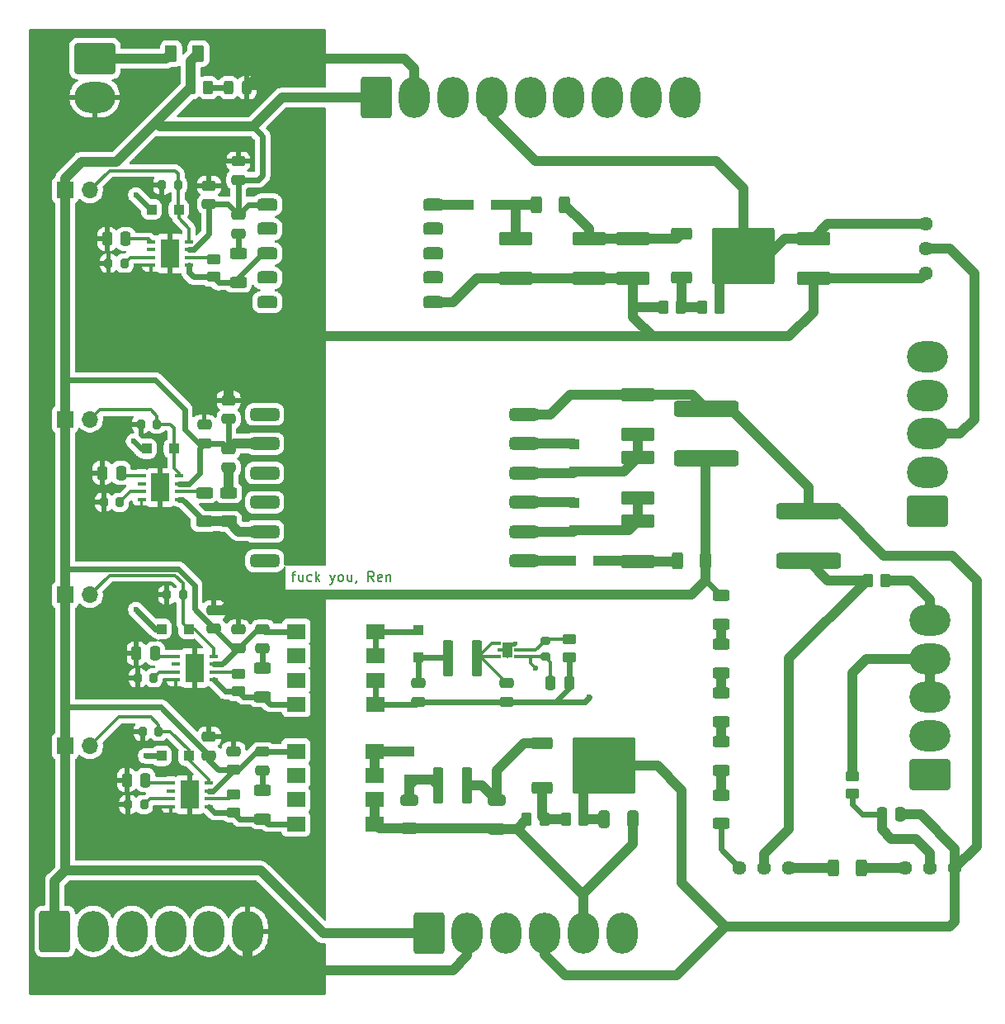
<source format=gbr>
%TF.GenerationSoftware,KiCad,Pcbnew,9.0.0*%
%TF.CreationDate,2025-03-19T21:00:22-07:00*%
%TF.ProjectId,CRT_main_supply_2,4352545f-6d61-4696-9e5f-737570706c79,rev?*%
%TF.SameCoordinates,Original*%
%TF.FileFunction,Copper,L1,Top*%
%TF.FilePolarity,Positive*%
%FSLAX46Y46*%
G04 Gerber Fmt 4.6, Leading zero omitted, Abs format (unit mm)*
G04 Created by KiCad (PCBNEW 9.0.0) date 2025-03-19 21:00:22*
%MOMM*%
%LPD*%
G01*
G04 APERTURE LIST*
G04 Aperture macros list*
%AMRoundRect*
0 Rectangle with rounded corners*
0 $1 Rounding radius*
0 $2 $3 $4 $5 $6 $7 $8 $9 X,Y pos of 4 corners*
0 Add a 4 corners polygon primitive as box body*
4,1,4,$2,$3,$4,$5,$6,$7,$8,$9,$2,$3,0*
0 Add four circle primitives for the rounded corners*
1,1,$1+$1,$2,$3*
1,1,$1+$1,$4,$5*
1,1,$1+$1,$6,$7*
1,1,$1+$1,$8,$9*
0 Add four rect primitives between the rounded corners*
20,1,$1+$1,$2,$3,$4,$5,0*
20,1,$1+$1,$4,$5,$6,$7,0*
20,1,$1+$1,$6,$7,$8,$9,0*
20,1,$1+$1,$8,$9,$2,$3,0*%
G04 Aperture macros list end*
%ADD10C,0.200000*%
%TA.AperFunction,NonConductor*%
%ADD11C,0.200000*%
%TD*%
%TA.AperFunction,SMDPad,CuDef*%
%ADD12RoundRect,0.250000X0.475000X-0.250000X0.475000X0.250000X-0.475000X0.250000X-0.475000X-0.250000X0*%
%TD*%
%TA.AperFunction,SMDPad,CuDef*%
%ADD13RoundRect,0.250000X0.262500X0.450000X-0.262500X0.450000X-0.262500X-0.450000X0.262500X-0.450000X0*%
%TD*%
%TA.AperFunction,SMDPad,CuDef*%
%ADD14RoundRect,0.250000X3.050000X-0.562500X3.050000X0.562500X-3.050000X0.562500X-3.050000X-0.562500X0*%
%TD*%
%TA.AperFunction,SMDPad,CuDef*%
%ADD15RoundRect,0.250000X-0.625000X0.312500X-0.625000X-0.312500X0.625000X-0.312500X0.625000X0.312500X0*%
%TD*%
%TA.AperFunction,SMDPad,CuDef*%
%ADD16RoundRect,0.250000X0.625000X-0.312500X0.625000X0.312500X-0.625000X0.312500X-0.625000X-0.312500X0*%
%TD*%
%TA.AperFunction,SMDPad,CuDef*%
%ADD17RoundRect,0.040000X0.390000X0.120000X-0.390000X0.120000X-0.390000X-0.120000X0.390000X-0.120000X0*%
%TD*%
%TA.AperFunction,SMDPad,CuDef*%
%ADD18R,1.980000X3.000000*%
%TD*%
%TA.AperFunction,SMDPad,CuDef*%
%ADD19R,1.900000X1.600000*%
%TD*%
%TA.AperFunction,ComponentPad*%
%ADD20R,1.700000X1.700000*%
%TD*%
%TA.AperFunction,ComponentPad*%
%ADD21O,1.700000X1.700000*%
%TD*%
%TA.AperFunction,SMDPad,CuDef*%
%ADD22RoundRect,0.250000X0.250000X0.475000X-0.250000X0.475000X-0.250000X-0.475000X0.250000X-0.475000X0*%
%TD*%
%TA.AperFunction,SMDPad,CuDef*%
%ADD23RoundRect,0.200000X0.200000X0.275000X-0.200000X0.275000X-0.200000X-0.275000X0.200000X-0.275000X0*%
%TD*%
%TA.AperFunction,SMDPad,CuDef*%
%ADD24RoundRect,0.250000X-0.475000X0.250000X-0.475000X-0.250000X0.475000X-0.250000X0.475000X0.250000X0*%
%TD*%
%TA.AperFunction,SMDPad,CuDef*%
%ADD25RoundRect,0.249999X1.450001X-0.450001X1.450001X0.450001X-1.450001X0.450001X-1.450001X-0.450001X0*%
%TD*%
%TA.AperFunction,SMDPad,CuDef*%
%ADD26RoundRect,0.250000X-0.312500X-0.625000X0.312500X-0.625000X0.312500X0.625000X-0.312500X0.625000X0*%
%TD*%
%TA.AperFunction,SMDPad,CuDef*%
%ADD27RoundRect,0.250000X0.300000X-0.300000X0.300000X0.300000X-0.300000X0.300000X-0.300000X-0.300000X0*%
%TD*%
%TA.AperFunction,SMDPad,CuDef*%
%ADD28RoundRect,0.250000X-0.850000X-0.350000X0.850000X-0.350000X0.850000X0.350000X-0.850000X0.350000X0*%
%TD*%
%TA.AperFunction,SMDPad,CuDef*%
%ADD29RoundRect,0.250000X-1.275000X-1.125000X1.275000X-1.125000X1.275000X1.125000X-1.275000X1.125000X0*%
%TD*%
%TA.AperFunction,SMDPad,CuDef*%
%ADD30RoundRect,0.249997X-2.950003X-2.650003X2.950003X-2.650003X2.950003X2.650003X-2.950003X2.650003X0*%
%TD*%
%TA.AperFunction,SMDPad,CuDef*%
%ADD31RoundRect,0.250000X-0.325000X-0.650000X0.325000X-0.650000X0.325000X0.650000X-0.325000X0.650000X0*%
%TD*%
%TA.AperFunction,SMDPad,CuDef*%
%ADD32RoundRect,0.250000X0.300000X0.300000X-0.300000X0.300000X-0.300000X-0.300000X0.300000X-0.300000X0*%
%TD*%
%TA.AperFunction,SMDPad,CuDef*%
%ADD33RoundRect,0.317500X0.697500X-0.317500X0.697500X0.317500X-0.697500X0.317500X-0.697500X-0.317500X0*%
%TD*%
%TA.AperFunction,ComponentPad*%
%ADD34RoundRect,0.250000X-1.330000X-1.850000X1.330000X-1.850000X1.330000X1.850000X-1.330000X1.850000X0*%
%TD*%
%TA.AperFunction,ComponentPad*%
%ADD35O,3.160000X4.200000*%
%TD*%
%TA.AperFunction,SMDPad,CuDef*%
%ADD36RoundRect,0.243750X0.243750X0.456250X-0.243750X0.456250X-0.243750X-0.456250X0.243750X-0.456250X0*%
%TD*%
%TA.AperFunction,SMDPad,CuDef*%
%ADD37RoundRect,0.250000X-0.300000X-1.600000X0.300000X-1.600000X0.300000X1.600000X-0.300000X1.600000X0*%
%TD*%
%TA.AperFunction,SMDPad,CuDef*%
%ADD38RoundRect,0.093750X0.093750X0.106250X-0.093750X0.106250X-0.093750X-0.106250X0.093750X-0.106250X0*%
%TD*%
%TA.AperFunction,HeatsinkPad*%
%ADD39C,0.500000*%
%TD*%
%TA.AperFunction,HeatsinkPad*%
%ADD40R,1.000000X1.600000*%
%TD*%
%TA.AperFunction,ComponentPad*%
%ADD41C,1.440000*%
%TD*%
%TA.AperFunction,SMDPad,CuDef*%
%ADD42RoundRect,0.249999X-1.450001X0.450001X-1.450001X-0.450001X1.450001X-0.450001X1.450001X0.450001X0*%
%TD*%
%TA.AperFunction,ComponentPad*%
%ADD43RoundRect,0.250000X-1.850000X1.330000X-1.850000X-1.330000X1.850000X-1.330000X1.850000X1.330000X0*%
%TD*%
%TA.AperFunction,ComponentPad*%
%ADD44O,4.200000X3.160000*%
%TD*%
%TA.AperFunction,SMDPad,CuDef*%
%ADD45RoundRect,0.250000X0.375000X0.625000X-0.375000X0.625000X-0.375000X-0.625000X0.375000X-0.625000X0*%
%TD*%
%TA.AperFunction,SMDPad,CuDef*%
%ADD46RoundRect,0.250000X-0.650000X0.325000X-0.650000X-0.325000X0.650000X-0.325000X0.650000X0.325000X0*%
%TD*%
%TA.AperFunction,SMDPad,CuDef*%
%ADD47RoundRect,0.250000X0.450000X-0.262500X0.450000X0.262500X-0.450000X0.262500X-0.450000X-0.262500X0*%
%TD*%
%TA.AperFunction,ComponentPad*%
%ADD48RoundRect,0.250000X1.850000X-1.330000X1.850000X1.330000X-1.850000X1.330000X-1.850000X-1.330000X0*%
%TD*%
%TA.AperFunction,SMDPad,CuDef*%
%ADD49RoundRect,0.250000X-0.450000X0.262500X-0.450000X-0.262500X0.450000X-0.262500X0.450000X0.262500X0*%
%TD*%
%TA.AperFunction,SMDPad,CuDef*%
%ADD50RoundRect,0.325000X-1.175000X0.325000X-1.175000X-0.325000X1.175000X-0.325000X1.175000X0.325000X0*%
%TD*%
%TA.AperFunction,SMDPad,CuDef*%
%ADD51RoundRect,0.250000X-0.250000X-0.475000X0.250000X-0.475000X0.250000X0.475000X-0.250000X0.475000X0*%
%TD*%
%TA.AperFunction,SMDPad,CuDef*%
%ADD52RoundRect,0.200000X0.275000X-0.200000X0.275000X0.200000X-0.275000X0.200000X-0.275000X-0.200000X0*%
%TD*%
%TA.AperFunction,SMDPad,CuDef*%
%ADD53RoundRect,0.250000X-0.262500X-0.450000X0.262500X-0.450000X0.262500X0.450000X-0.262500X0.450000X0*%
%TD*%
%TA.AperFunction,ViaPad*%
%ADD54C,0.600000*%
%TD*%
%TA.AperFunction,Conductor*%
%ADD55C,0.300000*%
%TD*%
%TA.AperFunction,Conductor*%
%ADD56C,1.000000*%
%TD*%
%TA.AperFunction,Conductor*%
%ADD57C,0.600000*%
%TD*%
G04 APERTURE END LIST*
D10*
D11*
X130476816Y-110450552D02*
X130857768Y-110450552D01*
X130619673Y-111117219D02*
X130619673Y-110260076D01*
X130619673Y-110260076D02*
X130667292Y-110164838D01*
X130667292Y-110164838D02*
X130762530Y-110117219D01*
X130762530Y-110117219D02*
X130857768Y-110117219D01*
X131619673Y-110450552D02*
X131619673Y-111117219D01*
X131191102Y-110450552D02*
X131191102Y-110974361D01*
X131191102Y-110974361D02*
X131238721Y-111069600D01*
X131238721Y-111069600D02*
X131333959Y-111117219D01*
X131333959Y-111117219D02*
X131476816Y-111117219D01*
X131476816Y-111117219D02*
X131572054Y-111069600D01*
X131572054Y-111069600D02*
X131619673Y-111021980D01*
X132524435Y-111069600D02*
X132429197Y-111117219D01*
X132429197Y-111117219D02*
X132238721Y-111117219D01*
X132238721Y-111117219D02*
X132143483Y-111069600D01*
X132143483Y-111069600D02*
X132095864Y-111021980D01*
X132095864Y-111021980D02*
X132048245Y-110926742D01*
X132048245Y-110926742D02*
X132048245Y-110641028D01*
X132048245Y-110641028D02*
X132095864Y-110545790D01*
X132095864Y-110545790D02*
X132143483Y-110498171D01*
X132143483Y-110498171D02*
X132238721Y-110450552D01*
X132238721Y-110450552D02*
X132429197Y-110450552D01*
X132429197Y-110450552D02*
X132524435Y-110498171D01*
X132953007Y-111117219D02*
X132953007Y-110117219D01*
X133048245Y-110736266D02*
X133333959Y-111117219D01*
X133333959Y-110450552D02*
X132953007Y-110831504D01*
X134429198Y-110450552D02*
X134667293Y-111117219D01*
X134905388Y-110450552D02*
X134667293Y-111117219D01*
X134667293Y-111117219D02*
X134572055Y-111355314D01*
X134572055Y-111355314D02*
X134524436Y-111402933D01*
X134524436Y-111402933D02*
X134429198Y-111450552D01*
X135429198Y-111117219D02*
X135333960Y-111069600D01*
X135333960Y-111069600D02*
X135286341Y-111021980D01*
X135286341Y-111021980D02*
X135238722Y-110926742D01*
X135238722Y-110926742D02*
X135238722Y-110641028D01*
X135238722Y-110641028D02*
X135286341Y-110545790D01*
X135286341Y-110545790D02*
X135333960Y-110498171D01*
X135333960Y-110498171D02*
X135429198Y-110450552D01*
X135429198Y-110450552D02*
X135572055Y-110450552D01*
X135572055Y-110450552D02*
X135667293Y-110498171D01*
X135667293Y-110498171D02*
X135714912Y-110545790D01*
X135714912Y-110545790D02*
X135762531Y-110641028D01*
X135762531Y-110641028D02*
X135762531Y-110926742D01*
X135762531Y-110926742D02*
X135714912Y-111021980D01*
X135714912Y-111021980D02*
X135667293Y-111069600D01*
X135667293Y-111069600D02*
X135572055Y-111117219D01*
X135572055Y-111117219D02*
X135429198Y-111117219D01*
X136619674Y-110450552D02*
X136619674Y-111117219D01*
X136191103Y-110450552D02*
X136191103Y-110974361D01*
X136191103Y-110974361D02*
X136238722Y-111069600D01*
X136238722Y-111069600D02*
X136333960Y-111117219D01*
X136333960Y-111117219D02*
X136476817Y-111117219D01*
X136476817Y-111117219D02*
X136572055Y-111069600D01*
X136572055Y-111069600D02*
X136619674Y-111021980D01*
X137143484Y-111069600D02*
X137143484Y-111117219D01*
X137143484Y-111117219D02*
X137095865Y-111212457D01*
X137095865Y-111212457D02*
X137048246Y-111260076D01*
X138905388Y-111117219D02*
X138572055Y-110641028D01*
X138333960Y-111117219D02*
X138333960Y-110117219D01*
X138333960Y-110117219D02*
X138714912Y-110117219D01*
X138714912Y-110117219D02*
X138810150Y-110164838D01*
X138810150Y-110164838D02*
X138857769Y-110212457D01*
X138857769Y-110212457D02*
X138905388Y-110307695D01*
X138905388Y-110307695D02*
X138905388Y-110450552D01*
X138905388Y-110450552D02*
X138857769Y-110545790D01*
X138857769Y-110545790D02*
X138810150Y-110593409D01*
X138810150Y-110593409D02*
X138714912Y-110641028D01*
X138714912Y-110641028D02*
X138333960Y-110641028D01*
X139714912Y-111069600D02*
X139619674Y-111117219D01*
X139619674Y-111117219D02*
X139429198Y-111117219D01*
X139429198Y-111117219D02*
X139333960Y-111069600D01*
X139333960Y-111069600D02*
X139286341Y-110974361D01*
X139286341Y-110974361D02*
X139286341Y-110593409D01*
X139286341Y-110593409D02*
X139333960Y-110498171D01*
X139333960Y-110498171D02*
X139429198Y-110450552D01*
X139429198Y-110450552D02*
X139619674Y-110450552D01*
X139619674Y-110450552D02*
X139714912Y-110498171D01*
X139714912Y-110498171D02*
X139762531Y-110593409D01*
X139762531Y-110593409D02*
X139762531Y-110688647D01*
X139762531Y-110688647D02*
X139286341Y-110783885D01*
X140191103Y-110450552D02*
X140191103Y-111117219D01*
X140191103Y-110545790D02*
X140238722Y-110498171D01*
X140238722Y-110498171D02*
X140333960Y-110450552D01*
X140333960Y-110450552D02*
X140476817Y-110450552D01*
X140476817Y-110450552D02*
X140572055Y-110498171D01*
X140572055Y-110498171D02*
X140619674Y-110593409D01*
X140619674Y-110593409D02*
X140619674Y-111117219D01*
D12*
%TO.P,C30,1*%
%TO.N,+12V*%
X124000000Y-94450000D03*
%TO.P,C30,2*%
%TO.N,GND*%
X124000000Y-92550000D03*
%TD*%
D13*
%TO.P,R14,1*%
%TO.N,+300V*%
X174412500Y-83000000D03*
%TO.P,R14,2*%
%TO.N,Net-(U5-ADJ)*%
X172587500Y-83000000D03*
%TD*%
D12*
%TO.P,C10,1*%
%TO.N,+12V*%
X124500000Y-130450000D03*
%TO.P,C10,2*%
%TO.N,GND*%
X124500000Y-128550000D03*
%TD*%
D14*
%TO.P,C32,1*%
%TO.N,GND*%
X173000000Y-98537500D03*
%TO.P,C32,2*%
%TO.N,-1500V*%
X173000000Y-93462500D03*
%TD*%
D15*
%TO.P,R25,1*%
%TO.N,Net-(R24-Pad2)*%
X174500000Y-133037500D03*
%TO.P,R25,2*%
%TO.N,Net-(R25-Pad2)*%
X174500000Y-135962500D03*
%TD*%
D16*
%TO.P,R33,1*%
%TO.N,Net-(U7-SW)*%
X121500000Y-104962500D03*
%TO.P,R33,2*%
%TO.N,Net-(U7-FB)*%
X121500000Y-102037500D03*
%TD*%
D17*
%TO.P,U3,1,SW*%
%TO.N,Net-(U3-SW)*%
X121935000Y-134200000D03*
%TO.P,U3,2,FB*%
%TO.N,Net-(U3-FB)*%
X121935000Y-133400000D03*
%TO.P,U3,3,VIN*%
%TO.N,+12V*%
X121935000Y-132600000D03*
%TO.P,U3,4,EN/UVLO*%
%TO.N,Net-(D3-K)*%
X121935000Y-131800000D03*
%TO.P,U3,5,SS/BIAS*%
%TO.N,Net-(U3-SS{slash}BIAS)*%
X118065000Y-131800000D03*
%TO.P,U3,6,TC*%
%TO.N,unconnected-(U3-TC-Pad6)*%
X118065000Y-132600000D03*
%TO.P,U3,7,RSET*%
%TO.N,Net-(U3-RSET)*%
X118065000Y-133400000D03*
%TO.P,U3,8,GND*%
%TO.N,GND*%
X118065000Y-134200000D03*
D18*
%TO.P,U3,9,EXP*%
X120000000Y-133000000D03*
%TD*%
D19*
%TO.P,T2,1*%
%TO.N,+12V*%
X130950000Y-116265000D03*
%TO.P,T2,2*%
%TO.N,N/C*%
X130950000Y-118755000D03*
%TO.P,T2,3*%
X130950000Y-121245000D03*
%TO.P,T2,4*%
%TO.N,Net-(U1-SW)*%
X130950000Y-123735000D03*
%TO.P,T2,5*%
%TO.N,heater*%
X139050000Y-123735000D03*
%TO.P,T2,6*%
X139050000Y-121245000D03*
%TO.P,T2,7*%
%TO.N,Net-(D2-A)*%
X139050000Y-118755000D03*
%TO.P,T2,8*%
X139050000Y-116265000D03*
%TD*%
D20*
%TO.P,J2,1,Pin_1*%
%TO.N,+12V*%
X107225000Y-128000000D03*
D21*
%TO.P,J2,2,Pin_2*%
%TO.N,Net-(D3-K)*%
X109765000Y-128000000D03*
%TD*%
D22*
%TO.P,C29,1*%
%TO.N,Net-(U7-SS{slash}BIAS)*%
X112950000Y-99990000D03*
%TO.P,C29,2*%
%TO.N,GND*%
X111050000Y-99990000D03*
%TD*%
D23*
%TO.P,R31,1*%
%TO.N,Net-(U7-RSET)*%
X112825000Y-103000000D03*
%TO.P,R31,2*%
%TO.N,GND*%
X111175000Y-103000000D03*
%TD*%
D24*
%TO.P,C2,1*%
%TO.N,+12V*%
X127500000Y-116050000D03*
%TO.P,C2,2*%
%TO.N,Net-(C2-Pad2)*%
X127500000Y-117950000D03*
%TD*%
D12*
%TO.P,C4,1*%
%TO.N,+12V*%
X122500000Y-115950000D03*
%TO.P,C4,2*%
%TO.N,GND*%
X122500000Y-114050000D03*
%TD*%
D25*
%TO.P,C25,1*%
%TO.N,Net-(D8-K)*%
X166000000Y-109050000D03*
%TO.P,C25,2*%
%TO.N,Net-(D9-K)*%
X166000000Y-104950000D03*
%TD*%
D26*
%TO.P,R13,1*%
%TO.N,Net-(D5-K)*%
X155537500Y-72500000D03*
%TO.P,R13,2*%
%TO.N,Net-(U5-IN)*%
X158462500Y-72500000D03*
%TD*%
D17*
%TO.P,U6,1,SW*%
%TO.N,Net-(U6-SW)*%
X119935000Y-78700000D03*
%TO.P,U6,2,FB*%
%TO.N,Net-(U6-FB)*%
X119935000Y-77900000D03*
%TO.P,U6,3,VIN*%
%TO.N,+12V*%
X119935000Y-77100000D03*
%TO.P,U6,4,EN/UVLO*%
%TO.N,Net-(D6-K)*%
X119935000Y-76300000D03*
%TO.P,U6,5,SS/BIAS*%
%TO.N,Net-(U6-SS{slash}BIAS)*%
X116065000Y-76300000D03*
%TO.P,U6,6,TC*%
%TO.N,unconnected-(U6-TC-Pad6)*%
X116065000Y-77100000D03*
%TO.P,U6,7,RSET*%
%TO.N,Net-(U6-RSET)*%
X116065000Y-77900000D03*
%TO.P,U6,8,GND*%
%TO.N,GND*%
X116065000Y-78700000D03*
D18*
%TO.P,U6,9,EXP*%
X118000000Y-77500000D03*
%TD*%
D27*
%TO.P,D9,1,K*%
%TO.N,Net-(D9-K)*%
X159500000Y-105900000D03*
%TO.P,D9,2,A*%
%TO.N,Net-(D9-A)*%
X159500000Y-103100000D03*
%TD*%
D28*
%TO.P,U5,1,IN*%
%TO.N,Net-(U5-IN)*%
X170500000Y-75440000D03*
D29*
%TO.P,U5,2,OUT*%
%TO.N,+300V*%
X175125000Y-76195000D03*
X175125000Y-79245000D03*
D30*
X176800000Y-77720000D03*
D29*
X178475000Y-76195000D03*
X178475000Y-79245000D03*
D28*
%TO.P,U5,3,ADJ*%
%TO.N,Net-(U5-ADJ)*%
X170500000Y-80000000D03*
%TD*%
D31*
%TO.P,C14,1*%
%TO.N,-1500V*%
X162525000Y-135500000D03*
%TO.P,C14,2*%
%TO.N,grid_supply*%
X165475000Y-135500000D03*
%TD*%
D24*
%TO.P,C31,1*%
%TO.N,+12V*%
X124000000Y-97550000D03*
%TO.P,C31,2*%
%TO.N,Net-(C31-Pad2)*%
X124000000Y-99450000D03*
%TD*%
D27*
%TO.P,D2,1,K*%
%TO.N,Net-(D2-K)*%
X143500000Y-118900000D03*
%TO.P,D2,2,A*%
%TO.N,Net-(D2-A)*%
X143500000Y-116100000D03*
%TD*%
D32*
%TO.P,D6,1,K*%
%TO.N,Net-(D6-K)*%
X118900000Y-73000000D03*
%TO.P,D6,2,A*%
%TO.N,/High Voltage Amp Supply/ENABLE*%
X116100000Y-73000000D03*
%TD*%
D12*
%TO.P,C3,1*%
%TO.N,+12V*%
X125000000Y-117950000D03*
%TO.P,C3,2*%
%TO.N,GND*%
X125000000Y-116050000D03*
%TD*%
D32*
%TO.P,D8,1,K*%
%TO.N,Net-(D8-K)*%
X161900000Y-109000000D03*
%TO.P,D8,2,A*%
%TO.N,Net-(D8-A)*%
X159100000Y-109000000D03*
%TD*%
D20*
%TO.P,J1,1,Pin_1*%
%TO.N,+12V*%
X107225000Y-112500000D03*
D21*
%TO.P,J1,2,Pin_2*%
%TO.N,Net-(D1-K)*%
X109765000Y-112500000D03*
%TD*%
D33*
%TO.P,T4,1*%
%TO.N,N/C*%
X127990000Y-82500000D03*
%TO.P,T4,2*%
X127990000Y-80000000D03*
%TO.P,T4,3,Pri*%
%TO.N,Net-(U6-SW)*%
X127990000Y-77500000D03*
%TO.P,T4,4*%
%TO.N,N/C*%
X127990000Y-75000000D03*
%TO.P,T4,5,Pri*%
%TO.N,+12V*%
X127990000Y-72500000D03*
%TO.P,T4,6,Sec*%
%TO.N,Net-(D5-A)*%
X145010000Y-72500000D03*
%TO.P,T4,7*%
%TO.N,N/C*%
X145010000Y-75000000D03*
%TO.P,T4,8*%
X145010000Y-77500000D03*
%TO.P,T4,9*%
X145010000Y-80000000D03*
%TO.P,T4,10,Sec*%
%TO.N,GND*%
X145010000Y-82500000D03*
%TD*%
D23*
%TO.P,R8,1*%
%TO.N,Net-(U3-RSET)*%
X115325000Y-134000000D03*
%TO.P,R8,2*%
%TO.N,GND*%
X113675000Y-134000000D03*
%TD*%
D24*
%TO.P,C5,1*%
%TO.N,Net-(D2-K)*%
X143500000Y-121550000D03*
%TO.P,C5,2*%
%TO.N,heater*%
X143500000Y-123450000D03*
%TD*%
D34*
%TO.P,J4,1,Pin_1*%
%TO.N,+12V*%
X106160000Y-147000000D03*
D35*
%TO.P,J4,2,Pin_2*%
%TO.N,/High Voltage Amp Supply/ENABLE*%
X110120000Y-147000000D03*
%TO.P,J4,3,Pin_3*%
%TO.N,/Anode Supply/ENABLE*%
X114080000Y-147000000D03*
%TO.P,J4,4,Pin_4*%
%TO.N,/Filament Supply/ENABLE*%
X118040000Y-147000000D03*
%TO.P,J4,5,Pin_5*%
%TO.N,/Grid Supply/ENABLE*%
X122000000Y-147000000D03*
%TO.P,J4,6,Pin_6*%
%TO.N,GND*%
X125960000Y-147000000D03*
%TD*%
D23*
%TO.P,R17,1*%
%TO.N,Net-(U6-RSET)*%
X113325000Y-78500000D03*
%TO.P,R17,2*%
%TO.N,GND*%
X111675000Y-78500000D03*
%TD*%
D36*
%TO.P,D11,1,K*%
%TO.N,GND*%
X125875000Y-60500000D03*
%TO.P,D11,2,A*%
%TO.N,Net-(D11-A)*%
X124000000Y-60500000D03*
%TD*%
D25*
%TO.P,C17,1*%
%TO.N,GND*%
X184000000Y-80050000D03*
%TO.P,C17,2*%
%TO.N,+300V*%
X184000000Y-75950000D03*
%TD*%
D26*
%TO.P,R28,1*%
%TO.N,Net-(D8-K)*%
X170037500Y-109000000D03*
%TO.P,R28,2*%
%TO.N,GND*%
X172962500Y-109000000D03*
%TD*%
D12*
%TO.P,C8,1*%
%TO.N,+12V*%
X122000000Y-128950000D03*
%TO.P,C8,2*%
%TO.N,GND*%
X122000000Y-127050000D03*
%TD*%
D15*
%TO.P,R26,1*%
%TO.N,Net-(C24-Pad2)*%
X125000000Y-77537500D03*
%TO.P,R26,2*%
%TO.N,Net-(U6-SW)*%
X125000000Y-80462500D03*
%TD*%
D12*
%TO.P,C23,1*%
%TO.N,+12V*%
X122000000Y-72450000D03*
%TO.P,C23,2*%
%TO.N,GND*%
X122000000Y-70550000D03*
%TD*%
D24*
%TO.P,C11,1*%
%TO.N,+12V*%
X127500000Y-128600000D03*
%TO.P,C11,2*%
%TO.N,Net-(C11-Pad2)*%
X127500000Y-130500000D03*
%TD*%
D37*
%TO.P,L1,1,1*%
%TO.N,Net-(D2-K)*%
X146500000Y-119000000D03*
%TO.P,L1,2,2*%
%TO.N,Net-(U2-EN)*%
X149500000Y-119000000D03*
%TD*%
D38*
%TO.P,U2,1,OUT*%
%TO.N,cathode*%
X153500000Y-118800000D03*
%TO.P,U2,2,FB*%
%TO.N,Net-(U2-FB)*%
X153500000Y-118150000D03*
%TO.P,U2,3,GND*%
%TO.N,heater*%
X153500000Y-117500000D03*
%TO.P,U2,4,EN*%
%TO.N,Net-(U2-EN)*%
X151725000Y-117500000D03*
%TO.P,U2,5,GND*%
%TO.N,heater*%
X151725000Y-118150000D03*
%TO.P,U2,6,IN*%
%TO.N,Net-(U2-EN)*%
X151725000Y-118800000D03*
D39*
%TO.P,U2,7,PAD*%
%TO.N,heater*%
X152612500Y-118700000D03*
D40*
X152612500Y-118150000D03*
D39*
X152612500Y-117600000D03*
%TD*%
D25*
%TO.P,C27,1*%
%TO.N,Net-(D10-K)*%
X166000000Y-96050000D03*
%TO.P,C27,2*%
%TO.N,-1500V*%
X166000000Y-91950000D03*
%TD*%
D27*
%TO.P,D4,1,K*%
%TO.N,Net-(D4-K)*%
X142500000Y-131400000D03*
%TO.P,D4,2,A*%
%TO.N,Net-(D4-A)*%
X142500000Y-128600000D03*
%TD*%
D28*
%TO.P,U4,1,IN*%
%TO.N,Net-(U4-IN)*%
X156200000Y-127720000D03*
D29*
%TO.P,U4,2,OUT*%
%TO.N,-1500V*%
X160825000Y-128475000D03*
X160825000Y-131525000D03*
D30*
X162500000Y-130000000D03*
D29*
X164175000Y-128475000D03*
X164175000Y-131525000D03*
D28*
%TO.P,U4,3,ADJ*%
%TO.N,Net-(U4-ADJ)*%
X156200000Y-132280000D03*
%TD*%
D41*
%TO.P,RV2,1,1*%
%TO.N,Net-(R19-Pad2)*%
X193450000Y-140500000D03*
%TO.P,RV2,2,2*%
%TO.N,Net-(C20-Pad1)*%
X195990000Y-140500000D03*
%TO.P,RV2,3,3*%
%TO.N,-1500V*%
X198530000Y-140500000D03*
%TD*%
D32*
%TO.P,D3,1,K*%
%TO.N,Net-(D3-K)*%
X119900000Y-129000000D03*
%TO.P,D3,2,A*%
%TO.N,/Grid Supply/ENABLE*%
X117100000Y-129000000D03*
%TD*%
D42*
%TO.P,C15,1*%
%TO.N,Net-(D5-K)*%
X153500000Y-75950000D03*
%TO.P,C15,2*%
%TO.N,GND*%
X153500000Y-80050000D03*
%TD*%
D41*
%TO.P,RV1,1,1*%
%TO.N,+300V*%
X195500000Y-74460000D03*
%TO.P,RV1,2,2*%
%TO.N,anode*%
X195500000Y-77000000D03*
%TO.P,RV1,3,3*%
%TO.N,GND*%
X195500000Y-79540000D03*
%TD*%
D43*
%TO.P,J9,1,Pin_1*%
%TO.N,Net-(J9-Pin_1)*%
X110275000Y-57520000D03*
D44*
%TO.P,J9,2,Pin_2*%
%TO.N,GND*%
X110275000Y-61480000D03*
%TD*%
D25*
%TO.P,C16,1*%
%TO.N,GND*%
X161000000Y-80050000D03*
%TO.P,C16,2*%
%TO.N,Net-(U5-IN)*%
X161000000Y-75950000D03*
%TD*%
D13*
%TO.P,R29,1*%
%TO.N,Net-(D11-A)*%
X121912500Y-60500000D03*
%TO.P,R29,2*%
%TO.N,+12V*%
X120087500Y-60500000D03*
%TD*%
D15*
%TO.P,R21,1*%
%TO.N,GND*%
X174500000Y-112575000D03*
%TO.P,R21,2*%
%TO.N,Net-(R21-Pad2)*%
X174500000Y-115500000D03*
%TD*%
D45*
%TO.P,F1,1*%
%TO.N,+12V*%
X120900000Y-57000000D03*
%TO.P,F1,2*%
%TO.N,Net-(J9-Pin_1)*%
X118100000Y-57000000D03*
%TD*%
D46*
%TO.P,C13,1*%
%TO.N,Net-(U4-IN)*%
X151500000Y-133550000D03*
%TO.P,C13,2*%
%TO.N,grid_supply*%
X151500000Y-136500000D03*
%TD*%
D47*
%TO.P,R18,1*%
%TO.N,Net-(C20-Pad1)*%
X188000000Y-132912500D03*
%TO.P,R18,2*%
%TO.N,cathode*%
X188000000Y-131087500D03*
%TD*%
D15*
%TO.P,R23,1*%
%TO.N,Net-(R22-Pad2)*%
X174500000Y-122575000D03*
%TO.P,R23,2*%
%TO.N,Net-(R23-Pad2)*%
X174500000Y-125500000D03*
%TD*%
D22*
%TO.P,C19,1*%
%TO.N,Net-(U6-SS{slash}BIAS)*%
X113450000Y-76000000D03*
%TO.P,C19,2*%
%TO.N,GND*%
X111550000Y-76000000D03*
%TD*%
D20*
%TO.P,J8,1,Pin_1*%
%TO.N,+12V*%
X107225000Y-94500000D03*
D21*
%TO.P,J8,2,Pin_2*%
%TO.N,Net-(D7-K)*%
X109765000Y-94500000D03*
%TD*%
D32*
%TO.P,D7,1,K*%
%TO.N,Net-(D7-K)*%
X118400000Y-97500000D03*
%TO.P,D7,2,A*%
%TO.N,/Anode Supply/ENABLE*%
X115600000Y-97500000D03*
%TD*%
D48*
%TO.P,J6,1,Pin_1*%
%TO.N,X1*%
X195725000Y-103920000D03*
D44*
%TO.P,J6,2,Pin_2*%
%TO.N,X2*%
X195725000Y-99960000D03*
%TO.P,J6,3,Pin_3*%
%TO.N,anode*%
X195725000Y-96000000D03*
%TO.P,J6,4,Pin_4*%
%TO.N,Y1*%
X195725000Y-92040000D03*
%TO.P,J6,5,Pin_5*%
%TO.N,Y2*%
X195725000Y-88080000D03*
%TD*%
D49*
%TO.P,R6,1*%
%TO.N,Net-(U2-FB)*%
X159000000Y-117087500D03*
%TO.P,R6,2*%
%TO.N,heater*%
X159000000Y-118912500D03*
%TD*%
D50*
%TO.P,T1,1*%
%TO.N,N/C*%
X127700000Y-94000000D03*
%TO.P,T1,2*%
%TO.N,+12V*%
X127700000Y-97000000D03*
%TO.P,T1,3*%
%TO.N,N/C*%
X127700000Y-100000000D03*
%TO.P,T1,4*%
X127700000Y-103000000D03*
%TO.P,T1,5*%
%TO.N,Net-(U7-SW)*%
X127700000Y-106000000D03*
%TO.P,T1,6*%
%TO.N,N/C*%
X127700000Y-109000000D03*
%TO.P,T1,7*%
%TO.N,Net-(D8-A)*%
X154300000Y-109000000D03*
%TO.P,T1,8*%
%TO.N,Net-(D9-K)*%
X154300000Y-106000000D03*
%TO.P,T1,9*%
%TO.N,Net-(D9-A)*%
X154300000Y-103000000D03*
%TO.P,T1,10*%
%TO.N,Net-(D10-K)*%
X154300000Y-100000000D03*
%TO.P,T1,11*%
%TO.N,Net-(D10-A)*%
X154300000Y-97000000D03*
%TO.P,T1,12*%
%TO.N,-1500V*%
X154300000Y-94000000D03*
%TD*%
D37*
%TO.P,L2,1,1*%
%TO.N,Net-(D4-K)*%
X145500000Y-132000000D03*
%TO.P,L2,2,2*%
%TO.N,Net-(U4-IN)*%
X148500000Y-132000000D03*
%TD*%
D25*
%TO.P,C22,1*%
%TO.N,GND*%
X165500000Y-80050000D03*
%TO.P,C22,2*%
%TO.N,Net-(U5-IN)*%
X165500000Y-75950000D03*
%TD*%
D24*
%TO.P,C24,1*%
%TO.N,+12V*%
X125000000Y-73550000D03*
%TO.P,C24,2*%
%TO.N,Net-(C24-Pad2)*%
X125000000Y-75450000D03*
%TD*%
D19*
%TO.P,T3,1*%
%TO.N,+12V*%
X130900000Y-128520000D03*
%TO.P,T3,2*%
%TO.N,N/C*%
X130900000Y-131010000D03*
%TO.P,T3,3*%
X130900000Y-133500000D03*
%TO.P,T3,4*%
%TO.N,Net-(U3-SW)*%
X130900000Y-135990000D03*
%TO.P,T3,5*%
%TO.N,grid_supply*%
X139000000Y-135990000D03*
%TO.P,T3,6*%
X139000000Y-133500000D03*
%TO.P,T3,7*%
%TO.N,Net-(D4-A)*%
X139000000Y-131010000D03*
%TO.P,T3,8*%
X139000000Y-128520000D03*
%TD*%
D23*
%TO.P,R16,1*%
%TO.N,Net-(D6-K)*%
X118825000Y-70500000D03*
%TO.P,R16,2*%
%TO.N,GND*%
X117175000Y-70500000D03*
%TD*%
D15*
%TO.P,R3,1*%
%TO.N,Net-(C2-Pad2)*%
X127500000Y-120037500D03*
%TO.P,R3,2*%
%TO.N,Net-(U1-SW)*%
X127500000Y-122962500D03*
%TD*%
D23*
%TO.P,R4,1*%
%TO.N,Net-(D1-K)*%
X119325000Y-112500000D03*
%TO.P,R4,2*%
%TO.N,GND*%
X117675000Y-112500000D03*
%TD*%
%TO.P,R30,1*%
%TO.N,Net-(D7-K)*%
X116650000Y-95000000D03*
%TO.P,R30,2*%
%TO.N,GND*%
X115000000Y-95000000D03*
%TD*%
D20*
%TO.P,J7,1,Pin_1*%
%TO.N,+12V*%
X107225000Y-71000000D03*
D21*
%TO.P,J7,2,Pin_2*%
%TO.N,Net-(D6-K)*%
X109765000Y-71000000D03*
%TD*%
D46*
%TO.P,C12,1*%
%TO.N,Net-(D4-K)*%
X142500000Y-133525000D03*
%TO.P,C12,2*%
%TO.N,grid_supply*%
X142500000Y-136475000D03*
%TD*%
D25*
%TO.P,C26,1*%
%TO.N,Net-(D9-K)*%
X166000000Y-102550000D03*
%TO.P,C26,2*%
%TO.N,Net-(D10-K)*%
X166000000Y-98450000D03*
%TD*%
D51*
%TO.P,C7,1*%
%TO.N,cathode*%
X157050000Y-121500000D03*
%TO.P,C7,2*%
%TO.N,heater*%
X158950000Y-121500000D03*
%TD*%
D34*
%TO.P,J10,1,Pin_1*%
%TO.N,+12V*%
X144540000Y-147225000D03*
D35*
%TO.P,J10,2,Pin_2*%
%TO.N,GND*%
X148500000Y-147225000D03*
%TO.P,J10,3,Pin_3*%
%TO.N,unconnected-(J10-Pin_3-Pad3)*%
X152460000Y-147225000D03*
%TO.P,J10,4,Pin_4*%
%TO.N,-1500V*%
X156420000Y-147225000D03*
%TO.P,J10,5,Pin_5*%
%TO.N,grid_supply*%
X160380000Y-147225000D03*
%TO.P,J10,6,Pin_6*%
%TO.N,grid*%
X164340000Y-147225000D03*
%TD*%
D47*
%TO.P,R27,1*%
%TO.N,Net-(U6-SW)*%
X122500000Y-79912500D03*
%TO.P,R27,2*%
%TO.N,Net-(U6-FB)*%
X122500000Y-78087500D03*
%TD*%
D13*
%TO.P,R15,1*%
%TO.N,Net-(U5-ADJ)*%
X170412500Y-83000000D03*
%TO.P,R15,2*%
%TO.N,GND*%
X168587500Y-83000000D03*
%TD*%
D47*
%TO.P,R1,1*%
%TO.N,Net-(U1-SW)*%
X125000000Y-122412500D03*
%TO.P,R1,2*%
%TO.N,Net-(U1-FB)*%
X125000000Y-120587500D03*
%TD*%
D15*
%TO.P,R22,1*%
%TO.N,Net-(R21-Pad2)*%
X174500000Y-117575000D03*
%TO.P,R22,2*%
%TO.N,Net-(R22-Pad2)*%
X174500000Y-120500000D03*
%TD*%
%TO.P,R24,1*%
%TO.N,Net-(R23-Pad2)*%
X174500000Y-127575000D03*
%TO.P,R24,2*%
%TO.N,Net-(R24-Pad2)*%
X174500000Y-130500000D03*
%TD*%
D14*
%TO.P,C21,1*%
%TO.N,Net-(C21-Pad1)*%
X183500000Y-109037500D03*
%TO.P,C21,2*%
%TO.N,-1500V*%
X183500000Y-103962500D03*
%TD*%
D26*
%TO.P,R19,1*%
%TO.N,Net-(R19-Pad1)*%
X186037500Y-140500000D03*
%TO.P,R19,2*%
%TO.N,Net-(R19-Pad2)*%
X188962500Y-140500000D03*
%TD*%
D48*
%TO.P,J5,1,Pin_1*%
%TO.N,grid*%
X196000000Y-130920000D03*
D44*
%TO.P,J5,2,Pin_2*%
%TO.N,heater*%
X196000000Y-126960000D03*
%TO.P,J5,3,Pin_3*%
%TO.N,cathode*%
X196000000Y-123000000D03*
%TO.P,J5,4,Pin_4*%
X196000000Y-119040000D03*
%TO.P,J5,5,Pin_5*%
%TO.N,focus*%
X196000000Y-115080000D03*
%TD*%
D52*
%TO.P,R5,1*%
%TO.N,cathode*%
X156500000Y-118825000D03*
%TO.P,R5,2*%
%TO.N,Net-(U2-FB)*%
X156500000Y-117175000D03*
%TD*%
D15*
%TO.P,R9,1*%
%TO.N,Net-(C11-Pad2)*%
X127500000Y-132537500D03*
%TO.P,R9,2*%
%TO.N,Net-(U3-SW)*%
X127500000Y-135462500D03*
%TD*%
D53*
%TO.P,R20,1*%
%TO.N,Net-(C21-Pad1)*%
X189587500Y-111000000D03*
%TO.P,R20,2*%
%TO.N,focus*%
X191412500Y-111000000D03*
%TD*%
D22*
%TO.P,C1,1*%
%TO.N,Net-(U1-SS{slash}BIAS)*%
X116450000Y-118500000D03*
%TO.P,C1,2*%
%TO.N,GND*%
X114550000Y-118500000D03*
%TD*%
D12*
%TO.P,C18,1*%
%TO.N,+12V*%
X125000000Y-69950000D03*
%TO.P,C18,2*%
%TO.N,GND*%
X125000000Y-68050000D03*
%TD*%
%TO.P,C28,1*%
%TO.N,+12V*%
X121500000Y-96950000D03*
%TO.P,C28,2*%
%TO.N,GND*%
X121500000Y-95050000D03*
%TD*%
D24*
%TO.P,C6,1*%
%TO.N,Net-(U2-EN)*%
X152500000Y-121550000D03*
%TO.P,C6,2*%
%TO.N,heater*%
X152500000Y-123450000D03*
%TD*%
D22*
%TO.P,C9,1*%
%TO.N,Net-(U3-SS{slash}BIAS)*%
X115450000Y-131500000D03*
%TO.P,C9,2*%
%TO.N,GND*%
X113550000Y-131500000D03*
%TD*%
D23*
%TO.P,R2,1*%
%TO.N,Net-(U1-RSET)*%
X116325000Y-121000000D03*
%TO.P,R2,2*%
%TO.N,GND*%
X114675000Y-121000000D03*
%TD*%
%TO.P,R7,1*%
%TO.N,Net-(D3-K)*%
X116825000Y-126500000D03*
%TO.P,R7,2*%
%TO.N,GND*%
X115175000Y-126500000D03*
%TD*%
D32*
%TO.P,D5,1,K*%
%TO.N,Net-(D5-K)*%
X151400000Y-72500000D03*
%TO.P,D5,2,A*%
%TO.N,Net-(D5-A)*%
X148600000Y-72500000D03*
%TD*%
D41*
%TO.P,RV3,1,1*%
%TO.N,Net-(R25-Pad2)*%
X176420000Y-140500000D03*
%TO.P,RV3,2,2*%
%TO.N,Net-(C21-Pad1)*%
X178960000Y-140500000D03*
%TO.P,RV3,3,3*%
%TO.N,Net-(R19-Pad1)*%
X181500000Y-140500000D03*
%TD*%
D15*
%TO.P,R32,1*%
%TO.N,Net-(C31-Pad2)*%
X124000000Y-102037500D03*
%TO.P,R32,2*%
%TO.N,Net-(U7-SW)*%
X124000000Y-104962500D03*
%TD*%
D34*
%TO.P,J3,1,Pin_1*%
%TO.N,+12V*%
X139120000Y-61500000D03*
D35*
%TO.P,J3,2,Pin_2*%
%TO.N,GND*%
X143080000Y-61500000D03*
%TO.P,J3,3,Pin_3*%
%TO.N,unconnected-(J3-Pin_3-Pad3)*%
X147040000Y-61500000D03*
%TO.P,J3,4,Pin_4*%
%TO.N,+300V*%
X151000000Y-61500000D03*
%TO.P,J3,5,Pin_5*%
%TO.N,unconnected-(J3-Pin_5-Pad5)*%
X154960000Y-61500000D03*
%TO.P,J3,6,Pin_6*%
%TO.N,X1*%
X158920000Y-61500000D03*
%TO.P,J3,7,Pin_7*%
%TO.N,X2*%
X162880000Y-61500000D03*
%TO.P,J3,8,Pin_8*%
%TO.N,Y1*%
X166840000Y-61500000D03*
%TO.P,J3,9,Pin_9*%
%TO.N,Y2*%
X170800000Y-61500000D03*
%TD*%
D17*
%TO.P,U1,1,SW*%
%TO.N,Net-(U1-SW)*%
X122435000Y-121200000D03*
%TO.P,U1,2,FB*%
%TO.N,Net-(U1-FB)*%
X122435000Y-120400000D03*
%TO.P,U1,3,VIN*%
%TO.N,+12V*%
X122435000Y-119600000D03*
%TO.P,U1,4,EN/UVLO*%
%TO.N,Net-(D1-K)*%
X122435000Y-118800000D03*
%TO.P,U1,5,SS/BIAS*%
%TO.N,Net-(U1-SS{slash}BIAS)*%
X118565000Y-118800000D03*
%TO.P,U1,6,TC*%
%TO.N,unconnected-(U1-TC-Pad6)*%
X118565000Y-119600000D03*
%TO.P,U1,7,RSET*%
%TO.N,Net-(U1-RSET)*%
X118565000Y-120400000D03*
%TO.P,U1,8,GND*%
%TO.N,GND*%
X118565000Y-121200000D03*
D18*
%TO.P,U1,9,EXP*%
X120500000Y-120000000D03*
%TD*%
D32*
%TO.P,D1,1,K*%
%TO.N,Net-(D1-K)*%
X119900000Y-116000000D03*
%TO.P,D1,2,A*%
%TO.N,/Filament Supply/ENABLE*%
X117100000Y-116000000D03*
%TD*%
D13*
%TO.P,R12,1*%
%TO.N,Net-(U4-ADJ)*%
X156412500Y-135500000D03*
%TO.P,R12,2*%
%TO.N,grid_supply*%
X154587500Y-135500000D03*
%TD*%
D47*
%TO.P,R10,1*%
%TO.N,Net-(U3-SW)*%
X124500000Y-134825000D03*
%TO.P,R10,2*%
%TO.N,Net-(U3-FB)*%
X124500000Y-133000000D03*
%TD*%
D51*
%TO.P,C20,1*%
%TO.N,Net-(C20-Pad1)*%
X191050000Y-135000000D03*
%TO.P,C20,2*%
%TO.N,-1500V*%
X192950000Y-135000000D03*
%TD*%
D13*
%TO.P,R11,1*%
%TO.N,-1500V*%
X160412500Y-135500000D03*
%TO.P,R11,2*%
%TO.N,Net-(U4-ADJ)*%
X158587500Y-135500000D03*
%TD*%
D27*
%TO.P,D10,1,K*%
%TO.N,Net-(D10-K)*%
X159500000Y-99900000D03*
%TO.P,D10,2,A*%
%TO.N,Net-(D10-A)*%
X159500000Y-97100000D03*
%TD*%
D17*
%TO.P,U7,1,SW*%
%TO.N,Net-(U7-SW)*%
X118935000Y-102700000D03*
%TO.P,U7,2,FB*%
%TO.N,Net-(U7-FB)*%
X118935000Y-101900000D03*
%TO.P,U7,3,VIN*%
%TO.N,+12V*%
X118935000Y-101100000D03*
%TO.P,U7,4,EN/UVLO*%
%TO.N,Net-(D7-K)*%
X118935000Y-100300000D03*
%TO.P,U7,5,SS/BIAS*%
%TO.N,Net-(U7-SS{slash}BIAS)*%
X115065000Y-100300000D03*
%TO.P,U7,6,TC*%
%TO.N,unconnected-(U7-TC-Pad6)*%
X115065000Y-101100000D03*
%TO.P,U7,7,RSET*%
%TO.N,Net-(U7-RSET)*%
X115065000Y-101900000D03*
%TO.P,U7,8,GND*%
%TO.N,GND*%
X115065000Y-102700000D03*
D18*
%TO.P,U7,9,EXP*%
X117000000Y-101500000D03*
%TD*%
D54*
%TO.N,GND*%
X109000000Y-139000000D03*
X118000000Y-83000000D03*
X109000000Y-89000000D03*
X109000000Y-122500000D03*
X120500000Y-67000000D03*
X120500000Y-124500000D03*
X109000000Y-80000000D03*
X120000000Y-139000000D03*
X109000000Y-115000000D03*
X109000000Y-97000000D03*
X117000000Y-108500000D03*
X109000000Y-108500000D03*
X109000000Y-130500000D03*
%TO.N,heater*%
X161000000Y-123000000D03*
%TO.N,cathode*%
X155500000Y-120000000D03*
%TO.N,/Filament Supply/ENABLE*%
X114500000Y-114000000D03*
%TO.N,/Grid Supply/ENABLE*%
X115500000Y-129000000D03*
%TO.N,/High Voltage Amp Supply/ENABLE*%
X114500000Y-71500000D03*
%TO.N,/Anode Supply/ENABLE*%
X114250000Y-96750000D03*
%TD*%
D55*
%TO.N,Net-(U1-SS{slash}BIAS)*%
X118565000Y-118800000D02*
X116750000Y-118800000D01*
X116750000Y-118800000D02*
X116450000Y-118500000D01*
D56*
%TO.N,GND*%
X161000000Y-80050000D02*
X165500000Y-80050000D01*
X172962500Y-109000000D02*
X172962500Y-98575000D01*
X125960000Y-149960000D02*
X125960000Y-147000000D01*
X168587500Y-83000000D02*
X165500000Y-83000000D01*
X194990000Y-80050000D02*
X195500000Y-79540000D01*
X143080000Y-58580000D02*
X142000000Y-57500000D01*
X143080000Y-61500000D02*
X143080000Y-58580000D01*
X147000000Y-151000000D02*
X127000000Y-151000000D01*
X184000000Y-80050000D02*
X184000000Y-83500000D01*
X184000000Y-80050000D02*
X194990000Y-80050000D01*
X181500000Y-86000000D02*
X167500000Y-86000000D01*
X153500000Y-80050000D02*
X161000000Y-80050000D01*
X147000000Y-82500000D02*
X149450000Y-80050000D01*
X127000000Y-151000000D02*
X125960000Y-149960000D01*
X148500000Y-149500000D02*
X147000000Y-151000000D01*
X165500000Y-83000000D02*
X165500000Y-81500000D01*
X171500000Y-112500000D02*
X125000000Y-112500000D01*
X123450000Y-114050000D02*
X122500000Y-114050000D01*
X148500000Y-147225000D02*
X148500000Y-149500000D01*
X172962500Y-111037500D02*
X172962500Y-109000000D01*
X149450000Y-80050000D02*
X153500000Y-80050000D01*
X124000000Y-89500000D02*
X124000000Y-92550000D01*
X165500000Y-84000000D02*
X165500000Y-83000000D01*
X125000000Y-112500000D02*
X123450000Y-114050000D01*
X167500000Y-86000000D02*
X127500000Y-86000000D01*
X184000000Y-83500000D02*
X181500000Y-86000000D01*
X128875000Y-57500000D02*
X125875000Y-60500000D01*
X165500000Y-81500000D02*
X165500000Y-80050000D01*
X172962500Y-98575000D02*
X173000000Y-98537500D01*
X167500000Y-86000000D02*
X165500000Y-84000000D01*
D57*
X174500000Y-112575000D02*
X172962500Y-111037500D01*
D56*
X142000000Y-57500000D02*
X128875000Y-57500000D01*
X127500000Y-86000000D02*
X124000000Y-89500000D01*
X171500000Y-112500000D02*
X172962500Y-111037500D01*
X145010000Y-82500000D02*
X147000000Y-82500000D01*
D57*
%TO.N,+12V*%
X127050000Y-69950000D02*
X127500000Y-69500000D01*
D56*
X107225000Y-71000000D02*
X107225000Y-90500000D01*
D57*
X127500000Y-69500000D02*
X127500000Y-65500000D01*
D56*
X117000000Y-64500000D02*
X116543750Y-64043750D01*
X139120000Y-61500000D02*
X129500000Y-61500000D01*
D57*
X122435000Y-119600000D02*
X123350000Y-119600000D01*
D56*
X127700000Y-97000000D02*
X124550000Y-97000000D01*
D57*
X124500000Y-130450000D02*
X125050000Y-130450000D01*
D56*
X107225000Y-94500000D02*
X107225000Y-110000000D01*
D57*
X123900000Y-72450000D02*
X122000000Y-72450000D01*
D56*
X107225000Y-128000000D02*
X107225000Y-140775000D01*
D57*
X122000000Y-128950000D02*
X122000000Y-129500000D01*
X125050000Y-117950000D02*
X126950000Y-116050000D01*
X125000000Y-73550000D02*
X123900000Y-72450000D01*
D56*
X116543750Y-64043750D02*
X120087500Y-60500000D01*
X107225000Y-124000000D02*
X107225000Y-128000000D01*
D57*
X121000000Y-97450000D02*
X121500000Y-96950000D01*
X130950000Y-116265000D02*
X127715000Y-116265000D01*
X125000000Y-117950000D02*
X125050000Y-117950000D01*
X125000000Y-69950000D02*
X127050000Y-69950000D01*
X124500000Y-130511200D02*
X124500000Y-130450000D01*
D56*
X129500000Y-61500000D02*
X126500000Y-64500000D01*
X107225000Y-140775000D02*
X106160000Y-141840000D01*
X120087500Y-60500000D02*
X120087500Y-57812500D01*
D57*
X120500000Y-111500000D02*
X118849000Y-109849000D01*
X122000000Y-128950000D02*
X117050000Y-124000000D01*
X127715000Y-116265000D02*
X127500000Y-116050000D01*
X122000000Y-75511200D02*
X122000000Y-72450000D01*
D56*
X127275000Y-140775000D02*
X107225000Y-140775000D01*
D57*
X120411200Y-77100000D02*
X122000000Y-75511200D01*
D56*
X107100000Y-70875000D02*
X107225000Y-71000000D01*
D57*
X124000000Y-97550000D02*
X124000000Y-94450000D01*
X123400000Y-96950000D02*
X124000000Y-97550000D01*
X118849000Y-109849000D02*
X107376000Y-109849000D01*
X127990000Y-72500000D02*
X126050000Y-72500000D01*
X130820000Y-128600000D02*
X130900000Y-128520000D01*
D56*
X124550000Y-97000000D02*
X124000000Y-97550000D01*
X112511500Y-68076000D02*
X108924000Y-68076000D01*
D57*
X119900000Y-101100000D02*
X121000000Y-100000000D01*
X121500000Y-96950000D02*
X120950000Y-96950000D01*
X123350000Y-119600000D02*
X125000000Y-117950000D01*
X126050000Y-72500000D02*
X125000000Y-73550000D01*
X120950000Y-96950000D02*
X119500000Y-95500000D01*
X107376000Y-109849000D02*
X107225000Y-110000000D01*
X126900000Y-128600000D02*
X127500000Y-128600000D01*
X119500000Y-95500000D02*
X119500000Y-93500000D01*
X119935000Y-77100000D02*
X120411200Y-77100000D01*
X122000000Y-129500000D02*
X122950000Y-130450000D01*
X122411200Y-132600000D02*
X124500000Y-130511200D01*
X127500000Y-65500000D02*
X126500000Y-64500000D01*
D56*
X116543750Y-64043750D02*
X112511500Y-68076000D01*
X107225000Y-90500000D02*
X107225000Y-94500000D01*
D57*
X121500000Y-96950000D02*
X123400000Y-96950000D01*
X124500000Y-117950000D02*
X122500000Y-115950000D01*
D56*
X133725000Y-147225000D02*
X127275000Y-140775000D01*
D57*
X120500000Y-113950000D02*
X120500000Y-111500000D01*
X122950000Y-130450000D02*
X124500000Y-130450000D01*
D56*
X107225000Y-69775000D02*
X107225000Y-71000000D01*
D57*
X121935000Y-132600000D02*
X122411200Y-132600000D01*
D56*
X108924000Y-68076000D02*
X107225000Y-69775000D01*
X126500000Y-64500000D02*
X117000000Y-64500000D01*
D57*
X117050000Y-124000000D02*
X107225000Y-124000000D01*
D56*
X107225000Y-110000000D02*
X107225000Y-112500000D01*
D57*
X125050000Y-130450000D02*
X126900000Y-128600000D01*
X122500000Y-115950000D02*
X120500000Y-113950000D01*
X116500000Y-90500000D02*
X107225000Y-90500000D01*
X127500000Y-128600000D02*
X130820000Y-128600000D01*
X121000000Y-100000000D02*
X121000000Y-97450000D01*
D56*
X120087500Y-57812500D02*
X120900000Y-57000000D01*
D57*
X125000000Y-73550000D02*
X125000000Y-69950000D01*
X126950000Y-116050000D02*
X127500000Y-116050000D01*
X118935000Y-101100000D02*
X119900000Y-101100000D01*
X119500000Y-93500000D02*
X116500000Y-90500000D01*
D56*
X144540000Y-147225000D02*
X133725000Y-147225000D01*
D57*
X125000000Y-117950000D02*
X124500000Y-117950000D01*
D56*
X107225000Y-112500000D02*
X107225000Y-124000000D01*
X106160000Y-141840000D02*
X106160000Y-147000000D01*
D57*
%TO.N,Net-(C2-Pad2)*%
X127500000Y-117950000D02*
X127500000Y-120037500D01*
%TO.N,Net-(D2-K)*%
X143500000Y-118900000D02*
X143500000Y-121550000D01*
X143500000Y-118900000D02*
X146400000Y-118900000D01*
X146400000Y-118900000D02*
X146500000Y-119000000D01*
%TO.N,heater*%
X143215000Y-123735000D02*
X143500000Y-123450000D01*
D55*
X152612500Y-117600000D02*
X153400000Y-117600000D01*
D57*
X152500000Y-123450000D02*
X155000000Y-123450000D01*
X157550000Y-123450000D02*
X158950000Y-122050000D01*
D55*
X153500000Y-117500000D02*
X153262500Y-117500000D01*
X153400000Y-117600000D02*
X153500000Y-117500000D01*
D57*
X157550000Y-123450000D02*
X160550000Y-123450000D01*
X159000000Y-118912500D02*
X159000000Y-121450000D01*
X160550000Y-123450000D02*
X161000000Y-123000000D01*
X143500000Y-123450000D02*
X152500000Y-123450000D01*
D55*
X151725000Y-118150000D02*
X152612500Y-118150000D01*
D57*
X155000000Y-123450000D02*
X157550000Y-123450000D01*
X139050000Y-121245000D02*
X139050000Y-123735000D01*
X139050000Y-123735000D02*
X143215000Y-123735000D01*
X159000000Y-121450000D02*
X158950000Y-121500000D01*
X158950000Y-122050000D02*
X158950000Y-121500000D01*
D55*
%TO.N,Net-(U2-EN)*%
X152500000Y-121550000D02*
X149950000Y-119000000D01*
X149700000Y-118800000D02*
X149500000Y-119000000D01*
X151725000Y-117500000D02*
X151000000Y-117500000D01*
X149950000Y-119000000D02*
X149500000Y-119000000D01*
X151000000Y-117500000D02*
X149500000Y-119000000D01*
X151725000Y-118800000D02*
X149700000Y-118800000D01*
%TO.N,cathode*%
X153500000Y-118800000D02*
X155000000Y-118800000D01*
X156475000Y-118800000D02*
X156500000Y-118825000D01*
D56*
X189460000Y-119040000D02*
X196000000Y-119040000D01*
D55*
X157050000Y-121500000D02*
X157050000Y-119375000D01*
D56*
X188000000Y-120500000D02*
X188000000Y-131087500D01*
D55*
X155000000Y-119500000D02*
X155500000Y-120000000D01*
X155000000Y-118800000D02*
X155000000Y-119500000D01*
X157050000Y-119375000D02*
X156500000Y-118825000D01*
D56*
X196000000Y-119040000D02*
X196000000Y-123000000D01*
D55*
X155000000Y-118800000D02*
X156475000Y-118800000D01*
D56*
X189460000Y-119040000D02*
X188000000Y-120500000D01*
D55*
%TO.N,Net-(U3-SS{slash}BIAS)*%
X118065000Y-131800000D02*
X115750000Y-131800000D01*
X115750000Y-131800000D02*
X115450000Y-131500000D01*
D57*
%TO.N,Net-(C11-Pad2)*%
X127500000Y-132537500D02*
X127500000Y-130500000D01*
D56*
%TO.N,grid_supply*%
X153587500Y-136500000D02*
X154587500Y-135500000D01*
X160207500Y-143120000D02*
X160380000Y-143120000D01*
X165475000Y-135500000D02*
X165475000Y-138025000D01*
X139485000Y-136475000D02*
X139000000Y-135990000D01*
X165475000Y-138025000D02*
X160380000Y-143120000D01*
X153587500Y-136500000D02*
X160207500Y-143120000D01*
X142500000Y-136475000D02*
X139485000Y-136475000D01*
X151500000Y-136500000D02*
X153587500Y-136500000D01*
X160380000Y-143120000D02*
X160380000Y-147225000D01*
X139000000Y-133500000D02*
X139000000Y-135990000D01*
X142500000Y-136475000D02*
X151475000Y-136475000D01*
X151475000Y-136475000D02*
X151500000Y-136500000D01*
%TO.N,Net-(D4-K)*%
X142500000Y-132000000D02*
X142500000Y-131400000D01*
X142500000Y-132000000D02*
X143100000Y-131400000D01*
X143100000Y-131400000D02*
X144900000Y-131400000D01*
X142500000Y-133525000D02*
X142500000Y-132000000D01*
X144900000Y-131400000D02*
X145500000Y-132000000D01*
%TO.N,Net-(U4-IN)*%
X151500000Y-133550000D02*
X151500000Y-130500000D01*
X154280000Y-127720000D02*
X156200000Y-127720000D01*
X148500000Y-132000000D02*
X149950000Y-132000000D01*
X149950000Y-132000000D02*
X151500000Y-133550000D01*
X151500000Y-130500000D02*
X154280000Y-127720000D01*
%TO.N,-1500V*%
X198530000Y-138530000D02*
X195000000Y-135000000D01*
X198530000Y-140500000D02*
X198530000Y-138530000D01*
X175000000Y-146500000D02*
X198000000Y-146500000D01*
X200750000Y-138280000D02*
X198530000Y-140500000D01*
X168000000Y-130000000D02*
X162500000Y-130000000D01*
X160412500Y-135500000D02*
X162525000Y-135500000D01*
X156420000Y-149420000D02*
X158500000Y-151500000D01*
X160412500Y-135500000D02*
X160412500Y-131937500D01*
X156420000Y-147225000D02*
X156420000Y-149420000D01*
X186712500Y-103962500D02*
X191250000Y-108500000D01*
X191250000Y-108500000D02*
X198250000Y-108500000D01*
X157000000Y-94000000D02*
X159050000Y-91950000D01*
X170500000Y-132500000D02*
X168000000Y-130000000D01*
X198000000Y-146500000D02*
X198530000Y-145970000D01*
X158500000Y-151500000D02*
X170000000Y-151500000D01*
X175000000Y-146500000D02*
X170500000Y-142000000D01*
X183500000Y-103962500D02*
X183500000Y-101500000D01*
X170000000Y-151500000D02*
X175000000Y-146500000D01*
X170500000Y-92000000D02*
X170450000Y-91950000D01*
X198530000Y-145970000D02*
X198530000Y-140500000D01*
X183500000Y-103962500D02*
X186712500Y-103962500D01*
X160412500Y-131937500D02*
X160825000Y-131525000D01*
X200750000Y-111000000D02*
X200750000Y-138280000D01*
X159050000Y-91950000D02*
X166000000Y-91950000D01*
X170450000Y-91950000D02*
X166000000Y-91950000D01*
X170500000Y-142000000D02*
X170500000Y-132500000D01*
X195000000Y-135000000D02*
X192950000Y-135000000D01*
X198250000Y-108500000D02*
X200750000Y-111000000D01*
X175462500Y-93462500D02*
X173000000Y-93462500D01*
X154300000Y-94000000D02*
X157000000Y-94000000D01*
X173000000Y-93462500D02*
X171537500Y-92000000D01*
X171537500Y-92000000D02*
X170500000Y-92000000D01*
X183500000Y-101500000D02*
X175462500Y-93462500D01*
%TO.N,Net-(D5-K)*%
X153500000Y-72500000D02*
X155537500Y-72500000D01*
X151400000Y-72500000D02*
X153500000Y-72500000D01*
X153500000Y-75950000D02*
X153500000Y-72500000D01*
%TO.N,Net-(U5-IN)*%
X161000000Y-75000000D02*
X161000000Y-75950000D01*
X158462500Y-72500000D02*
X160462500Y-74500000D01*
X161000000Y-75950000D02*
X165500000Y-75950000D01*
X160500000Y-74500000D02*
X161000000Y-75000000D01*
X165500000Y-75950000D02*
X169990000Y-75950000D01*
X169990000Y-75950000D02*
X170500000Y-75440000D01*
X160462500Y-74500000D02*
X160500000Y-74500000D01*
%TO.N,+300V*%
X185490000Y-74460000D02*
X184000000Y-75950000D01*
X195500000Y-74460000D02*
X185490000Y-74460000D01*
X176800000Y-70800000D02*
X176800000Y-77720000D01*
X151000000Y-61500000D02*
X151000000Y-63500000D01*
X174412500Y-83000000D02*
X174412500Y-79957500D01*
X176800000Y-77720000D02*
X179280000Y-77720000D01*
X179280000Y-77720000D02*
X181050000Y-75950000D01*
X155500000Y-68000000D02*
X174000000Y-68000000D01*
X174000000Y-68000000D02*
X176800000Y-70800000D01*
X151000000Y-63500000D02*
X155500000Y-68000000D01*
X181050000Y-75950000D02*
X184000000Y-75950000D01*
X174412500Y-79957500D02*
X175125000Y-79245000D01*
D55*
%TO.N,Net-(U6-SS{slash}BIAS)*%
X113450000Y-76000000D02*
X115765000Y-76000000D01*
X115765000Y-76000000D02*
X116065000Y-76300000D01*
D56*
%TO.N,Net-(C20-Pad1)*%
X192000000Y-137500000D02*
X191050000Y-136550000D01*
D57*
X189000000Y-135000000D02*
X188000000Y-134000000D01*
D56*
X191050000Y-136550000D02*
X191050000Y-135000000D01*
D57*
X188000000Y-134000000D02*
X188000000Y-132912500D01*
D56*
X195990000Y-139010000D02*
X196000000Y-139000000D01*
X194500000Y-137500000D02*
X192000000Y-137500000D01*
X195990000Y-140500000D02*
X195990000Y-139010000D01*
X196000000Y-139000000D02*
X194500000Y-137500000D01*
D57*
X191050000Y-135000000D02*
X189000000Y-135000000D01*
D56*
%TO.N,Net-(C21-Pad1)*%
X178960000Y-139040000D02*
X181500000Y-136500000D01*
X185462500Y-111000000D02*
X183500000Y-109037500D01*
X189587500Y-111000000D02*
X185462500Y-111000000D01*
X181500000Y-136500000D02*
X181500000Y-119000000D01*
X178960000Y-140500000D02*
X178960000Y-139040000D01*
X189500000Y-111000000D02*
X189587500Y-111000000D01*
X181500000Y-119000000D02*
X189500000Y-111000000D01*
D57*
%TO.N,Net-(C24-Pad2)*%
X125000000Y-77537500D02*
X125000000Y-75450000D01*
D56*
%TO.N,Net-(D8-K)*%
X166000000Y-109050000D02*
X169987500Y-109050000D01*
X169987500Y-109050000D02*
X170037500Y-109000000D01*
X165950000Y-109000000D02*
X166000000Y-109050000D01*
X161900000Y-109000000D02*
X165950000Y-109000000D01*
%TO.N,Net-(D9-K)*%
X165050000Y-105900000D02*
X166000000Y-104950000D01*
X154300000Y-106000000D02*
X159400000Y-106000000D01*
X159400000Y-106000000D02*
X159500000Y-105900000D01*
X159500000Y-105900000D02*
X165050000Y-105900000D01*
X166000000Y-102550000D02*
X166000000Y-104950000D01*
%TO.N,Net-(D10-K)*%
X159500000Y-99900000D02*
X164550000Y-99900000D01*
X159400000Y-100000000D02*
X159500000Y-99900000D01*
X164550000Y-99900000D02*
X166000000Y-98450000D01*
X154300000Y-100000000D02*
X159400000Y-100000000D01*
X166000000Y-96050000D02*
X166000000Y-98450000D01*
D55*
%TO.N,Net-(U7-SS{slash}BIAS)*%
X113260000Y-100300000D02*
X112950000Y-99990000D01*
X115065000Y-100300000D02*
X113260000Y-100300000D01*
D56*
%TO.N,Net-(C31-Pad2)*%
X124000000Y-99450000D02*
X124000000Y-102037500D01*
D57*
%TO.N,/Filament Supply/ENABLE*%
X116500000Y-116000000D02*
X114500000Y-114000000D01*
X117100000Y-116000000D02*
X116500000Y-116000000D01*
D55*
%TO.N,Net-(D1-K)*%
X119325000Y-115425000D02*
X119900000Y-116000000D01*
X122435000Y-117935000D02*
X120500000Y-116000000D01*
X118500000Y-110500000D02*
X119325000Y-111325000D01*
X111765000Y-110500000D02*
X118500000Y-110500000D01*
X109765000Y-112500000D02*
X111765000Y-110500000D01*
X119325000Y-112500000D02*
X119325000Y-115425000D01*
X120500000Y-116000000D02*
X119900000Y-116000000D01*
X119325000Y-111325000D02*
X119325000Y-112500000D01*
X122435000Y-118800000D02*
X122435000Y-117935000D01*
D57*
%TO.N,Net-(D2-A)*%
X143335000Y-116265000D02*
X143500000Y-116100000D01*
X139050000Y-116265000D02*
X143335000Y-116265000D01*
X139050000Y-118755000D02*
X139050000Y-116265000D01*
D55*
%TO.N,Net-(D3-K)*%
X112765000Y-125000000D02*
X116000000Y-125000000D01*
X116000000Y-125000000D02*
X116825000Y-125825000D01*
X121935000Y-131435000D02*
X121935000Y-131800000D01*
X116825000Y-125825000D02*
X116825000Y-126500000D01*
X119900000Y-129000000D02*
X119900000Y-128400000D01*
X118000000Y-126500000D02*
X116825000Y-126500000D01*
X119900000Y-129000000D02*
X119900000Y-129400000D01*
X119900000Y-129400000D02*
X121935000Y-131435000D01*
X109765000Y-128000000D02*
X112765000Y-125000000D01*
X119900000Y-128400000D02*
X118000000Y-126500000D01*
D57*
%TO.N,/Grid Supply/ENABLE*%
X115500000Y-129000000D02*
X117100000Y-129000000D01*
D56*
%TO.N,Net-(D4-A)*%
X142420000Y-128520000D02*
X142500000Y-128600000D01*
X139000000Y-128520000D02*
X142420000Y-128520000D01*
X139000000Y-131010000D02*
X139000000Y-128520000D01*
%TO.N,Net-(D5-A)*%
X145010000Y-72500000D02*
X148600000Y-72500000D01*
D55*
%TO.N,Net-(D6-K)*%
X111765000Y-69000000D02*
X109765000Y-71000000D01*
X118825000Y-70500000D02*
X118825000Y-72925000D01*
X119935000Y-74935000D02*
X118900000Y-73900000D01*
X118825000Y-70500000D02*
X118825000Y-69325000D01*
X118900000Y-73900000D02*
X118900000Y-73000000D01*
X118500000Y-69000000D02*
X111765000Y-69000000D01*
X118825000Y-69325000D02*
X118500000Y-69000000D01*
X118825000Y-72925000D02*
X118900000Y-73000000D01*
X119935000Y-76300000D02*
X119935000Y-74935000D01*
D57*
%TO.N,/High Voltage Amp Supply/ENABLE*%
X116100000Y-73000000D02*
X116000000Y-73000000D01*
X116000000Y-73000000D02*
X114500000Y-71500000D01*
D55*
%TO.N,Net-(D7-K)*%
X118400000Y-95400000D02*
X118400000Y-97500000D01*
X118935000Y-100065000D02*
X118400000Y-99530000D01*
X118000000Y-95000000D02*
X118400000Y-95400000D01*
X116650000Y-95000000D02*
X116650000Y-94150000D01*
X116650000Y-94150000D02*
X116000000Y-93500000D01*
X116000000Y-93500000D02*
X110765000Y-93500000D01*
X118935000Y-100300000D02*
X118935000Y-100065000D01*
X110765000Y-93500000D02*
X109765000Y-94500000D01*
X116650000Y-95000000D02*
X118000000Y-95000000D01*
X118400000Y-99530000D02*
X118400000Y-97500000D01*
D57*
%TO.N,/Anode Supply/ENABLE*%
X114250000Y-96750000D02*
X115000000Y-97500000D01*
X115000000Y-97500000D02*
X115600000Y-97500000D01*
D56*
%TO.N,Net-(D8-A)*%
X154300000Y-109000000D02*
X159100000Y-109000000D01*
%TO.N,Net-(D9-A)*%
X154300000Y-103000000D02*
X159400000Y-103000000D01*
X159400000Y-103000000D02*
X159500000Y-103100000D01*
%TO.N,Net-(D10-A)*%
X154300000Y-97000000D02*
X159400000Y-97000000D01*
X159400000Y-97000000D02*
X159500000Y-97100000D01*
D57*
%TO.N,Net-(D11-A)*%
X121912500Y-60500000D02*
X124000000Y-60500000D01*
D56*
%TO.N,Net-(J9-Pin_1)*%
X117580000Y-57520000D02*
X118100000Y-57000000D01*
X110275000Y-57520000D02*
X117580000Y-57520000D01*
D57*
%TO.N,Net-(U1-SW)*%
X123647500Y-122412500D02*
X122435000Y-121200000D01*
X130950000Y-123735000D02*
X128272500Y-123735000D01*
X125000000Y-122412500D02*
X123647500Y-122412500D01*
X125550000Y-122962500D02*
X125000000Y-122412500D01*
X128272500Y-123735000D02*
X127500000Y-122962500D01*
X127500000Y-122962500D02*
X125550000Y-122962500D01*
D55*
%TO.N,Net-(U1-FB)*%
X122435000Y-120400000D02*
X124812500Y-120400000D01*
X124812500Y-120400000D02*
X125000000Y-120587500D01*
%TO.N,Net-(U1-RSET)*%
X118565000Y-120400000D02*
X116925000Y-120400000D01*
X116925000Y-120400000D02*
X116325000Y-121000000D01*
%TO.N,Net-(U2-FB)*%
X153500000Y-118150000D02*
X155525000Y-118150000D01*
X155525000Y-118150000D02*
X156500000Y-117175000D01*
X159000000Y-117087500D02*
X156587500Y-117087500D01*
X156587500Y-117087500D02*
X156500000Y-117175000D01*
%TO.N,Net-(U3-RSET)*%
X115925000Y-133400000D02*
X115325000Y-134000000D01*
X118065000Y-133400000D02*
X115925000Y-133400000D01*
D57*
%TO.N,Net-(U3-SW)*%
X125137500Y-135462500D02*
X124500000Y-134825000D01*
X128027500Y-135990000D02*
X127500000Y-135462500D01*
X130900000Y-135990000D02*
X128027500Y-135990000D01*
X124500000Y-134825000D02*
X122560000Y-134825000D01*
X127500000Y-135462500D02*
X125137500Y-135462500D01*
X122560000Y-134825000D02*
X121935000Y-134200000D01*
D55*
%TO.N,Net-(U3-FB)*%
X124100000Y-133400000D02*
X124500000Y-133000000D01*
X121935000Y-133400000D02*
X124100000Y-133400000D01*
D56*
%TO.N,Net-(U4-ADJ)*%
X156412500Y-135500000D02*
X158587500Y-135500000D01*
X156200000Y-132280000D02*
X156200000Y-135287500D01*
X156200000Y-135287500D02*
X156412500Y-135500000D01*
%TO.N,Net-(U5-ADJ)*%
X170500000Y-82912500D02*
X170412500Y-83000000D01*
X172587500Y-83000000D02*
X170412500Y-83000000D01*
X170500000Y-80000000D02*
X170500000Y-82912500D01*
D55*
%TO.N,Net-(U6-RSET)*%
X113925000Y-77900000D02*
X113325000Y-78500000D01*
X116065000Y-77900000D02*
X113925000Y-77900000D01*
D56*
%TO.N,Net-(R19-Pad1)*%
X186037500Y-140500000D02*
X181500000Y-140500000D01*
%TO.N,Net-(R19-Pad2)*%
X193450000Y-140500000D02*
X188962500Y-140500000D01*
%TO.N,focus*%
X194000000Y-111000000D02*
X196000000Y-113000000D01*
X191412500Y-111000000D02*
X194000000Y-111000000D01*
X196000000Y-113000000D02*
X196000000Y-115080000D01*
%TO.N,Net-(R21-Pad2)*%
X174500000Y-115500000D02*
X174500000Y-117575000D01*
%TO.N,Net-(R22-Pad2)*%
X174500000Y-120500000D02*
X174500000Y-122575000D01*
%TO.N,Net-(R23-Pad2)*%
X174500000Y-125500000D02*
X174500000Y-127575000D01*
%TO.N,Net-(R24-Pad2)*%
X174500000Y-130500000D02*
X174500000Y-133037500D01*
D57*
%TO.N,Net-(R25-Pad2)*%
X174500000Y-138580000D02*
X176420000Y-140500000D01*
X174500000Y-135962500D02*
X174500000Y-138580000D01*
%TO.N,Net-(U6-SW)*%
X127500000Y-77500000D02*
X127990000Y-77500000D01*
X120412500Y-79912500D02*
X122500000Y-79912500D01*
X119935000Y-78700000D02*
X119935000Y-79435000D01*
X122500000Y-79912500D02*
X122500000Y-80000000D01*
X123037500Y-80462500D02*
X125000000Y-80462500D01*
X122500000Y-80000000D02*
X123000000Y-80500000D01*
X119935000Y-79435000D02*
X120412500Y-79912500D01*
X125000000Y-80462500D02*
X125000000Y-80000000D01*
X125000000Y-80000000D02*
X127500000Y-77500000D01*
X123000000Y-80500000D02*
X123037500Y-80462500D01*
D55*
%TO.N,Net-(U6-FB)*%
X122312500Y-77900000D02*
X122500000Y-78087500D01*
X119935000Y-77900000D02*
X122312500Y-77900000D01*
%TO.N,Net-(U7-RSET)*%
X115065000Y-101900000D02*
X113925000Y-101900000D01*
X113925000Y-101900000D02*
X112825000Y-103000000D01*
D56*
%TO.N,Net-(U7-SW)*%
X125037500Y-106000000D02*
X124000000Y-104962500D01*
D57*
X118935000Y-102700000D02*
X119237500Y-102700000D01*
D56*
X124000000Y-104962500D02*
X121500000Y-104962500D01*
X127700000Y-106000000D02*
X125037500Y-106000000D01*
D57*
X119237500Y-102700000D02*
X121500000Y-104962500D01*
D55*
%TO.N,Net-(U7-FB)*%
X118935000Y-101900000D02*
X121362500Y-101900000D01*
X121362500Y-101900000D02*
X121500000Y-102037500D01*
D56*
%TO.N,anode*%
X200500000Y-94500000D02*
X200500000Y-79500000D01*
X198000000Y-77000000D02*
X195500000Y-77000000D01*
X195725000Y-96000000D02*
X199000000Y-96000000D01*
X199000000Y-96000000D02*
X200500000Y-94500000D01*
X200500000Y-79500000D02*
X198000000Y-77000000D01*
%TD*%
%TA.AperFunction,Conductor*%
%TO.N,GND*%
G36*
X133943039Y-54520185D02*
G01*
X133988794Y-54572989D01*
X134000000Y-54624500D01*
X134000000Y-60375500D01*
X133980315Y-60442539D01*
X133927511Y-60488294D01*
X133876000Y-60499500D01*
X129401454Y-60499500D01*
X129369391Y-60505876D01*
X129369392Y-60505877D01*
X129208170Y-60537946D01*
X129208164Y-60537948D01*
X129026088Y-60613366D01*
X129026079Y-60613371D01*
X128862219Y-60722859D01*
X128862215Y-60722862D01*
X126121899Y-63463181D01*
X126060576Y-63496666D01*
X126034218Y-63499500D01*
X118802282Y-63499500D01*
X118735243Y-63479815D01*
X118689488Y-63427011D01*
X118679544Y-63357853D01*
X118708569Y-63294297D01*
X118714601Y-63287819D01*
X120265602Y-61736818D01*
X120326925Y-61703333D01*
X120353283Y-61700499D01*
X120400002Y-61700499D01*
X120400008Y-61700499D01*
X120502797Y-61689999D01*
X120669334Y-61634814D01*
X120818656Y-61542712D01*
X120912319Y-61449049D01*
X120973642Y-61415564D01*
X121043334Y-61420548D01*
X121087681Y-61449049D01*
X121181344Y-61542712D01*
X121330666Y-61634814D01*
X121497203Y-61689999D01*
X121599991Y-61700500D01*
X122225008Y-61700499D01*
X122225016Y-61700498D01*
X122225019Y-61700498D01*
X122281302Y-61694748D01*
X122327797Y-61689999D01*
X122494334Y-61634814D01*
X122643656Y-61542712D01*
X122767712Y-61418656D01*
X122804259Y-61359402D01*
X122811846Y-61352578D01*
X122816085Y-61343297D01*
X122837384Y-61329608D01*
X122856207Y-61312679D01*
X122867842Y-61310034D01*
X122874863Y-61305523D01*
X122909798Y-61300500D01*
X123024940Y-61300500D01*
X123091979Y-61320185D01*
X123130478Y-61359403D01*
X123168471Y-61420999D01*
X123168474Y-61421003D01*
X123291496Y-61544025D01*
X123291500Y-61544028D01*
X123439566Y-61635357D01*
X123439569Y-61635358D01*
X123439575Y-61635362D01*
X123604725Y-61690087D01*
X123706652Y-61700500D01*
X123706657Y-61700500D01*
X124293343Y-61700500D01*
X124293348Y-61700500D01*
X124395275Y-61690087D01*
X124560425Y-61635362D01*
X124708503Y-61544026D01*
X124831526Y-61421003D01*
X124832255Y-61419821D01*
X124832966Y-61419181D01*
X124836007Y-61415336D01*
X124836663Y-61415855D01*
X124884201Y-61373097D01*
X124953164Y-61361873D01*
X125017246Y-61389715D01*
X125039261Y-61415123D01*
X125039388Y-61415023D01*
X125041613Y-61417838D01*
X125043333Y-61419822D01*
X125043865Y-61420685D01*
X125043869Y-61420690D01*
X125166808Y-61543629D01*
X125314785Y-61634903D01*
X125314790Y-61634905D01*
X125479826Y-61689592D01*
X125581684Y-61699999D01*
X125581697Y-61700000D01*
X125625000Y-61700000D01*
X126125000Y-61700000D01*
X126168303Y-61700000D01*
X126168315Y-61699999D01*
X126270173Y-61689592D01*
X126435209Y-61634905D01*
X126435214Y-61634903D01*
X126583191Y-61543629D01*
X126706129Y-61420691D01*
X126797403Y-61272714D01*
X126797405Y-61272709D01*
X126852092Y-61107673D01*
X126862499Y-61005815D01*
X126862500Y-61005802D01*
X126862500Y-60750000D01*
X126125000Y-60750000D01*
X126125000Y-61700000D01*
X125625000Y-61700000D01*
X125625000Y-60250000D01*
X126125000Y-60250000D01*
X126862500Y-60250000D01*
X126862500Y-59994197D01*
X126862499Y-59994184D01*
X126852092Y-59892326D01*
X126797405Y-59727290D01*
X126797403Y-59727285D01*
X126706129Y-59579308D01*
X126583191Y-59456370D01*
X126435214Y-59365096D01*
X126435209Y-59365094D01*
X126270173Y-59310407D01*
X126168315Y-59300000D01*
X126125000Y-59300000D01*
X126125000Y-60250000D01*
X125625000Y-60250000D01*
X125625000Y-59300000D01*
X125581684Y-59300000D01*
X125479826Y-59310407D01*
X125314790Y-59365094D01*
X125314785Y-59365096D01*
X125166808Y-59456370D01*
X125043869Y-59579309D01*
X125043864Y-59579315D01*
X125043329Y-59580184D01*
X125042806Y-59580654D01*
X125039388Y-59584977D01*
X125038649Y-59584392D01*
X124991379Y-59626906D01*
X124922416Y-59638125D01*
X124858335Y-59610278D01*
X124836086Y-59584601D01*
X124836007Y-59584664D01*
X124834611Y-59582898D01*
X124832258Y-59580183D01*
X124831528Y-59578999D01*
X124708503Y-59455974D01*
X124708499Y-59455971D01*
X124560433Y-59364642D01*
X124560427Y-59364639D01*
X124560425Y-59364638D01*
X124560422Y-59364637D01*
X124395276Y-59309913D01*
X124293355Y-59299500D01*
X124293348Y-59299500D01*
X123706652Y-59299500D01*
X123706644Y-59299500D01*
X123604723Y-59309913D01*
X123439577Y-59364637D01*
X123439566Y-59364642D01*
X123291500Y-59455971D01*
X123291496Y-59455974D01*
X123168474Y-59578996D01*
X123168471Y-59579000D01*
X123130478Y-59640597D01*
X123122892Y-59647419D01*
X123118653Y-59656703D01*
X123097352Y-59670391D01*
X123078530Y-59687322D01*
X123066893Y-59689966D01*
X123059875Y-59694477D01*
X123024940Y-59699500D01*
X122909798Y-59699500D01*
X122842759Y-59679815D01*
X122804259Y-59640597D01*
X122767712Y-59581344D01*
X122643656Y-59457288D01*
X122543877Y-59395744D01*
X122494336Y-59365187D01*
X122494331Y-59365185D01*
X122492677Y-59364637D01*
X122327797Y-59310001D01*
X122327795Y-59310000D01*
X122225010Y-59299500D01*
X121599998Y-59299500D01*
X121599980Y-59299501D01*
X121497203Y-59310000D01*
X121497200Y-59310001D01*
X121330668Y-59365185D01*
X121330661Y-59365188D01*
X121277095Y-59398228D01*
X121209703Y-59416667D01*
X121143039Y-59395744D01*
X121098271Y-59342101D01*
X121088000Y-59292688D01*
X121088000Y-58499499D01*
X121107685Y-58432460D01*
X121160489Y-58386705D01*
X121212000Y-58375499D01*
X121325002Y-58375499D01*
X121325008Y-58375499D01*
X121427797Y-58364999D01*
X121594334Y-58309814D01*
X121743656Y-58217712D01*
X121867712Y-58093656D01*
X121959814Y-57944334D01*
X122014999Y-57777797D01*
X122025500Y-57675009D01*
X122025499Y-56324992D01*
X122014999Y-56222203D01*
X121959814Y-56055666D01*
X121867712Y-55906344D01*
X121743656Y-55782288D01*
X121650888Y-55725069D01*
X121594336Y-55690187D01*
X121594331Y-55690185D01*
X121592862Y-55689698D01*
X121427797Y-55635001D01*
X121427795Y-55635000D01*
X121325010Y-55624500D01*
X120474998Y-55624500D01*
X120474980Y-55624501D01*
X120372203Y-55635000D01*
X120372200Y-55635001D01*
X120205668Y-55690185D01*
X120205663Y-55690187D01*
X120056342Y-55782289D01*
X119932289Y-55906342D01*
X119840187Y-56055663D01*
X119840186Y-56055666D01*
X119785001Y-56222203D01*
X119785001Y-56222204D01*
X119785000Y-56222204D01*
X119774500Y-56324983D01*
X119774500Y-56659217D01*
X119754815Y-56726256D01*
X119738181Y-56746898D01*
X119449720Y-57035359D01*
X119449718Y-57035361D01*
X119437177Y-57047902D01*
X119375852Y-57081384D01*
X119306161Y-57076397D01*
X119250229Y-57034523D01*
X119225815Y-56969058D01*
X119225499Y-56960217D01*
X119225499Y-56324998D01*
X119225498Y-56324981D01*
X119214999Y-56222203D01*
X119214998Y-56222200D01*
X119187757Y-56139992D01*
X119159814Y-56055666D01*
X119067712Y-55906344D01*
X118943656Y-55782288D01*
X118850888Y-55725069D01*
X118794336Y-55690187D01*
X118794331Y-55690185D01*
X118792862Y-55689698D01*
X118627797Y-55635001D01*
X118627795Y-55635000D01*
X118525010Y-55624500D01*
X117674998Y-55624500D01*
X117674980Y-55624501D01*
X117572203Y-55635000D01*
X117572200Y-55635001D01*
X117405668Y-55690185D01*
X117405663Y-55690187D01*
X117256342Y-55782289D01*
X117132289Y-55906342D01*
X117040187Y-56055663D01*
X117040186Y-56055666D01*
X116985001Y-56222203D01*
X116985001Y-56222204D01*
X116985000Y-56222204D01*
X116974500Y-56324983D01*
X116974500Y-56395500D01*
X116954815Y-56462539D01*
X116902011Y-56508294D01*
X116850500Y-56519500D01*
X112999499Y-56519500D01*
X112932460Y-56499815D01*
X112886705Y-56447011D01*
X112875499Y-56395500D01*
X112875499Y-56139998D01*
X112875498Y-56139981D01*
X112864999Y-56037203D01*
X112864998Y-56037200D01*
X112809814Y-55870666D01*
X112717712Y-55721344D01*
X112593656Y-55597288D01*
X112444334Y-55505186D01*
X112277797Y-55450001D01*
X112277795Y-55450000D01*
X112175010Y-55439500D01*
X108374998Y-55439500D01*
X108374981Y-55439501D01*
X108272203Y-55450000D01*
X108272200Y-55450001D01*
X108105668Y-55505185D01*
X108105663Y-55505187D01*
X107956342Y-55597289D01*
X107832289Y-55721342D01*
X107740187Y-55870663D01*
X107740186Y-55870666D01*
X107685001Y-56037203D01*
X107685001Y-56037204D01*
X107685000Y-56037204D01*
X107674500Y-56139983D01*
X107674500Y-58900001D01*
X107674501Y-58900018D01*
X107685000Y-59002796D01*
X107685001Y-59002799D01*
X107740185Y-59169331D01*
X107740186Y-59169334D01*
X107832288Y-59318656D01*
X107956344Y-59442712D01*
X108105666Y-59534814D01*
X108272203Y-59589999D01*
X108374991Y-59600500D01*
X108422347Y-59600499D01*
X108489383Y-59620182D01*
X108535139Y-59672985D01*
X108545084Y-59742144D01*
X108516061Y-59805700D01*
X108497833Y-59822874D01*
X108380617Y-59912818D01*
X108187818Y-60105617D01*
X108021831Y-60321933D01*
X107885503Y-60558062D01*
X107885499Y-60558072D01*
X107781159Y-60809970D01*
X107710588Y-61073344D01*
X107689965Y-61230000D01*
X109407096Y-61230000D01*
X109375000Y-61391358D01*
X109375000Y-61568642D01*
X109407096Y-61730000D01*
X107689965Y-61730000D01*
X107710588Y-61886655D01*
X107781159Y-62150029D01*
X107885499Y-62401927D01*
X107885503Y-62401937D01*
X108021831Y-62638066D01*
X108187818Y-62854382D01*
X108187826Y-62854391D01*
X108380609Y-63047174D01*
X108380617Y-63047181D01*
X108596933Y-63213168D01*
X108833062Y-63349496D01*
X108833072Y-63349500D01*
X109084970Y-63453840D01*
X109348344Y-63524411D01*
X109618669Y-63560000D01*
X110025000Y-63560000D01*
X110025000Y-62347904D01*
X110186358Y-62380000D01*
X110363642Y-62380000D01*
X110525000Y-62347904D01*
X110525000Y-63560000D01*
X110931331Y-63560000D01*
X111201655Y-63524411D01*
X111465029Y-63453840D01*
X111716927Y-63349500D01*
X111716937Y-63349496D01*
X111953066Y-63213168D01*
X112169382Y-63047181D01*
X112169391Y-63047174D01*
X112362174Y-62854391D01*
X112362181Y-62854382D01*
X112528168Y-62638066D01*
X112664496Y-62401937D01*
X112664500Y-62401927D01*
X112768840Y-62150029D01*
X112839411Y-61886655D01*
X112860035Y-61730000D01*
X111142904Y-61730000D01*
X111175000Y-61568642D01*
X111175000Y-61391358D01*
X111142904Y-61230000D01*
X112860034Y-61230000D01*
X112839411Y-61073344D01*
X112768840Y-60809970D01*
X112664500Y-60558072D01*
X112664496Y-60558062D01*
X112528168Y-60321933D01*
X112362181Y-60105617D01*
X112362174Y-60105609D01*
X112169391Y-59912826D01*
X112169382Y-59912818D01*
X112052166Y-59822874D01*
X112010964Y-59766446D01*
X112006809Y-59696700D01*
X112041022Y-59635780D01*
X112102739Y-59603028D01*
X112127652Y-59600499D01*
X112175008Y-59600499D01*
X112277797Y-59589999D01*
X112444334Y-59534814D01*
X112593656Y-59442712D01*
X112717712Y-59318656D01*
X112809814Y-59169334D01*
X112864999Y-59002797D01*
X112875500Y-58900009D01*
X112875500Y-58644500D01*
X112895185Y-58577461D01*
X112947989Y-58531706D01*
X112999500Y-58520500D01*
X117678542Y-58520500D01*
X117693463Y-58517531D01*
X117775188Y-58501275D01*
X117871836Y-58482051D01*
X117948535Y-58450281D01*
X118053914Y-58406632D01*
X118063041Y-58400533D01*
X118069234Y-58396396D01*
X118135912Y-58375519D01*
X118138123Y-58375499D01*
X118525002Y-58375499D01*
X118525008Y-58375499D01*
X118627797Y-58364999D01*
X118794334Y-58309814D01*
X118897904Y-58245931D01*
X118965296Y-58227492D01*
X119031959Y-58248415D01*
X119076729Y-58302057D01*
X119087000Y-58351471D01*
X119087000Y-59874740D01*
X119086674Y-59883729D01*
X119085889Y-59894521D01*
X119085001Y-59897203D01*
X119074500Y-59999991D01*
X119074500Y-60051220D01*
X119074174Y-60055706D01*
X119063439Y-60084384D01*
X119054815Y-60113756D01*
X119050390Y-60119246D01*
X119049681Y-60121142D01*
X119047627Y-60122675D01*
X119038181Y-60134398D01*
X115905969Y-63266610D01*
X112133399Y-67039181D01*
X112072076Y-67072666D01*
X112045718Y-67075500D01*
X108825455Y-67075500D01*
X108728812Y-67094724D01*
X108632167Y-67113947D01*
X108632161Y-67113949D01*
X108578834Y-67136037D01*
X108578834Y-67136038D01*
X108533315Y-67154892D01*
X108450089Y-67189366D01*
X108450079Y-67189371D01*
X108286219Y-67298859D01*
X108216540Y-67368538D01*
X108146861Y-67438218D01*
X108146858Y-67438221D01*
X106587221Y-68997858D01*
X106587218Y-68997861D01*
X106546608Y-69038471D01*
X106447859Y-69137219D01*
X106338371Y-69301079D01*
X106338364Y-69301092D01*
X106262950Y-69483160D01*
X106262947Y-69483172D01*
X106238959Y-69603767D01*
X106206574Y-69665678D01*
X106160675Y-69695758D01*
X106132671Y-69706202D01*
X106132664Y-69706206D01*
X106017455Y-69792452D01*
X106017452Y-69792455D01*
X105931206Y-69907664D01*
X105931202Y-69907671D01*
X105880908Y-70042517D01*
X105874501Y-70102116D01*
X105874500Y-70102135D01*
X105874500Y-71897870D01*
X105874501Y-71897876D01*
X105880908Y-71957483D01*
X105931202Y-72092328D01*
X105931206Y-72092335D01*
X106017452Y-72207544D01*
X106017455Y-72207547D01*
X106132665Y-72293794D01*
X106132667Y-72293794D01*
X106132669Y-72293796D01*
X106143830Y-72297958D01*
X106199764Y-72339826D01*
X106224184Y-72405289D01*
X106224500Y-72414141D01*
X106224500Y-93085858D01*
X106204815Y-93152897D01*
X106152011Y-93198652D01*
X106143847Y-93202034D01*
X106132669Y-93206204D01*
X106132664Y-93206206D01*
X106017455Y-93292452D01*
X106017452Y-93292455D01*
X105931206Y-93407664D01*
X105931202Y-93407671D01*
X105880908Y-93542517D01*
X105874501Y-93602116D01*
X105874500Y-93602135D01*
X105874500Y-95397870D01*
X105874501Y-95397876D01*
X105880908Y-95457483D01*
X105931202Y-95592328D01*
X105931206Y-95592335D01*
X106017452Y-95707544D01*
X106017455Y-95707547D01*
X106132665Y-95793794D01*
X106132667Y-95793794D01*
X106132669Y-95793796D01*
X106143830Y-95797958D01*
X106199764Y-95839826D01*
X106224184Y-95905289D01*
X106224500Y-95914141D01*
X106224500Y-111085858D01*
X106204815Y-111152897D01*
X106152011Y-111198652D01*
X106143847Y-111202034D01*
X106132669Y-111206204D01*
X106132664Y-111206206D01*
X106017455Y-111292452D01*
X106017452Y-111292455D01*
X105931206Y-111407664D01*
X105931202Y-111407671D01*
X105880908Y-111542517D01*
X105874501Y-111602116D01*
X105874500Y-111602135D01*
X105874500Y-113397870D01*
X105874501Y-113397876D01*
X105880908Y-113457483D01*
X105931202Y-113592328D01*
X105931206Y-113592335D01*
X106017452Y-113707544D01*
X106017455Y-113707547D01*
X106132665Y-113793794D01*
X106132667Y-113793794D01*
X106132669Y-113793796D01*
X106143830Y-113797958D01*
X106199764Y-113839826D01*
X106224184Y-113905289D01*
X106224500Y-113914141D01*
X106224500Y-126585858D01*
X106204815Y-126652897D01*
X106152011Y-126698652D01*
X106143847Y-126702034D01*
X106132669Y-126706204D01*
X106132664Y-126706206D01*
X106017455Y-126792452D01*
X106017452Y-126792455D01*
X105931206Y-126907664D01*
X105931202Y-126907671D01*
X105880908Y-127042517D01*
X105874501Y-127102116D01*
X105874500Y-127102135D01*
X105874500Y-128897870D01*
X105874501Y-128897876D01*
X105880908Y-128957483D01*
X105931202Y-129092328D01*
X105931206Y-129092335D01*
X106017452Y-129207544D01*
X106017455Y-129207547D01*
X106132665Y-129293794D01*
X106132667Y-129293794D01*
X106132669Y-129293796D01*
X106143830Y-129297958D01*
X106199764Y-129339826D01*
X106224184Y-129405289D01*
X106224500Y-129414141D01*
X106224500Y-140309217D01*
X106204815Y-140376256D01*
X106188181Y-140396898D01*
X105522220Y-141062859D01*
X105522218Y-141062861D01*
X105452538Y-141132540D01*
X105382859Y-141202219D01*
X105273371Y-141366079D01*
X105273366Y-141366089D01*
X105220038Y-141494835D01*
X105197949Y-141548161D01*
X105197947Y-141548167D01*
X105178724Y-141644812D01*
X105159500Y-141741455D01*
X105159500Y-144275500D01*
X105139815Y-144342539D01*
X105087011Y-144388294D01*
X105035500Y-144399500D01*
X104779999Y-144399500D01*
X104779980Y-144399501D01*
X104677203Y-144410000D01*
X104677200Y-144410001D01*
X104510668Y-144465185D01*
X104510663Y-144465187D01*
X104361342Y-144557289D01*
X104237289Y-144681342D01*
X104145187Y-144830663D01*
X104145186Y-144830666D01*
X104090001Y-144997203D01*
X104090001Y-144997204D01*
X104090000Y-144997204D01*
X104079500Y-145099983D01*
X104079500Y-148900001D01*
X104079501Y-148900018D01*
X104090000Y-149002796D01*
X104090001Y-149002799D01*
X104145185Y-149169331D01*
X104145186Y-149169334D01*
X104237288Y-149318656D01*
X104361344Y-149442712D01*
X104510666Y-149534814D01*
X104677203Y-149589999D01*
X104779991Y-149600500D01*
X107540008Y-149600499D01*
X107642797Y-149589999D01*
X107809334Y-149534814D01*
X107958656Y-149442712D01*
X108082712Y-149318656D01*
X108174814Y-149169334D01*
X108229999Y-149002797D01*
X108240500Y-148900009D01*
X108240499Y-148853472D01*
X108260182Y-148786437D01*
X108312985Y-148740681D01*
X108382144Y-148730736D01*
X108445700Y-148759759D01*
X108462875Y-148777988D01*
X108552439Y-148894710D01*
X108552445Y-148894717D01*
X108745282Y-149087554D01*
X108745289Y-149087560D01*
X108961656Y-149253584D01*
X109197840Y-149389945D01*
X109197855Y-149389952D01*
X109325225Y-149442710D01*
X109449810Y-149494315D01*
X109713244Y-149564902D01*
X109983637Y-149600500D01*
X109983644Y-149600500D01*
X110256356Y-149600500D01*
X110256363Y-149600500D01*
X110526756Y-149564902D01*
X110790190Y-149494315D01*
X111042156Y-149389947D01*
X111278344Y-149253584D01*
X111494712Y-149087559D01*
X111687559Y-148894712D01*
X111853584Y-148678344D01*
X111989947Y-148442156D01*
X111989946Y-148442156D01*
X111991977Y-148438640D01*
X111993420Y-148439473D01*
X112036083Y-148393093D01*
X112103676Y-148375405D01*
X112170103Y-148397068D01*
X112206758Y-148439370D01*
X112208023Y-148438640D01*
X112346415Y-148678343D01*
X112512439Y-148894710D01*
X112512445Y-148894717D01*
X112705282Y-149087554D01*
X112705289Y-149087560D01*
X112921656Y-149253584D01*
X113157840Y-149389945D01*
X113157855Y-149389952D01*
X113285225Y-149442710D01*
X113409810Y-149494315D01*
X113673244Y-149564902D01*
X113943637Y-149600500D01*
X113943644Y-149600500D01*
X114216356Y-149600500D01*
X114216363Y-149600500D01*
X114486756Y-149564902D01*
X114750190Y-149494315D01*
X115002156Y-149389947D01*
X115238344Y-149253584D01*
X115454712Y-149087559D01*
X115647559Y-148894712D01*
X115813584Y-148678344D01*
X115949947Y-148442156D01*
X115949946Y-148442156D01*
X115951977Y-148438640D01*
X115953420Y-148439473D01*
X115996083Y-148393093D01*
X116063676Y-148375405D01*
X116130103Y-148397068D01*
X116166758Y-148439370D01*
X116168023Y-148438640D01*
X116306415Y-148678343D01*
X116472439Y-148894710D01*
X116472445Y-148894717D01*
X116665282Y-149087554D01*
X116665289Y-149087560D01*
X116881656Y-149253584D01*
X117117840Y-149389945D01*
X117117855Y-149389952D01*
X117245225Y-149442710D01*
X117369810Y-149494315D01*
X117633244Y-149564902D01*
X117903637Y-149600500D01*
X117903644Y-149600500D01*
X118176356Y-149600500D01*
X118176363Y-149600500D01*
X118446756Y-149564902D01*
X118710190Y-149494315D01*
X118962156Y-149389947D01*
X119198344Y-149253584D01*
X119414712Y-149087559D01*
X119607559Y-148894712D01*
X119773584Y-148678344D01*
X119909947Y-148442156D01*
X119909946Y-148442156D01*
X119911977Y-148438640D01*
X119913420Y-148439473D01*
X119956083Y-148393093D01*
X120023676Y-148375405D01*
X120090103Y-148397068D01*
X120126758Y-148439370D01*
X120128023Y-148438640D01*
X120266415Y-148678343D01*
X120432439Y-148894710D01*
X120432445Y-148894717D01*
X120625282Y-149087554D01*
X120625289Y-149087560D01*
X120841656Y-149253584D01*
X121077840Y-149389945D01*
X121077855Y-149389952D01*
X121205225Y-149442710D01*
X121329810Y-149494315D01*
X121593244Y-149564902D01*
X121863637Y-149600500D01*
X121863644Y-149600500D01*
X122136356Y-149600500D01*
X122136363Y-149600500D01*
X122406756Y-149564902D01*
X122670190Y-149494315D01*
X122922156Y-149389947D01*
X123158344Y-149253584D01*
X123374712Y-149087559D01*
X123567559Y-148894712D01*
X123733584Y-148678344D01*
X123869947Y-148442156D01*
X123869946Y-148442156D01*
X123871977Y-148438640D01*
X123873264Y-148439383D01*
X123916359Y-148392528D01*
X123983953Y-148374838D01*
X124050379Y-148396500D01*
X124087297Y-148439096D01*
X124088472Y-148438418D01*
X124226831Y-148678066D01*
X124392818Y-148894382D01*
X124392826Y-148894391D01*
X124585609Y-149087174D01*
X124585617Y-149087181D01*
X124801933Y-149253168D01*
X125038062Y-149389496D01*
X125038072Y-149389500D01*
X125289970Y-149493840D01*
X125553344Y-149564411D01*
X125710000Y-149585034D01*
X125710000Y-147867904D01*
X125871358Y-147900000D01*
X126048642Y-147900000D01*
X126210000Y-147867904D01*
X126210000Y-149585033D01*
X126366655Y-149564411D01*
X126630029Y-149493840D01*
X126881927Y-149389500D01*
X126881937Y-149389496D01*
X127118066Y-149253168D01*
X127334382Y-149087181D01*
X127334391Y-149087174D01*
X127527174Y-148894391D01*
X127527181Y-148894382D01*
X127693168Y-148678066D01*
X127829496Y-148441937D01*
X127829500Y-148441927D01*
X127933840Y-148190029D01*
X128004411Y-147926655D01*
X128040000Y-147656330D01*
X128040000Y-147250000D01*
X126827904Y-147250000D01*
X126860000Y-147088642D01*
X126860000Y-146911358D01*
X126827904Y-146750000D01*
X128040000Y-146750000D01*
X128040000Y-146343669D01*
X128004411Y-146073344D01*
X127933840Y-145809970D01*
X127829500Y-145558072D01*
X127829496Y-145558062D01*
X127693168Y-145321933D01*
X127527181Y-145105617D01*
X127527174Y-145105609D01*
X127334391Y-144912826D01*
X127334382Y-144912818D01*
X127118066Y-144746831D01*
X126881937Y-144610503D01*
X126881927Y-144610499D01*
X126630029Y-144506159D01*
X126366655Y-144435588D01*
X126210000Y-144414963D01*
X126210000Y-146132095D01*
X126048642Y-146100000D01*
X125871358Y-146100000D01*
X125710000Y-146132095D01*
X125710000Y-144414963D01*
X125709999Y-144414963D01*
X125553344Y-144435588D01*
X125289970Y-144506159D01*
X125038072Y-144610499D01*
X125038062Y-144610503D01*
X124801933Y-144746831D01*
X124585617Y-144912818D01*
X124392818Y-145105617D01*
X124226831Y-145321933D01*
X124088472Y-145561582D01*
X124087133Y-145560809D01*
X124044150Y-145607500D01*
X123976548Y-145625159D01*
X123910131Y-145603466D01*
X123873095Y-145560714D01*
X123871977Y-145561360D01*
X123733584Y-145321656D01*
X123567560Y-145105289D01*
X123567554Y-145105282D01*
X123374717Y-144912445D01*
X123374710Y-144912439D01*
X123158343Y-144746415D01*
X122922159Y-144610054D01*
X122922144Y-144610047D01*
X122670188Y-144505684D01*
X122406754Y-144435097D01*
X122136372Y-144399501D01*
X122136369Y-144399500D01*
X122136363Y-144399500D01*
X121863637Y-144399500D01*
X121863631Y-144399500D01*
X121863627Y-144399501D01*
X121593245Y-144435097D01*
X121329811Y-144505684D01*
X121077855Y-144610047D01*
X121077840Y-144610054D01*
X120841656Y-144746415D01*
X120625289Y-144912439D01*
X120625282Y-144912445D01*
X120432445Y-145105282D01*
X120432439Y-145105289D01*
X120266415Y-145321656D01*
X120128023Y-145561360D01*
X120126585Y-145560530D01*
X120083885Y-145606926D01*
X120016286Y-145624593D01*
X119949866Y-145602909D01*
X119913234Y-145560634D01*
X119911977Y-145561360D01*
X119773584Y-145321656D01*
X119607560Y-145105289D01*
X119607554Y-145105282D01*
X119414717Y-144912445D01*
X119414710Y-144912439D01*
X119198343Y-144746415D01*
X118962159Y-144610054D01*
X118962144Y-144610047D01*
X118710188Y-144505684D01*
X118446754Y-144435097D01*
X118176372Y-144399501D01*
X118176369Y-144399500D01*
X118176363Y-144399500D01*
X117903637Y-144399500D01*
X117903631Y-144399500D01*
X117903627Y-144399501D01*
X117633245Y-144435097D01*
X117369811Y-144505684D01*
X117117855Y-144610047D01*
X117117840Y-144610054D01*
X116881656Y-144746415D01*
X116665289Y-144912439D01*
X116665282Y-144912445D01*
X116472445Y-145105282D01*
X116472439Y-145105289D01*
X116306415Y-145321656D01*
X116168023Y-145561360D01*
X116166585Y-145560530D01*
X116123885Y-145606926D01*
X116056286Y-145624593D01*
X115989866Y-145602909D01*
X115953234Y-145560634D01*
X115951977Y-145561360D01*
X115813584Y-145321656D01*
X115647560Y-145105289D01*
X115647554Y-145105282D01*
X115454717Y-144912445D01*
X115454710Y-144912439D01*
X115238343Y-144746415D01*
X115002159Y-144610054D01*
X115002144Y-144610047D01*
X114750188Y-144505684D01*
X114486754Y-144435097D01*
X114216372Y-144399501D01*
X114216369Y-144399500D01*
X114216363Y-144399500D01*
X113943637Y-144399500D01*
X113943631Y-144399500D01*
X113943627Y-144399501D01*
X113673245Y-144435097D01*
X113409811Y-144505684D01*
X113157855Y-144610047D01*
X113157840Y-144610054D01*
X112921656Y-144746415D01*
X112705289Y-144912439D01*
X112705282Y-144912445D01*
X112512445Y-145105282D01*
X112512439Y-145105289D01*
X112346415Y-145321656D01*
X112208023Y-145561360D01*
X112206585Y-145560530D01*
X112163885Y-145606926D01*
X112096286Y-145624593D01*
X112029866Y-145602909D01*
X111993234Y-145560634D01*
X111991977Y-145561360D01*
X111853584Y-145321656D01*
X111687560Y-145105289D01*
X111687554Y-145105282D01*
X111494717Y-144912445D01*
X111494710Y-144912439D01*
X111278343Y-144746415D01*
X111042159Y-144610054D01*
X111042144Y-144610047D01*
X110790188Y-144505684D01*
X110526754Y-144435097D01*
X110256372Y-144399501D01*
X110256369Y-144399500D01*
X110256363Y-144399500D01*
X109983637Y-144399500D01*
X109983631Y-144399500D01*
X109983627Y-144399501D01*
X109713245Y-144435097D01*
X109449811Y-144505684D01*
X109197855Y-144610047D01*
X109197840Y-144610054D01*
X108961656Y-144746415D01*
X108745289Y-144912439D01*
X108745282Y-144912445D01*
X108552445Y-145105282D01*
X108552439Y-145105289D01*
X108462875Y-145222012D01*
X108406447Y-145263215D01*
X108336701Y-145267370D01*
X108275781Y-145233158D01*
X108243028Y-145171440D01*
X108240499Y-145146526D01*
X108240499Y-145099998D01*
X108240498Y-145099981D01*
X108229999Y-144997203D01*
X108229998Y-144997200D01*
X108202039Y-144912826D01*
X108174814Y-144830666D01*
X108082712Y-144681344D01*
X107958656Y-144557288D01*
X107809334Y-144465186D01*
X107642797Y-144410001D01*
X107642795Y-144410000D01*
X107540016Y-144399500D01*
X107540009Y-144399500D01*
X107284500Y-144399500D01*
X107217461Y-144379815D01*
X107171706Y-144327011D01*
X107160500Y-144275500D01*
X107160500Y-142305782D01*
X107180185Y-142238743D01*
X107196819Y-142218101D01*
X107603102Y-141811819D01*
X107664425Y-141778334D01*
X107690783Y-141775500D01*
X126809218Y-141775500D01*
X126876257Y-141795185D01*
X126896898Y-141811818D01*
X132947860Y-147862781D01*
X132947861Y-147862782D01*
X133087218Y-148002139D01*
X133251086Y-148111632D01*
X133357745Y-148155811D01*
X133433164Y-148187051D01*
X133626454Y-148225499D01*
X133626457Y-148225500D01*
X133876000Y-148225500D01*
X133943039Y-148245185D01*
X133988794Y-148297989D01*
X134000000Y-148349500D01*
X134000000Y-153375500D01*
X133980315Y-153442539D01*
X133927511Y-153488294D01*
X133876000Y-153499500D01*
X103624500Y-153499500D01*
X103557461Y-153479815D01*
X103511706Y-153427011D01*
X103500500Y-153375500D01*
X103500500Y-54624500D01*
X103520185Y-54557461D01*
X103572989Y-54511706D01*
X103624500Y-54500500D01*
X133876000Y-54500500D01*
X133943039Y-54520185D01*
G37*
%TD.AperFunction*%
%TA.AperFunction,Conductor*%
G36*
X133943039Y-62520185D02*
G01*
X133988794Y-62572989D01*
X134000000Y-62624500D01*
X134000000Y-109386574D01*
X133980315Y-109453613D01*
X133927511Y-109499368D01*
X133876000Y-109510574D01*
X129824500Y-109510574D01*
X129757461Y-109490889D01*
X129711706Y-109438085D01*
X129700500Y-109386574D01*
X129700500Y-108603218D01*
X129700500Y-108603216D01*
X129697766Y-108562900D01*
X129654433Y-108388651D01*
X129574653Y-108227790D01*
X129462159Y-108087841D01*
X129322210Y-107975347D01*
X129322209Y-107975346D01*
X129161350Y-107895567D01*
X128987102Y-107852234D01*
X128987103Y-107852234D01*
X128962910Y-107850593D01*
X128946784Y-107849500D01*
X126453216Y-107849500D01*
X126437089Y-107850593D01*
X126412897Y-107852234D01*
X126238649Y-107895567D01*
X126077790Y-107975346D01*
X125937841Y-108087840D01*
X125937840Y-108087841D01*
X125825346Y-108227790D01*
X125745567Y-108388649D01*
X125702234Y-108562897D01*
X125699500Y-108603218D01*
X125699500Y-109396781D01*
X125702234Y-109437102D01*
X125745567Y-109611350D01*
X125825346Y-109772209D01*
X125825347Y-109772210D01*
X125937841Y-109912159D01*
X126077790Y-110024653D01*
X126238651Y-110104433D01*
X126412900Y-110147766D01*
X126453216Y-110150500D01*
X126453218Y-110150500D01*
X128946782Y-110150500D01*
X128946784Y-110150500D01*
X128987100Y-110147766D01*
X129161349Y-110104433D01*
X129322210Y-110024653D01*
X129462159Y-109912159D01*
X129574653Y-109772210D01*
X129636228Y-109648056D01*
X129683649Y-109596743D01*
X129751284Y-109579214D01*
X129817659Y-109601033D01*
X129861701Y-109655274D01*
X129871316Y-109703150D01*
X129871316Y-112057197D01*
X133876000Y-112057197D01*
X133943039Y-112076882D01*
X133988794Y-112129686D01*
X134000000Y-112181197D01*
X134000000Y-145785717D01*
X133980315Y-145852756D01*
X133927511Y-145898511D01*
X133858353Y-145908455D01*
X133794797Y-145879430D01*
X133788319Y-145873398D01*
X128059209Y-140144289D01*
X128059206Y-140144285D01*
X128059206Y-140144286D01*
X128052139Y-140137219D01*
X128052139Y-140137218D01*
X127912782Y-139997861D01*
X127912781Y-139997860D01*
X127912780Y-139997859D01*
X127748920Y-139888371D01*
X127748911Y-139888366D01*
X127676315Y-139858296D01*
X127620165Y-139835038D01*
X127566836Y-139812949D01*
X127566832Y-139812948D01*
X127566828Y-139812946D01*
X127470188Y-139793724D01*
X127373544Y-139774500D01*
X127373541Y-139774500D01*
X108349500Y-139774500D01*
X108282461Y-139754815D01*
X108236706Y-139702011D01*
X108225500Y-139650500D01*
X108225500Y-134331582D01*
X112775001Y-134331582D01*
X112781408Y-134402102D01*
X112781409Y-134402107D01*
X112831981Y-134564396D01*
X112919927Y-134709877D01*
X113040122Y-134830072D01*
X113185604Y-134918019D01*
X113185603Y-134918019D01*
X113347894Y-134968590D01*
X113347893Y-134968590D01*
X113418408Y-134974998D01*
X113418426Y-134974999D01*
X113424999Y-134974998D01*
X113425000Y-134974998D01*
X113425000Y-134250000D01*
X112775001Y-134250000D01*
X112775001Y-134331582D01*
X108225500Y-134331582D01*
X108225500Y-133668427D01*
X112775000Y-133668427D01*
X112775000Y-133750000D01*
X113425000Y-133750000D01*
X113425000Y-133025000D01*
X113424999Y-133024999D01*
X113418436Y-133025000D01*
X113418417Y-133025001D01*
X113347897Y-133031408D01*
X113347892Y-133031409D01*
X113185603Y-133081981D01*
X113040122Y-133169927D01*
X112919927Y-133290122D01*
X112831980Y-133435604D01*
X112781409Y-133597893D01*
X112775000Y-133668427D01*
X108225500Y-133668427D01*
X108225500Y-132024986D01*
X112550001Y-132024986D01*
X112560494Y-132127697D01*
X112615641Y-132294119D01*
X112615643Y-132294124D01*
X112707684Y-132443345D01*
X112831654Y-132567315D01*
X112980875Y-132659356D01*
X112980880Y-132659358D01*
X113147302Y-132714505D01*
X113147309Y-132714506D01*
X113250019Y-132724999D01*
X113299999Y-132724998D01*
X113300000Y-132724998D01*
X113300000Y-131750000D01*
X112550001Y-131750000D01*
X112550001Y-132024986D01*
X108225500Y-132024986D01*
X108225500Y-130975013D01*
X112550000Y-130975013D01*
X112550000Y-131250000D01*
X113300000Y-131250000D01*
X113300000Y-130275000D01*
X113800000Y-130275000D01*
X113800000Y-132724999D01*
X113849972Y-132724999D01*
X113849986Y-132724998D01*
X113952697Y-132714505D01*
X114119119Y-132659358D01*
X114119124Y-132659356D01*
X114268345Y-132567315D01*
X114392318Y-132443342D01*
X114394165Y-132440348D01*
X114395969Y-132438724D01*
X114396798Y-132437677D01*
X114396976Y-132437818D01*
X114446110Y-132393621D01*
X114515073Y-132382396D01*
X114579156Y-132410236D01*
X114605243Y-132440341D01*
X114607288Y-132443656D01*
X114731344Y-132567712D01*
X114880666Y-132659814D01*
X115047203Y-132714999D01*
X115149991Y-132725500D01*
X115380193Y-132725499D01*
X115401435Y-132731736D01*
X115423523Y-132733316D01*
X115434306Y-132741388D01*
X115447231Y-132745183D01*
X115461731Y-132761917D01*
X115479458Y-132775187D01*
X115484165Y-132787807D01*
X115492986Y-132797987D01*
X115496137Y-132819903D01*
X115503876Y-132840651D01*
X115501012Y-132853813D01*
X115502930Y-132867146D01*
X115493731Y-132887287D01*
X115489025Y-132908924D01*
X115475752Y-132926654D01*
X115473905Y-132930701D01*
X115467875Y-132937179D01*
X115442375Y-132962679D01*
X115416873Y-132988181D01*
X115355553Y-133021666D01*
X115329193Y-133024500D01*
X115068384Y-133024500D01*
X115049145Y-133026248D01*
X114997807Y-133030913D01*
X114835393Y-133081522D01*
X114689811Y-133169530D01*
X114689810Y-133169531D01*
X114587327Y-133272015D01*
X114526004Y-133305500D01*
X114456312Y-133300516D01*
X114411965Y-133272015D01*
X114309877Y-133169927D01*
X114164395Y-133081980D01*
X114164396Y-133081980D01*
X114002105Y-133031409D01*
X114002106Y-133031409D01*
X113931572Y-133025000D01*
X113925000Y-133025000D01*
X113925000Y-134974999D01*
X113931581Y-134974999D01*
X114002102Y-134968591D01*
X114002107Y-134968590D01*
X114164396Y-134918018D01*
X114309877Y-134830072D01*
X114309878Y-134830071D01*
X114411963Y-134727985D01*
X114473286Y-134694499D01*
X114542977Y-134699483D01*
X114587326Y-134727984D01*
X114689811Y-134830469D01*
X114689813Y-134830470D01*
X114689815Y-134830472D01*
X114835394Y-134918478D01*
X114997804Y-134969086D01*
X115068384Y-134975500D01*
X115068387Y-134975500D01*
X115581613Y-134975500D01*
X115581616Y-134975500D01*
X115652196Y-134969086D01*
X115814606Y-134918478D01*
X115960185Y-134830472D01*
X116080472Y-134710185D01*
X116168478Y-134564606D01*
X116219086Y-134402196D01*
X116222714Y-134362270D01*
X117135001Y-134362270D01*
X117145420Y-134449054D01*
X117145422Y-134449058D01*
X117199876Y-134587144D01*
X117199879Y-134587150D01*
X117289571Y-134705428D01*
X117407849Y-134795120D01*
X117407855Y-134795123D01*
X117545943Y-134849578D01*
X117632729Y-134859999D01*
X117904999Y-134859999D01*
X117905000Y-134859998D01*
X117905000Y-134360000D01*
X117135001Y-134360000D01*
X117135001Y-134362270D01*
X116222714Y-134362270D01*
X116225500Y-134331616D01*
X116225500Y-134174500D01*
X116245185Y-134107461D01*
X116297989Y-134061706D01*
X116349500Y-134050500D01*
X117541992Y-134050500D01*
X117556777Y-134051385D01*
X117632679Y-134060500D01*
X117941000Y-134060500D01*
X117949685Y-134063050D01*
X117958647Y-134061762D01*
X117982687Y-134072740D01*
X118008039Y-134080185D01*
X118013966Y-134087025D01*
X118022203Y-134090787D01*
X118036492Y-134113021D01*
X118053794Y-134132989D01*
X118056081Y-134143503D01*
X118059977Y-134149565D01*
X118065000Y-134184500D01*
X118065000Y-134200000D01*
X118101000Y-134200000D01*
X118168039Y-134219685D01*
X118213794Y-134272489D01*
X118225000Y-134324000D01*
X118225000Y-134859999D01*
X118497270Y-134859999D01*
X118585222Y-134849438D01*
X118654130Y-134860990D01*
X118674316Y-134873288D01*
X118767906Y-134943350D01*
X118767913Y-134943354D01*
X118902620Y-134993596D01*
X118902627Y-134993598D01*
X118962155Y-134999999D01*
X118962172Y-135000000D01*
X119750000Y-135000000D01*
X119750000Y-131000000D01*
X118962155Y-131000000D01*
X118902627Y-131006401D01*
X118902620Y-131006403D01*
X118767913Y-131056645D01*
X118767910Y-131056647D01*
X118674898Y-131126276D01*
X118609433Y-131150693D01*
X118585804Y-131150125D01*
X118536919Y-131144255D01*
X118497320Y-131139500D01*
X117632680Y-131139500D01*
X117632679Y-131139500D01*
X117556777Y-131148615D01*
X117541992Y-131149500D01*
X116574499Y-131149500D01*
X116507460Y-131129815D01*
X116461705Y-131077011D01*
X116450499Y-131025500D01*
X116450499Y-130974998D01*
X116450498Y-130974981D01*
X116439999Y-130872203D01*
X116439998Y-130872200D01*
X116432523Y-130849642D01*
X116384814Y-130705666D01*
X116292712Y-130556344D01*
X116168656Y-130432288D01*
X116075888Y-130375069D01*
X116019336Y-130340187D01*
X116019331Y-130340185D01*
X116017862Y-130339698D01*
X115852797Y-130285001D01*
X115852795Y-130285000D01*
X115750010Y-130274500D01*
X115149998Y-130274500D01*
X115149980Y-130274501D01*
X115047203Y-130285000D01*
X115047200Y-130285001D01*
X114880668Y-130340185D01*
X114880663Y-130340187D01*
X114731342Y-130432289D01*
X114607288Y-130556343D01*
X114607283Y-130556349D01*
X114605241Y-130559661D01*
X114603247Y-130561453D01*
X114602807Y-130562011D01*
X114602711Y-130561935D01*
X114553291Y-130606383D01*
X114484328Y-130617602D01*
X114420247Y-130589755D01*
X114394168Y-130559656D01*
X114392319Y-130556659D01*
X114392316Y-130556655D01*
X114268345Y-130432684D01*
X114119124Y-130340643D01*
X114119119Y-130340641D01*
X113952697Y-130285494D01*
X113952690Y-130285493D01*
X113849986Y-130275000D01*
X113800000Y-130275000D01*
X113300000Y-130275000D01*
X113299999Y-130274999D01*
X113250029Y-130275000D01*
X113250011Y-130275001D01*
X113147302Y-130285494D01*
X112980880Y-130340641D01*
X112980875Y-130340643D01*
X112831654Y-130432684D01*
X112707684Y-130556654D01*
X112615643Y-130705875D01*
X112615641Y-130705880D01*
X112560494Y-130872302D01*
X112560493Y-130872309D01*
X112550000Y-130975013D01*
X108225500Y-130975013D01*
X108225500Y-129414141D01*
X108245185Y-129347102D01*
X108297989Y-129301347D01*
X108306149Y-129297966D01*
X108317331Y-129293796D01*
X108432546Y-129207546D01*
X108518796Y-129092331D01*
X108567810Y-128960916D01*
X108609681Y-128904984D01*
X108675145Y-128880566D01*
X108743418Y-128895417D01*
X108771673Y-128916569D01*
X108885213Y-129030109D01*
X109057179Y-129155048D01*
X109057181Y-129155049D01*
X109057184Y-129155051D01*
X109246588Y-129251557D01*
X109448757Y-129317246D01*
X109658713Y-129350500D01*
X109658714Y-129350500D01*
X109871286Y-129350500D01*
X109871287Y-129350500D01*
X110081243Y-129317246D01*
X110283412Y-129251557D01*
X110472816Y-129155051D01*
X110559138Y-129092335D01*
X110644786Y-129030109D01*
X110644788Y-129030106D01*
X110644792Y-129030104D01*
X110753743Y-128921153D01*
X114699500Y-128921153D01*
X114699500Y-129078846D01*
X114730261Y-129233489D01*
X114730264Y-129233501D01*
X114790602Y-129379172D01*
X114790609Y-129379185D01*
X114878210Y-129510288D01*
X114878213Y-129510292D01*
X114989707Y-129621786D01*
X114989711Y-129621789D01*
X115120814Y-129709390D01*
X115120827Y-129709397D01*
X115266498Y-129769735D01*
X115266503Y-129769737D01*
X115421153Y-129800499D01*
X115421156Y-129800500D01*
X115421158Y-129800500D01*
X115578842Y-129800500D01*
X116187770Y-129800500D01*
X116254809Y-129820185D01*
X116275451Y-129836819D01*
X116331344Y-129892712D01*
X116480666Y-129984814D01*
X116647203Y-130039999D01*
X116749991Y-130050500D01*
X117450008Y-130050499D01*
X117450016Y-130050498D01*
X117450019Y-130050498D01*
X117506302Y-130044748D01*
X117552797Y-130039999D01*
X117719334Y-129984814D01*
X117868656Y-129892712D01*
X117992712Y-129768656D01*
X118084814Y-129619334D01*
X118139999Y-129452797D01*
X118150500Y-129350009D01*
X118150499Y-128649992D01*
X118147518Y-128620814D01*
X118139999Y-128547203D01*
X118139998Y-128547200D01*
X118084814Y-128380666D01*
X117992712Y-128231344D01*
X117868656Y-128107288D01*
X117759666Y-128040063D01*
X117719336Y-128015187D01*
X117719331Y-128015185D01*
X117692367Y-128006250D01*
X117552797Y-127960001D01*
X117552795Y-127960000D01*
X117450010Y-127949500D01*
X116749998Y-127949500D01*
X116749980Y-127949501D01*
X116647203Y-127960000D01*
X116647200Y-127960001D01*
X116480668Y-128015185D01*
X116480663Y-128015187D01*
X116331342Y-128107289D01*
X116275451Y-128163181D01*
X116214128Y-128196666D01*
X116187770Y-128199500D01*
X115421155Y-128199500D01*
X115266510Y-128230261D01*
X115266498Y-128230264D01*
X115120827Y-128290602D01*
X115120814Y-128290609D01*
X114989711Y-128378210D01*
X114989707Y-128378213D01*
X114878213Y-128489707D01*
X114878210Y-128489711D01*
X114790609Y-128620814D01*
X114790602Y-128620827D01*
X114730264Y-128766498D01*
X114730261Y-128766510D01*
X114699500Y-128921153D01*
X110753743Y-128921153D01*
X110795104Y-128879792D01*
X110920051Y-128707816D01*
X111016557Y-128518412D01*
X111082246Y-128316243D01*
X111115500Y-128106287D01*
X111115500Y-127893713D01*
X111094826Y-127763181D01*
X111081484Y-127678945D01*
X111083123Y-127678685D01*
X111086257Y-127616126D01*
X111115655Y-127569289D01*
X111853363Y-126831582D01*
X114275001Y-126831582D01*
X114281408Y-126902102D01*
X114281409Y-126902107D01*
X114331981Y-127064396D01*
X114419927Y-127209877D01*
X114540122Y-127330072D01*
X114685604Y-127418019D01*
X114685603Y-127418019D01*
X114847894Y-127468590D01*
X114847893Y-127468590D01*
X114918408Y-127474998D01*
X114918426Y-127474999D01*
X114924999Y-127474998D01*
X114925000Y-127474998D01*
X114925000Y-126750000D01*
X114275001Y-126750000D01*
X114275001Y-126831582D01*
X111853363Y-126831582D01*
X112998127Y-125686819D01*
X113059450Y-125653334D01*
X113085808Y-125650500D01*
X114284475Y-125650500D01*
X114351514Y-125670185D01*
X114397269Y-125722989D01*
X114407213Y-125792147D01*
X114390592Y-125838650D01*
X114331980Y-125935604D01*
X114281409Y-126097893D01*
X114275000Y-126168427D01*
X114275000Y-126250000D01*
X115051000Y-126250000D01*
X115118039Y-126269685D01*
X115163794Y-126322489D01*
X115175000Y-126374000D01*
X115175000Y-126500000D01*
X115301000Y-126500000D01*
X115368039Y-126519685D01*
X115413794Y-126572489D01*
X115425000Y-126624000D01*
X115425000Y-127474999D01*
X115431581Y-127474999D01*
X115502102Y-127468591D01*
X115502107Y-127468590D01*
X115664396Y-127418018D01*
X115809877Y-127330072D01*
X115809878Y-127330071D01*
X115911963Y-127227985D01*
X115973286Y-127194499D01*
X116042977Y-127199483D01*
X116087326Y-127227984D01*
X116189811Y-127330469D01*
X116189813Y-127330470D01*
X116189815Y-127330472D01*
X116335394Y-127418478D01*
X116497804Y-127469086D01*
X116568384Y-127475500D01*
X116568387Y-127475500D01*
X117081613Y-127475500D01*
X117081616Y-127475500D01*
X117152196Y-127469086D01*
X117314606Y-127418478D01*
X117460185Y-127330472D01*
X117580472Y-127210185D01*
X117580474Y-127210180D01*
X117585094Y-127204285D01*
X117587319Y-127206028D01*
X117629106Y-127167731D01*
X117697961Y-127155865D01*
X117762300Y-127183109D01*
X117771420Y-127191366D01*
X118872436Y-128292382D01*
X118905921Y-128353705D01*
X118902461Y-128419067D01*
X118860001Y-128547203D01*
X118860000Y-128547204D01*
X118849500Y-128649983D01*
X118849500Y-129350001D01*
X118849501Y-129350019D01*
X118860000Y-129452796D01*
X118860001Y-129452799D01*
X118915185Y-129619331D01*
X118915187Y-129619336D01*
X118938596Y-129657288D01*
X119007288Y-129768656D01*
X119131344Y-129892712D01*
X119280666Y-129984814D01*
X119447203Y-130039999D01*
X119549991Y-130050500D01*
X119579189Y-130050499D01*
X119646227Y-130070181D01*
X119666872Y-130086818D01*
X120368373Y-130788319D01*
X120401858Y-130849642D01*
X120396874Y-130919334D01*
X120355002Y-130975267D01*
X120289538Y-130999684D01*
X120280692Y-131000000D01*
X120250000Y-131000000D01*
X120250000Y-135000000D01*
X121037828Y-135000000D01*
X121037844Y-134999999D01*
X121097372Y-134993598D01*
X121097379Y-134993596D01*
X121232086Y-134943354D01*
X121232089Y-134943352D01*
X121325100Y-134873724D01*
X121352541Y-134863488D01*
X121378887Y-134850701D01*
X121387358Y-134850501D01*
X121390564Y-134849306D01*
X121414171Y-134849871D01*
X121415464Y-134850026D01*
X121479684Y-134877550D01*
X121488386Y-134885464D01*
X121938211Y-135335289D01*
X122049711Y-135446789D01*
X122180821Y-135534394D01*
X122283833Y-135577062D01*
X122326502Y-135594737D01*
X122481152Y-135625499D01*
X122481155Y-135625500D01*
X122481157Y-135625500D01*
X122481158Y-135625500D01*
X123475270Y-135625500D01*
X123542309Y-135645185D01*
X123562951Y-135661819D01*
X123581344Y-135680212D01*
X123730666Y-135772314D01*
X123897203Y-135827499D01*
X123999991Y-135838000D01*
X124329559Y-135837999D01*
X124359005Y-135846645D01*
X124388986Y-135853167D01*
X124393999Y-135856919D01*
X124396598Y-135857683D01*
X124417240Y-135874318D01*
X124515711Y-135972789D01*
X124627211Y-136084289D01*
X124627212Y-136084290D01*
X124758317Y-136171892D01*
X124758319Y-136171892D01*
X124758321Y-136171894D01*
X124882903Y-136223497D01*
X124882904Y-136223498D01*
X124903998Y-136232235D01*
X124904003Y-136232237D01*
X124904007Y-136232237D01*
X124904008Y-136232238D01*
X125058654Y-136263000D01*
X125058657Y-136263000D01*
X125058658Y-136263000D01*
X126250270Y-136263000D01*
X126317309Y-136282685D01*
X126337951Y-136299319D01*
X126406344Y-136367712D01*
X126555666Y-136459814D01*
X126722203Y-136514999D01*
X126824991Y-136525500D01*
X127379558Y-136525499D01*
X127446597Y-136545183D01*
X127467239Y-136561818D01*
X127517207Y-136611786D01*
X127517211Y-136611789D01*
X127648314Y-136699390D01*
X127648318Y-136699392D01*
X127648321Y-136699394D01*
X127794003Y-136759738D01*
X127948653Y-136790499D01*
X127948657Y-136790500D01*
X127948658Y-136790500D01*
X129333023Y-136790500D01*
X129400062Y-136810185D01*
X129445817Y-136862989D01*
X129453266Y-136890134D01*
X129454124Y-136889932D01*
X129455907Y-136897479D01*
X129506202Y-137032328D01*
X129506206Y-137032335D01*
X129592452Y-137147544D01*
X129592455Y-137147547D01*
X129707664Y-137233793D01*
X129707671Y-137233797D01*
X129842517Y-137284091D01*
X129842516Y-137284091D01*
X129849444Y-137284835D01*
X129902127Y-137290500D01*
X131897872Y-137290499D01*
X131957483Y-137284091D01*
X132092331Y-137233796D01*
X132207546Y-137147546D01*
X132293796Y-137032331D01*
X132344091Y-136897483D01*
X132350500Y-136837873D01*
X132350499Y-135142128D01*
X132344091Y-135082517D01*
X132310926Y-134993598D01*
X132293797Y-134947671D01*
X132293793Y-134947664D01*
X132202232Y-134825355D01*
X132203325Y-134824536D01*
X132174288Y-134771358D01*
X132179272Y-134701666D01*
X132202794Y-134665065D01*
X132202232Y-134664645D01*
X132293793Y-134542335D01*
X132293792Y-134542335D01*
X132293796Y-134542331D01*
X132344091Y-134407483D01*
X132350500Y-134347873D01*
X132350499Y-132652128D01*
X132344091Y-132592517D01*
X132341175Y-132584700D01*
X132293797Y-132457671D01*
X132293793Y-132457664D01*
X132202232Y-132335355D01*
X132203325Y-132334536D01*
X132174288Y-132281358D01*
X132179272Y-132211666D01*
X132202794Y-132175065D01*
X132202232Y-132174645D01*
X132293793Y-132052335D01*
X132293792Y-132052335D01*
X132293796Y-132052331D01*
X132344091Y-131917483D01*
X132350500Y-131857873D01*
X132350499Y-130162128D01*
X132344091Y-130102517D01*
X132332030Y-130070181D01*
X132293797Y-129967671D01*
X132293793Y-129967664D01*
X132202232Y-129845355D01*
X132203325Y-129844536D01*
X132174288Y-129791358D01*
X132179272Y-129721666D01*
X132202794Y-129685065D01*
X132202232Y-129684645D01*
X132293793Y-129562335D01*
X132293792Y-129562335D01*
X132293796Y-129562331D01*
X132344091Y-129427483D01*
X132350500Y-129367873D01*
X132350499Y-127672128D01*
X132344091Y-127612517D01*
X132343152Y-127610000D01*
X132293797Y-127477671D01*
X132293793Y-127477664D01*
X132207547Y-127362455D01*
X132207544Y-127362452D01*
X132092335Y-127276206D01*
X132092328Y-127276202D01*
X131957482Y-127225908D01*
X131957483Y-127225908D01*
X131897883Y-127219501D01*
X131897881Y-127219500D01*
X131897873Y-127219500D01*
X131897864Y-127219500D01*
X129902129Y-127219500D01*
X129902123Y-127219501D01*
X129842516Y-127225908D01*
X129707671Y-127276202D01*
X129707664Y-127276206D01*
X129592455Y-127362452D01*
X129592452Y-127362455D01*
X129506206Y-127477664D01*
X129506202Y-127477671D01*
X129455908Y-127612517D01*
X129450246Y-127665185D01*
X129449501Y-127672123D01*
X129449500Y-127672135D01*
X129449500Y-127675500D01*
X129429815Y-127742539D01*
X129377011Y-127788294D01*
X129325500Y-127799500D01*
X128537230Y-127799500D01*
X128470191Y-127779815D01*
X128449549Y-127763181D01*
X128443657Y-127757289D01*
X128443656Y-127757288D01*
X128316641Y-127678945D01*
X128294336Y-127665187D01*
X128294331Y-127665185D01*
X128292862Y-127664698D01*
X128127797Y-127610001D01*
X128127795Y-127610000D01*
X128025010Y-127599500D01*
X126974998Y-127599500D01*
X126974980Y-127599501D01*
X126872203Y-127610000D01*
X126872200Y-127610001D01*
X126705668Y-127665185D01*
X126705663Y-127665187D01*
X126556342Y-127757289D01*
X126432287Y-127881344D01*
X126352508Y-128010686D01*
X126334651Y-128033269D01*
X125936680Y-128431240D01*
X125875357Y-128464725D01*
X125805665Y-128459741D01*
X125749732Y-128417869D01*
X125725315Y-128352405D01*
X125724999Y-128343559D01*
X125724999Y-128250028D01*
X125724998Y-128250013D01*
X125714505Y-128147302D01*
X125659358Y-127980880D01*
X125659356Y-127980875D01*
X125567315Y-127831654D01*
X125443345Y-127707684D01*
X125294124Y-127615643D01*
X125294119Y-127615641D01*
X125127697Y-127560494D01*
X125127690Y-127560493D01*
X125024986Y-127550000D01*
X124750000Y-127550000D01*
X124750000Y-128426000D01*
X124730315Y-128493039D01*
X124677511Y-128538794D01*
X124626000Y-128550000D01*
X124374000Y-128550000D01*
X124306961Y-128530315D01*
X124261206Y-128477511D01*
X124250000Y-128426000D01*
X124250000Y-127550000D01*
X123975029Y-127550000D01*
X123975012Y-127550001D01*
X123872302Y-127560494D01*
X123705880Y-127615641D01*
X123705875Y-127615643D01*
X123556654Y-127707684D01*
X123432684Y-127831654D01*
X123340643Y-127980875D01*
X123340641Y-127980880D01*
X123285494Y-128147302D01*
X123285491Y-128147316D01*
X123284032Y-128161600D01*
X123278447Y-128175285D01*
X123277681Y-128190048D01*
X123265511Y-128206983D01*
X123257633Y-128226291D01*
X123245535Y-128234784D01*
X123236910Y-128246789D01*
X123217516Y-128254457D01*
X123200451Y-128266439D01*
X123185683Y-128267044D01*
X123171935Y-128272480D01*
X123151473Y-128268445D01*
X123130640Y-128269299D01*
X123116703Y-128261589D01*
X123103385Y-128258964D01*
X123086153Y-128244691D01*
X123074723Y-128238369D01*
X123068140Y-128232038D01*
X123067712Y-128231344D01*
X122943656Y-128107288D01*
X122929051Y-128098279D01*
X122919488Y-128089083D01*
X122908469Y-128069808D01*
X122893618Y-128053297D01*
X122891464Y-128040063D01*
X122884812Y-128028426D01*
X122885963Y-128006250D01*
X122882397Y-127984334D01*
X122887738Y-127972039D01*
X122888434Y-127958650D01*
X122901391Y-127940616D01*
X122910240Y-127920252D01*
X122925567Y-127906971D01*
X122929205Y-127901909D01*
X122933261Y-127900305D01*
X122940348Y-127894165D01*
X122943342Y-127892318D01*
X123067315Y-127768345D01*
X123159356Y-127619124D01*
X123159358Y-127619119D01*
X123214505Y-127452697D01*
X123214506Y-127452690D01*
X123224999Y-127349986D01*
X123225000Y-127349973D01*
X123225000Y-127300000D01*
X122124000Y-127300000D01*
X122056961Y-127280315D01*
X122011206Y-127227511D01*
X122000000Y-127176000D01*
X122000000Y-127050000D01*
X121874000Y-127050000D01*
X121806961Y-127030315D01*
X121761206Y-126977511D01*
X121750000Y-126926000D01*
X121750000Y-126800000D01*
X122250000Y-126800000D01*
X123224999Y-126800000D01*
X123224999Y-126750028D01*
X123224998Y-126750013D01*
X123214505Y-126647302D01*
X123159358Y-126480880D01*
X123159356Y-126480875D01*
X123067315Y-126331654D01*
X122943345Y-126207684D01*
X122794124Y-126115643D01*
X122794119Y-126115641D01*
X122627697Y-126060494D01*
X122627690Y-126060493D01*
X122524986Y-126050000D01*
X122250000Y-126050000D01*
X122250000Y-126800000D01*
X121750000Y-126800000D01*
X121750000Y-126050000D01*
X121475029Y-126050000D01*
X121475012Y-126050001D01*
X121372302Y-126060494D01*
X121205880Y-126115641D01*
X121205875Y-126115643D01*
X121056654Y-126207684D01*
X120932684Y-126331654D01*
X120855184Y-126457302D01*
X120803236Y-126504027D01*
X120734273Y-126515248D01*
X120670191Y-126487405D01*
X120661964Y-126479886D01*
X117560292Y-123378213D01*
X117560288Y-123378210D01*
X117429185Y-123290609D01*
X117429172Y-123290602D01*
X117283501Y-123230264D01*
X117283489Y-123230261D01*
X117128845Y-123199500D01*
X117128842Y-123199500D01*
X108349500Y-123199500D01*
X108282461Y-123179815D01*
X108236706Y-123127011D01*
X108225500Y-123075500D01*
X108225500Y-121331582D01*
X113775001Y-121331582D01*
X113781408Y-121402102D01*
X113781409Y-121402107D01*
X113831981Y-121564396D01*
X113919927Y-121709877D01*
X114040122Y-121830072D01*
X114185604Y-121918019D01*
X114185603Y-121918019D01*
X114347894Y-121968590D01*
X114347893Y-121968590D01*
X114418408Y-121974998D01*
X114418426Y-121974999D01*
X114424999Y-121974998D01*
X114425000Y-121974998D01*
X114425000Y-121250000D01*
X113775001Y-121250000D01*
X113775001Y-121331582D01*
X108225500Y-121331582D01*
X108225500Y-120668427D01*
X113775000Y-120668427D01*
X113775000Y-120750000D01*
X114425000Y-120750000D01*
X114425000Y-120025000D01*
X114424999Y-120024999D01*
X114418436Y-120025000D01*
X114418417Y-120025001D01*
X114347897Y-120031408D01*
X114347892Y-120031409D01*
X114185603Y-120081981D01*
X114040122Y-120169927D01*
X113919927Y-120290122D01*
X113831980Y-120435604D01*
X113781409Y-120597893D01*
X113775000Y-120668427D01*
X108225500Y-120668427D01*
X108225500Y-119024986D01*
X113550001Y-119024986D01*
X113560494Y-119127697D01*
X113615641Y-119294119D01*
X113615643Y-119294124D01*
X113707684Y-119443345D01*
X113831654Y-119567315D01*
X113980875Y-119659356D01*
X113980880Y-119659358D01*
X114147302Y-119714505D01*
X114147309Y-119714506D01*
X114250019Y-119724999D01*
X114299999Y-119724998D01*
X114300000Y-119724998D01*
X114300000Y-118750000D01*
X113550001Y-118750000D01*
X113550001Y-119024986D01*
X108225500Y-119024986D01*
X108225500Y-117975013D01*
X113550000Y-117975013D01*
X113550000Y-118250000D01*
X114300000Y-118250000D01*
X114300000Y-117275000D01*
X114299999Y-117274999D01*
X114250029Y-117275000D01*
X114250011Y-117275001D01*
X114147302Y-117285494D01*
X113980880Y-117340641D01*
X113980875Y-117340643D01*
X113831654Y-117432684D01*
X113707684Y-117556654D01*
X113615643Y-117705875D01*
X113615641Y-117705880D01*
X113560494Y-117872302D01*
X113560493Y-117872309D01*
X113550000Y-117975013D01*
X108225500Y-117975013D01*
X108225500Y-113921153D01*
X113699500Y-113921153D01*
X113699500Y-114078846D01*
X113730261Y-114233489D01*
X113730264Y-114233501D01*
X113790602Y-114379172D01*
X113790609Y-114379185D01*
X113878210Y-114510288D01*
X113878213Y-114510292D01*
X115878211Y-116510289D01*
X115989711Y-116621789D01*
X116120821Y-116709394D01*
X116150825Y-116721821D01*
X116202354Y-116763346D01*
X116202807Y-116762989D01*
X116204382Y-116764980D01*
X116205226Y-116765661D01*
X116206704Y-116767918D01*
X116207288Y-116768656D01*
X116331344Y-116892712D01*
X116480666Y-116984814D01*
X116625462Y-117032794D01*
X116682906Y-117072567D01*
X116709729Y-117137082D01*
X116697414Y-117205858D01*
X116649871Y-117257058D01*
X116586457Y-117274500D01*
X116149998Y-117274500D01*
X116149980Y-117274501D01*
X116047203Y-117285000D01*
X116047200Y-117285001D01*
X115880668Y-117340185D01*
X115880663Y-117340187D01*
X115731342Y-117432289D01*
X115607288Y-117556343D01*
X115607283Y-117556349D01*
X115605241Y-117559661D01*
X115603247Y-117561453D01*
X115602807Y-117562011D01*
X115602711Y-117561935D01*
X115553291Y-117606383D01*
X115484328Y-117617602D01*
X115420247Y-117589755D01*
X115394168Y-117559656D01*
X115392319Y-117556659D01*
X115392316Y-117556655D01*
X115268345Y-117432684D01*
X115119124Y-117340643D01*
X115119119Y-117340641D01*
X114952697Y-117285494D01*
X114952690Y-117285493D01*
X114849986Y-117275000D01*
X114800000Y-117275000D01*
X114800000Y-119724999D01*
X114849972Y-119724999D01*
X114849986Y-119724998D01*
X114952697Y-119714505D01*
X115119119Y-119659358D01*
X115119124Y-119659356D01*
X115268345Y-119567315D01*
X115392318Y-119443342D01*
X115394165Y-119440348D01*
X115395969Y-119438724D01*
X115396798Y-119437677D01*
X115396976Y-119437818D01*
X115446110Y-119393621D01*
X115515073Y-119382396D01*
X115579156Y-119410236D01*
X115605243Y-119440341D01*
X115607288Y-119443656D01*
X115731344Y-119567712D01*
X115880666Y-119659814D01*
X116047203Y-119714999D01*
X116149991Y-119725500D01*
X116380193Y-119725499D01*
X116401435Y-119731736D01*
X116423523Y-119733316D01*
X116434306Y-119741388D01*
X116447231Y-119745183D01*
X116461731Y-119761917D01*
X116479458Y-119775187D01*
X116484165Y-119787807D01*
X116492986Y-119797987D01*
X116496137Y-119819903D01*
X116503876Y-119840651D01*
X116501012Y-119853813D01*
X116502930Y-119867146D01*
X116493731Y-119887287D01*
X116489025Y-119908924D01*
X116475752Y-119926654D01*
X116473905Y-119930701D01*
X116467875Y-119937179D01*
X116448389Y-119956666D01*
X116416873Y-119988181D01*
X116355553Y-120021666D01*
X116329193Y-120024500D01*
X116068384Y-120024500D01*
X116049145Y-120026248D01*
X115997807Y-120030913D01*
X115835393Y-120081522D01*
X115689811Y-120169530D01*
X115689810Y-120169531D01*
X115587327Y-120272015D01*
X115526004Y-120305500D01*
X115456312Y-120300516D01*
X115411965Y-120272015D01*
X115309877Y-120169927D01*
X115164395Y-120081980D01*
X115164396Y-120081980D01*
X115002105Y-120031409D01*
X115002106Y-120031409D01*
X114931572Y-120025000D01*
X114925000Y-120025000D01*
X114925000Y-121974999D01*
X114931581Y-121974999D01*
X115002102Y-121968591D01*
X115002107Y-121968590D01*
X115164396Y-121918018D01*
X115309877Y-121830072D01*
X115309878Y-121830071D01*
X115411963Y-121727985D01*
X115473286Y-121694499D01*
X115542977Y-121699483D01*
X115587326Y-121727984D01*
X115689811Y-121830469D01*
X115689813Y-121830470D01*
X115689815Y-121830472D01*
X115835394Y-121918478D01*
X115997804Y-121969086D01*
X116068384Y-121975500D01*
X116068387Y-121975500D01*
X116581613Y-121975500D01*
X116581616Y-121975500D01*
X116652196Y-121969086D01*
X116814606Y-121918478D01*
X116960185Y-121830472D01*
X117080472Y-121710185D01*
X117168478Y-121564606D01*
X117219086Y-121402196D01*
X117222714Y-121362270D01*
X117635001Y-121362270D01*
X117645420Y-121449054D01*
X117645422Y-121449058D01*
X117699876Y-121587144D01*
X117699879Y-121587150D01*
X117789571Y-121705428D01*
X117907849Y-121795120D01*
X117907855Y-121795123D01*
X118045943Y-121849578D01*
X118132729Y-121859999D01*
X118404999Y-121859999D01*
X118405000Y-121859998D01*
X118405000Y-121360000D01*
X117635001Y-121360000D01*
X117635001Y-121362270D01*
X117222714Y-121362270D01*
X117225500Y-121331616D01*
X117225500Y-121174500D01*
X117245185Y-121107461D01*
X117297989Y-121061706D01*
X117349500Y-121050500D01*
X118041992Y-121050500D01*
X118056777Y-121051385D01*
X118132679Y-121060500D01*
X118441000Y-121060500D01*
X118449685Y-121063050D01*
X118458647Y-121061762D01*
X118482687Y-121072740D01*
X118508039Y-121080185D01*
X118513966Y-121087025D01*
X118522203Y-121090787D01*
X118536492Y-121113021D01*
X118553794Y-121132989D01*
X118556081Y-121143503D01*
X118559977Y-121149565D01*
X118565000Y-121184500D01*
X118565000Y-121200000D01*
X118601000Y-121200000D01*
X118668039Y-121219685D01*
X118713794Y-121272489D01*
X118725000Y-121324000D01*
X118725000Y-121859999D01*
X118997270Y-121859999D01*
X119085222Y-121849438D01*
X119154130Y-121860990D01*
X119174316Y-121873288D01*
X119267906Y-121943350D01*
X119267913Y-121943354D01*
X119402620Y-121993596D01*
X119402627Y-121993598D01*
X119462155Y-121999999D01*
X119462172Y-122000000D01*
X120250000Y-122000000D01*
X120250000Y-118000000D01*
X119462155Y-118000000D01*
X119402627Y-118006401D01*
X119402620Y-118006403D01*
X119267913Y-118056645D01*
X119267910Y-118056647D01*
X119174898Y-118126276D01*
X119109433Y-118150693D01*
X119085804Y-118150125D01*
X119036919Y-118144255D01*
X118997320Y-118139500D01*
X118132680Y-118139500D01*
X118132679Y-118139500D01*
X118056777Y-118148615D01*
X118041992Y-118149500D01*
X117574499Y-118149500D01*
X117507460Y-118129815D01*
X117461705Y-118077011D01*
X117450499Y-118025500D01*
X117450499Y-117974998D01*
X117450498Y-117974981D01*
X117439999Y-117872203D01*
X117439998Y-117872200D01*
X117384814Y-117705666D01*
X117292712Y-117556344D01*
X117168656Y-117432288D01*
X117019334Y-117340186D01*
X117019331Y-117340185D01*
X116874538Y-117292205D01*
X116817093Y-117252432D01*
X116790270Y-117187916D01*
X116802585Y-117119140D01*
X116850128Y-117067940D01*
X116913539Y-117050499D01*
X117450008Y-117050499D01*
X117450016Y-117050498D01*
X117450019Y-117050498D01*
X117506302Y-117044748D01*
X117552797Y-117039999D01*
X117719334Y-116984814D01*
X117868656Y-116892712D01*
X117992712Y-116768656D01*
X118084814Y-116619334D01*
X118139999Y-116452797D01*
X118150500Y-116350009D01*
X118150499Y-115649992D01*
X118146898Y-115614744D01*
X118139999Y-115547203D01*
X118139998Y-115547200D01*
X118125343Y-115502975D01*
X118084814Y-115380666D01*
X117992712Y-115231344D01*
X117868656Y-115107288D01*
X117719334Y-115015186D01*
X117552797Y-114960001D01*
X117552795Y-114960000D01*
X117450010Y-114949500D01*
X116749998Y-114949500D01*
X116749980Y-114949501D01*
X116655805Y-114959122D01*
X116587112Y-114946352D01*
X116555523Y-114923445D01*
X115010292Y-113378213D01*
X115010288Y-113378210D01*
X114879185Y-113290609D01*
X114879172Y-113290602D01*
X114733501Y-113230264D01*
X114733489Y-113230261D01*
X114578845Y-113199500D01*
X114578842Y-113199500D01*
X114421158Y-113199500D01*
X114421155Y-113199500D01*
X114266510Y-113230261D01*
X114266498Y-113230264D01*
X114120827Y-113290602D01*
X114120814Y-113290609D01*
X113989711Y-113378210D01*
X113989707Y-113378213D01*
X113878213Y-113489707D01*
X113878210Y-113489711D01*
X113790609Y-113620814D01*
X113790602Y-113620827D01*
X113730264Y-113766498D01*
X113730261Y-113766510D01*
X113699500Y-113921153D01*
X108225500Y-113921153D01*
X108225500Y-113914141D01*
X108245185Y-113847102D01*
X108297989Y-113801347D01*
X108306149Y-113797966D01*
X108317331Y-113793796D01*
X108432546Y-113707546D01*
X108518796Y-113592331D01*
X108567810Y-113460916D01*
X108609681Y-113404984D01*
X108675145Y-113380566D01*
X108743418Y-113395417D01*
X108771673Y-113416569D01*
X108885213Y-113530109D01*
X109057179Y-113655048D01*
X109057181Y-113655049D01*
X109057184Y-113655051D01*
X109246588Y-113751557D01*
X109448757Y-113817246D01*
X109658713Y-113850500D01*
X109658714Y-113850500D01*
X109871286Y-113850500D01*
X109871287Y-113850500D01*
X110081243Y-113817246D01*
X110283412Y-113751557D01*
X110472816Y-113655051D01*
X110559138Y-113592335D01*
X110644786Y-113530109D01*
X110644788Y-113530106D01*
X110644792Y-113530104D01*
X110795104Y-113379792D01*
X110795106Y-113379788D01*
X110795109Y-113379786D01*
X110920048Y-113207820D01*
X110920047Y-113207820D01*
X110920051Y-113207816D01*
X111016557Y-113018412D01*
X111077262Y-112831582D01*
X116775001Y-112831582D01*
X116781408Y-112902102D01*
X116781409Y-112902107D01*
X116831981Y-113064396D01*
X116919927Y-113209877D01*
X117040122Y-113330072D01*
X117185604Y-113418019D01*
X117185603Y-113418019D01*
X117347894Y-113468590D01*
X117347893Y-113468590D01*
X117418408Y-113474998D01*
X117418426Y-113474999D01*
X117424999Y-113474998D01*
X117425000Y-113474998D01*
X117425000Y-112750000D01*
X116775001Y-112750000D01*
X116775001Y-112831582D01*
X111077262Y-112831582D01*
X111082246Y-112816243D01*
X111115500Y-112606287D01*
X111115500Y-112393713D01*
X111082246Y-112183757D01*
X111082092Y-112183285D01*
X111081359Y-112179270D01*
X111082499Y-112168427D01*
X116775000Y-112168427D01*
X116775000Y-112250000D01*
X117425000Y-112250000D01*
X117425000Y-111525000D01*
X117424999Y-111524999D01*
X117418436Y-111525000D01*
X117418417Y-111525001D01*
X117347897Y-111531408D01*
X117347892Y-111531409D01*
X117185603Y-111581981D01*
X117040122Y-111669927D01*
X116919927Y-111790122D01*
X116831980Y-111935604D01*
X116781409Y-112097893D01*
X116775000Y-112168427D01*
X111082499Y-112168427D01*
X111084669Y-112147787D01*
X111086241Y-112116169D01*
X111088346Y-112112813D01*
X111088665Y-112109784D01*
X111095933Y-112100721D01*
X111115654Y-112069289D01*
X111998126Y-111186819D01*
X112059449Y-111153334D01*
X112085807Y-111150500D01*
X118179192Y-111150500D01*
X118246231Y-111170185D01*
X118266873Y-111186819D01*
X118632017Y-111551962D01*
X118636354Y-111559906D01*
X118643602Y-111565331D01*
X118652837Y-111590092D01*
X118665502Y-111613285D01*
X118664856Y-111622314D01*
X118668020Y-111630796D01*
X118662402Y-111656618D01*
X118660518Y-111682976D01*
X118654700Y-111692028D01*
X118653169Y-111699069D01*
X118632018Y-111727323D01*
X118587328Y-111772014D01*
X118526005Y-111805500D01*
X118456314Y-111800516D01*
X118411965Y-111772015D01*
X118309877Y-111669927D01*
X118164395Y-111581980D01*
X118164396Y-111581980D01*
X118002105Y-111531409D01*
X118002106Y-111531409D01*
X117931572Y-111525000D01*
X117925000Y-111525000D01*
X117925000Y-113474999D01*
X117931581Y-113474999D01*
X118002102Y-113468591D01*
X118002107Y-113468590D01*
X118164396Y-113418018D01*
X118309877Y-113330072D01*
X118309878Y-113330071D01*
X118411963Y-113227985D01*
X118419909Y-113223645D01*
X118425334Y-113216399D01*
X118450092Y-113207164D01*
X118473286Y-113194499D01*
X118482315Y-113195144D01*
X118490798Y-113191981D01*
X118516621Y-113197598D01*
X118542977Y-113199483D01*
X118552028Y-113205300D01*
X118559071Y-113206832D01*
X118587325Y-113227983D01*
X118638180Y-113278837D01*
X118671666Y-113340160D01*
X118674500Y-113366519D01*
X118674500Y-115489070D01*
X118690762Y-115570820D01*
X118690762Y-115570822D01*
X118699497Y-115614736D01*
X118699499Y-115614744D01*
X118748534Y-115733125D01*
X118819727Y-115839675D01*
X118821355Y-115841658D01*
X118821882Y-115842899D01*
X118823108Y-115844734D01*
X118822760Y-115844966D01*
X118848667Y-115905968D01*
X118849500Y-115920320D01*
X118849500Y-116350001D01*
X118849501Y-116350019D01*
X118860000Y-116452796D01*
X118860001Y-116452799D01*
X118879052Y-116510289D01*
X118915186Y-116619334D01*
X119007288Y-116768656D01*
X119131344Y-116892712D01*
X119280666Y-116984814D01*
X119447203Y-117039999D01*
X119549991Y-117050500D01*
X120250008Y-117050499D01*
X120250016Y-117050498D01*
X120250019Y-117050498D01*
X120306302Y-117044748D01*
X120352797Y-117039999D01*
X120480936Y-116997537D01*
X120550759Y-116995136D01*
X120607617Y-117027563D01*
X121368373Y-117788319D01*
X121401858Y-117849642D01*
X121396874Y-117919334D01*
X121355002Y-117975267D01*
X121289538Y-117999684D01*
X121280692Y-118000000D01*
X120750000Y-118000000D01*
X120750000Y-122000000D01*
X121537828Y-122000000D01*
X121537844Y-121999999D01*
X121597372Y-121993598D01*
X121597379Y-121993596D01*
X121732086Y-121943354D01*
X121732089Y-121943352D01*
X121825100Y-121873724D01*
X121852541Y-121863488D01*
X121878887Y-121850701D01*
X121887358Y-121850501D01*
X121890564Y-121849306D01*
X121914171Y-121849871D01*
X121915464Y-121850026D01*
X121979684Y-121877550D01*
X121988386Y-121885464D01*
X123025711Y-122922789D01*
X123137211Y-123034289D01*
X123137212Y-123034290D01*
X123268314Y-123121890D01*
X123268327Y-123121897D01*
X123408156Y-123179815D01*
X123414003Y-123182237D01*
X123568653Y-123212999D01*
X123568656Y-123213000D01*
X123568658Y-123213000D01*
X123975270Y-123213000D01*
X124042309Y-123232685D01*
X124062951Y-123249319D01*
X124081344Y-123267712D01*
X124230666Y-123359814D01*
X124397203Y-123414999D01*
X124499991Y-123425500D01*
X124829559Y-123425499D01*
X124859005Y-123434145D01*
X124888986Y-123440667D01*
X124893999Y-123444419D01*
X124896598Y-123445183D01*
X124917240Y-123461818D01*
X124928211Y-123472789D01*
X125039711Y-123584289D01*
X125039712Y-123584290D01*
X125170816Y-123671891D01*
X125170817Y-123671891D01*
X125170821Y-123671894D01*
X125258388Y-123708165D01*
X125316502Y-123732237D01*
X125471152Y-123762999D01*
X125471155Y-123763000D01*
X125471157Y-123763000D01*
X125471158Y-123763000D01*
X126250270Y-123763000D01*
X126317309Y-123782685D01*
X126337951Y-123799319D01*
X126406344Y-123867712D01*
X126555666Y-123959814D01*
X126722203Y-124014999D01*
X126824991Y-124025500D01*
X127379558Y-124025499D01*
X127446597Y-124045183D01*
X127467239Y-124061818D01*
X127762207Y-124356786D01*
X127762211Y-124356789D01*
X127893314Y-124444390D01*
X127893327Y-124444397D01*
X128038998Y-124504735D01*
X128039003Y-124504737D01*
X128193653Y-124535499D01*
X128193656Y-124535500D01*
X128193658Y-124535500D01*
X128351342Y-124535500D01*
X129383023Y-124535500D01*
X129450062Y-124555185D01*
X129495817Y-124607989D01*
X129503266Y-124635134D01*
X129504124Y-124634932D01*
X129505907Y-124642479D01*
X129556202Y-124777328D01*
X129556206Y-124777335D01*
X129642452Y-124892544D01*
X129642455Y-124892547D01*
X129757664Y-124978793D01*
X129757671Y-124978797D01*
X129892517Y-125029091D01*
X129892516Y-125029091D01*
X129899444Y-125029835D01*
X129952127Y-125035500D01*
X131947872Y-125035499D01*
X132007483Y-125029091D01*
X132142331Y-124978796D01*
X132257546Y-124892546D01*
X132343796Y-124777331D01*
X132394091Y-124642483D01*
X132400500Y-124582873D01*
X132400499Y-122887128D01*
X132394091Y-122827517D01*
X132343796Y-122692669D01*
X132343795Y-122692668D01*
X132343793Y-122692664D01*
X132252232Y-122570355D01*
X132253325Y-122569536D01*
X132224288Y-122516358D01*
X132229272Y-122446666D01*
X132252794Y-122410065D01*
X132252232Y-122409645D01*
X132343793Y-122287335D01*
X132343792Y-122287335D01*
X132343796Y-122287331D01*
X132394091Y-122152483D01*
X132400500Y-122092873D01*
X132400499Y-120397128D01*
X132394091Y-120337517D01*
X132382149Y-120305500D01*
X132343797Y-120202671D01*
X132343793Y-120202664D01*
X132252232Y-120080355D01*
X132253325Y-120079536D01*
X132224288Y-120026358D01*
X132229272Y-119956666D01*
X132252794Y-119920065D01*
X132252232Y-119919645D01*
X132343793Y-119797335D01*
X132343792Y-119797335D01*
X132343796Y-119797331D01*
X132394091Y-119662483D01*
X132400500Y-119602873D01*
X132400499Y-117907128D01*
X132394804Y-117854146D01*
X132394091Y-117847516D01*
X132343797Y-117712671D01*
X132343793Y-117712664D01*
X132252232Y-117590355D01*
X132253325Y-117589536D01*
X132224288Y-117536358D01*
X132229272Y-117466666D01*
X132252794Y-117430065D01*
X132252232Y-117429645D01*
X132343793Y-117307335D01*
X132343792Y-117307335D01*
X132343796Y-117307331D01*
X132394091Y-117172483D01*
X132400500Y-117112873D01*
X132400499Y-115417128D01*
X132394091Y-115357517D01*
X132384328Y-115331342D01*
X132343797Y-115222671D01*
X132343793Y-115222664D01*
X132257547Y-115107455D01*
X132257544Y-115107452D01*
X132142335Y-115021206D01*
X132142328Y-115021202D01*
X132007482Y-114970908D01*
X132007483Y-114970908D01*
X131947883Y-114964501D01*
X131947881Y-114964500D01*
X131947873Y-114964500D01*
X131947864Y-114964500D01*
X129952129Y-114964500D01*
X129952123Y-114964501D01*
X129892516Y-114970908D01*
X129757671Y-115021202D01*
X129757664Y-115021206D01*
X129642455Y-115107452D01*
X129642452Y-115107455D01*
X129556206Y-115222664D01*
X129556202Y-115222671D01*
X129505908Y-115357517D01*
X129504126Y-115365062D01*
X129501853Y-115364525D01*
X129479571Y-115418312D01*
X129422177Y-115458157D01*
X129383024Y-115464500D01*
X128719050Y-115464500D01*
X128652011Y-115444815D01*
X128613511Y-115405597D01*
X128567712Y-115331344D01*
X128443656Y-115207288D01*
X128294334Y-115115186D01*
X128127797Y-115060001D01*
X128127795Y-115060000D01*
X128025010Y-115049500D01*
X126974998Y-115049500D01*
X126974980Y-115049501D01*
X126872203Y-115060000D01*
X126872200Y-115060001D01*
X126705668Y-115115185D01*
X126705663Y-115115187D01*
X126556342Y-115207289D01*
X126432289Y-115331342D01*
X126355245Y-115456251D01*
X126303297Y-115502975D01*
X126234334Y-115514198D01*
X126170252Y-115486354D01*
X126144167Y-115456251D01*
X126067315Y-115331654D01*
X125943345Y-115207684D01*
X125794124Y-115115643D01*
X125794119Y-115115641D01*
X125627697Y-115060494D01*
X125627690Y-115060493D01*
X125524986Y-115050000D01*
X125250000Y-115050000D01*
X125250000Y-115926000D01*
X125230315Y-115993039D01*
X125177511Y-116038794D01*
X125126000Y-116050000D01*
X124874000Y-116050000D01*
X124806961Y-116030315D01*
X124761206Y-115977511D01*
X124750000Y-115926000D01*
X124750000Y-115050000D01*
X124475029Y-115050000D01*
X124475012Y-115050001D01*
X124372302Y-115060494D01*
X124205880Y-115115641D01*
X124205875Y-115115643D01*
X124056654Y-115207684D01*
X123932683Y-115331655D01*
X123932680Y-115331659D01*
X123884211Y-115410240D01*
X123832263Y-115456965D01*
X123763301Y-115468186D01*
X123699219Y-115440343D01*
X123663006Y-115387142D01*
X123662864Y-115387209D01*
X123662456Y-115386335D01*
X123660967Y-115384147D01*
X123659814Y-115380666D01*
X123567712Y-115231344D01*
X123443656Y-115107288D01*
X123440342Y-115105243D01*
X123438546Y-115103248D01*
X123437989Y-115102807D01*
X123438064Y-115102711D01*
X123393618Y-115053297D01*
X123382397Y-114984334D01*
X123410240Y-114920252D01*
X123440348Y-114894165D01*
X123443342Y-114892318D01*
X123567315Y-114768345D01*
X123659356Y-114619124D01*
X123659358Y-114619119D01*
X123714505Y-114452697D01*
X123714506Y-114452690D01*
X123724999Y-114349986D01*
X123725000Y-114349973D01*
X123725000Y-114300000D01*
X122624000Y-114300000D01*
X122556961Y-114280315D01*
X122511206Y-114227511D01*
X122500000Y-114176000D01*
X122500000Y-114050000D01*
X122374000Y-114050000D01*
X122306961Y-114030315D01*
X122261206Y-113977511D01*
X122250000Y-113926000D01*
X122250000Y-113800000D01*
X122750000Y-113800000D01*
X123724999Y-113800000D01*
X123724999Y-113750028D01*
X123724998Y-113750013D01*
X123714505Y-113647302D01*
X123659358Y-113480880D01*
X123659356Y-113480875D01*
X123567315Y-113331654D01*
X123443345Y-113207684D01*
X123294124Y-113115643D01*
X123294119Y-113115641D01*
X123127697Y-113060494D01*
X123127690Y-113060493D01*
X123024986Y-113050000D01*
X122750000Y-113050000D01*
X122750000Y-113800000D01*
X122250000Y-113800000D01*
X122250000Y-113050000D01*
X121975029Y-113050000D01*
X121975012Y-113050001D01*
X121872302Y-113060494D01*
X121705880Y-113115641D01*
X121705875Y-113115643D01*
X121556654Y-113207684D01*
X121512181Y-113252158D01*
X121450858Y-113285643D01*
X121381166Y-113280659D01*
X121325233Y-113238787D01*
X121300816Y-113173323D01*
X121300500Y-113164477D01*
X121300500Y-111421156D01*
X121294436Y-111390674D01*
X121285341Y-111344949D01*
X121269738Y-111266503D01*
X121209394Y-111120821D01*
X121209392Y-111120818D01*
X121209390Y-111120814D01*
X121121789Y-110989711D01*
X121121786Y-110989707D01*
X119359292Y-109227213D01*
X119359288Y-109227210D01*
X119228185Y-109139609D01*
X119228172Y-109139602D01*
X119082501Y-109079264D01*
X119082489Y-109079261D01*
X118927845Y-109048500D01*
X118927842Y-109048500D01*
X108349500Y-109048500D01*
X108282461Y-109028815D01*
X108236706Y-108976011D01*
X108225500Y-108924500D01*
X108225500Y-103331582D01*
X110275001Y-103331582D01*
X110281408Y-103402102D01*
X110281409Y-103402107D01*
X110331981Y-103564396D01*
X110419927Y-103709877D01*
X110540122Y-103830072D01*
X110685604Y-103918019D01*
X110685603Y-103918019D01*
X110847894Y-103968590D01*
X110847893Y-103968590D01*
X110918408Y-103974998D01*
X110918426Y-103974999D01*
X110924999Y-103974998D01*
X110925000Y-103974998D01*
X110925000Y-103250000D01*
X110275001Y-103250000D01*
X110275001Y-103331582D01*
X108225500Y-103331582D01*
X108225500Y-102668427D01*
X110275000Y-102668427D01*
X110275000Y-102750000D01*
X110925000Y-102750000D01*
X110925000Y-102025000D01*
X110924999Y-102024999D01*
X110918436Y-102025000D01*
X110918417Y-102025001D01*
X110847897Y-102031408D01*
X110847892Y-102031409D01*
X110685603Y-102081981D01*
X110540122Y-102169927D01*
X110419927Y-102290122D01*
X110331980Y-102435604D01*
X110281409Y-102597893D01*
X110275000Y-102668427D01*
X108225500Y-102668427D01*
X108225500Y-100514986D01*
X110050001Y-100514986D01*
X110060494Y-100617697D01*
X110115641Y-100784119D01*
X110115643Y-100784124D01*
X110207684Y-100933345D01*
X110331654Y-101057315D01*
X110480875Y-101149356D01*
X110480880Y-101149358D01*
X110647302Y-101204505D01*
X110647309Y-101204506D01*
X110750019Y-101214999D01*
X110799999Y-101214998D01*
X110800000Y-101214998D01*
X110800000Y-100240000D01*
X110050001Y-100240000D01*
X110050001Y-100514986D01*
X108225500Y-100514986D01*
X108225500Y-99465013D01*
X110050000Y-99465013D01*
X110050000Y-99740000D01*
X110800000Y-99740000D01*
X110800000Y-98765000D01*
X111300000Y-98765000D01*
X111300000Y-101214999D01*
X111349972Y-101214999D01*
X111349986Y-101214998D01*
X111452697Y-101204505D01*
X111619119Y-101149358D01*
X111619124Y-101149356D01*
X111768345Y-101057315D01*
X111892318Y-100933342D01*
X111894165Y-100930348D01*
X111895969Y-100928724D01*
X111896798Y-100927677D01*
X111896976Y-100927818D01*
X111946110Y-100883621D01*
X112015073Y-100872396D01*
X112079156Y-100900236D01*
X112105243Y-100930341D01*
X112107288Y-100933656D01*
X112231344Y-101057712D01*
X112380666Y-101149814D01*
X112547203Y-101204999D01*
X112649991Y-101215500D01*
X113250008Y-101215499D01*
X113250016Y-101215498D01*
X113250019Y-101215498D01*
X113329400Y-101207389D01*
X113352797Y-101204999D01*
X113375506Y-101197473D01*
X113445332Y-101195070D01*
X113505375Y-101230800D01*
X113536569Y-101293320D01*
X113529011Y-101362779D01*
X113502192Y-101402860D01*
X112916873Y-101988181D01*
X112855550Y-102021666D01*
X112829192Y-102024500D01*
X112568384Y-102024500D01*
X112549145Y-102026248D01*
X112497807Y-102030913D01*
X112335393Y-102081522D01*
X112189811Y-102169530D01*
X112189810Y-102169531D01*
X112087327Y-102272015D01*
X112026004Y-102305500D01*
X111956312Y-102300516D01*
X111911965Y-102272015D01*
X111809877Y-102169927D01*
X111664395Y-102081980D01*
X111664396Y-102081980D01*
X111502105Y-102031409D01*
X111502106Y-102031409D01*
X111431572Y-102025000D01*
X111425000Y-102025000D01*
X111425000Y-103974999D01*
X111431581Y-103974999D01*
X111502102Y-103968591D01*
X111502107Y-103968590D01*
X111664396Y-103918018D01*
X111809877Y-103830072D01*
X111809878Y-103830071D01*
X111911963Y-103727985D01*
X111973286Y-103694499D01*
X112042977Y-103699483D01*
X112087326Y-103727984D01*
X112189811Y-103830469D01*
X112189813Y-103830470D01*
X112189815Y-103830472D01*
X112335394Y-103918478D01*
X112497804Y-103969086D01*
X112568384Y-103975500D01*
X112568387Y-103975500D01*
X113081613Y-103975500D01*
X113081616Y-103975500D01*
X113152196Y-103969086D01*
X113314606Y-103918478D01*
X113460185Y-103830472D01*
X113580472Y-103710185D01*
X113668478Y-103564606D01*
X113719086Y-103402196D01*
X113725500Y-103331616D01*
X113725500Y-103070807D01*
X113734144Y-103041366D01*
X113740668Y-103011380D01*
X113744422Y-103006364D01*
X113745185Y-103003768D01*
X113761809Y-102983136D01*
X113927571Y-102817374D01*
X113988889Y-102783893D01*
X114058580Y-102788877D01*
X114114514Y-102830748D01*
X114138363Y-102890275D01*
X114145421Y-102949055D01*
X114145422Y-102949058D01*
X114199876Y-103087144D01*
X114199879Y-103087150D01*
X114289571Y-103205428D01*
X114407849Y-103295120D01*
X114407855Y-103295123D01*
X114545943Y-103349578D01*
X114632729Y-103359999D01*
X114904999Y-103359999D01*
X114905000Y-103359998D01*
X114905000Y-102824000D01*
X114907550Y-102815314D01*
X114906262Y-102806353D01*
X114917240Y-102782312D01*
X114924685Y-102756961D01*
X114931525Y-102751033D01*
X114935287Y-102742797D01*
X114957521Y-102728507D01*
X114977489Y-102711206D01*
X114988003Y-102708918D01*
X114994065Y-102705023D01*
X115029000Y-102700000D01*
X115101000Y-102700000D01*
X115168039Y-102719685D01*
X115213794Y-102772489D01*
X115225000Y-102824000D01*
X115225000Y-103359999D01*
X115497270Y-103359999D01*
X115585222Y-103349438D01*
X115654130Y-103360990D01*
X115674316Y-103373288D01*
X115767906Y-103443350D01*
X115767913Y-103443354D01*
X115902620Y-103493596D01*
X115902627Y-103493598D01*
X115962155Y-103499999D01*
X115962172Y-103500000D01*
X116750000Y-103500000D01*
X116750000Y-99500000D01*
X115962155Y-99500000D01*
X115902627Y-99506401D01*
X115902620Y-99506403D01*
X115767913Y-99556645D01*
X115767910Y-99556647D01*
X115674898Y-99626276D01*
X115609433Y-99650693D01*
X115585804Y-99650125D01*
X115536919Y-99644255D01*
X115497320Y-99639500D01*
X114632680Y-99639500D01*
X114632679Y-99639500D01*
X114556777Y-99648615D01*
X114541992Y-99649500D01*
X114074499Y-99649500D01*
X114007460Y-99629815D01*
X113961705Y-99577011D01*
X113950499Y-99525500D01*
X113950499Y-99464998D01*
X113950498Y-99464981D01*
X113939999Y-99362203D01*
X113939998Y-99362200D01*
X113884814Y-99195666D01*
X113792712Y-99046344D01*
X113668656Y-98922288D01*
X113519334Y-98830186D01*
X113352797Y-98775001D01*
X113352795Y-98775000D01*
X113250010Y-98764500D01*
X112649998Y-98764500D01*
X112649980Y-98764501D01*
X112547203Y-98775000D01*
X112547200Y-98775001D01*
X112380668Y-98830185D01*
X112380663Y-98830187D01*
X112231342Y-98922289D01*
X112107288Y-99046343D01*
X112107283Y-99046349D01*
X112105241Y-99049661D01*
X112103247Y-99051453D01*
X112102807Y-99052011D01*
X112102711Y-99051935D01*
X112053291Y-99096383D01*
X111984328Y-99107602D01*
X111920247Y-99079755D01*
X111894168Y-99049656D01*
X111892319Y-99046659D01*
X111892316Y-99046655D01*
X111768345Y-98922684D01*
X111619124Y-98830643D01*
X111619119Y-98830641D01*
X111452697Y-98775494D01*
X111452690Y-98775493D01*
X111349986Y-98765000D01*
X111300000Y-98765000D01*
X110800000Y-98765000D01*
X110799999Y-98764999D01*
X110750029Y-98765000D01*
X110750011Y-98765001D01*
X110647302Y-98775494D01*
X110480880Y-98830641D01*
X110480875Y-98830643D01*
X110331654Y-98922684D01*
X110207684Y-99046654D01*
X110115643Y-99195875D01*
X110115641Y-99195880D01*
X110060494Y-99362302D01*
X110060493Y-99362309D01*
X110050000Y-99465013D01*
X108225500Y-99465013D01*
X108225500Y-96671153D01*
X113449500Y-96671153D01*
X113449500Y-96828846D01*
X113480261Y-96983489D01*
X113480264Y-96983501D01*
X113540602Y-97129172D01*
X113540609Y-97129185D01*
X113628210Y-97260288D01*
X113628213Y-97260292D01*
X114378211Y-98010289D01*
X114442421Y-98074499D01*
X114489712Y-98121790D01*
X114528588Y-98147766D01*
X114620821Y-98209394D01*
X114650825Y-98221821D01*
X114702354Y-98263346D01*
X114702807Y-98262989D01*
X114704382Y-98264980D01*
X114705226Y-98265661D01*
X114706704Y-98267918D01*
X114707288Y-98268656D01*
X114831344Y-98392712D01*
X114980666Y-98484814D01*
X115147203Y-98539999D01*
X115249991Y-98550500D01*
X115950008Y-98550499D01*
X115950016Y-98550498D01*
X115950019Y-98550498D01*
X116006302Y-98544748D01*
X116052797Y-98539999D01*
X116219334Y-98484814D01*
X116368656Y-98392712D01*
X116492712Y-98268656D01*
X116584814Y-98119334D01*
X116639999Y-97952797D01*
X116650500Y-97850009D01*
X116650499Y-97149992D01*
X116639999Y-97047203D01*
X116584814Y-96880666D01*
X116492712Y-96731344D01*
X116368656Y-96607288D01*
X116221481Y-96516510D01*
X116219336Y-96515187D01*
X116219331Y-96515185D01*
X116217862Y-96514698D01*
X116052797Y-96460001D01*
X116052795Y-96460000D01*
X115950010Y-96449500D01*
X115249998Y-96449500D01*
X115249980Y-96449501D01*
X115155805Y-96459122D01*
X115087112Y-96446352D01*
X115055523Y-96423445D01*
X114766219Y-96134140D01*
X114732734Y-96072817D01*
X114737718Y-96003125D01*
X114750000Y-95984012D01*
X114750000Y-95250000D01*
X114100001Y-95250000D01*
X114100001Y-95331582D01*
X114106408Y-95402102D01*
X114106409Y-95402107D01*
X114156981Y-95564396D01*
X114244927Y-95709877D01*
X114272869Y-95737819D01*
X114306354Y-95799142D01*
X114301370Y-95868834D01*
X114259498Y-95924767D01*
X114194034Y-95949184D01*
X114185188Y-95949500D01*
X114171155Y-95949500D01*
X114016510Y-95980261D01*
X114016498Y-95980264D01*
X113870827Y-96040602D01*
X113870814Y-96040609D01*
X113739711Y-96128210D01*
X113739707Y-96128213D01*
X113628213Y-96239707D01*
X113628210Y-96239711D01*
X113540609Y-96370814D01*
X113540602Y-96370827D01*
X113480264Y-96516498D01*
X113480261Y-96516510D01*
X113449500Y-96671153D01*
X108225500Y-96671153D01*
X108225500Y-95914141D01*
X108245185Y-95847102D01*
X108297989Y-95801347D01*
X108306149Y-95797966D01*
X108317331Y-95793796D01*
X108432546Y-95707546D01*
X108518796Y-95592331D01*
X108567810Y-95460916D01*
X108609681Y-95404984D01*
X108675145Y-95380566D01*
X108743418Y-95395417D01*
X108771673Y-95416569D01*
X108885213Y-95530109D01*
X109057179Y-95655048D01*
X109057181Y-95655049D01*
X109057184Y-95655051D01*
X109246588Y-95751557D01*
X109448757Y-95817246D01*
X109658713Y-95850500D01*
X109658714Y-95850500D01*
X109871286Y-95850500D01*
X109871287Y-95850500D01*
X110081243Y-95817246D01*
X110283412Y-95751557D01*
X110472816Y-95655051D01*
X110559138Y-95592335D01*
X110644786Y-95530109D01*
X110644788Y-95530106D01*
X110644792Y-95530104D01*
X110795104Y-95379792D01*
X110795106Y-95379788D01*
X110795109Y-95379786D01*
X110920048Y-95207820D01*
X110920047Y-95207820D01*
X110920051Y-95207816D01*
X111016557Y-95018412D01*
X111082246Y-94816243D01*
X111115500Y-94606287D01*
X111115500Y-94393713D01*
X111112457Y-94374499D01*
X111099691Y-94293898D01*
X111108646Y-94224604D01*
X111153642Y-94171152D01*
X111220394Y-94150513D01*
X111222164Y-94150500D01*
X114109475Y-94150500D01*
X114176514Y-94170185D01*
X114222269Y-94222989D01*
X114232213Y-94292147D01*
X114215592Y-94338650D01*
X114156980Y-94435604D01*
X114106409Y-94597893D01*
X114100000Y-94668427D01*
X114100000Y-94750000D01*
X114876000Y-94750000D01*
X114943039Y-94769685D01*
X114988794Y-94822489D01*
X115000000Y-94874000D01*
X115000000Y-95000000D01*
X115126000Y-95000000D01*
X115193039Y-95019685D01*
X115238794Y-95072489D01*
X115250000Y-95124000D01*
X115250000Y-95974999D01*
X115256581Y-95974999D01*
X115327102Y-95968591D01*
X115327107Y-95968590D01*
X115489396Y-95918018D01*
X115634877Y-95830072D01*
X115634878Y-95830071D01*
X115736963Y-95727985D01*
X115798286Y-95694499D01*
X115867977Y-95699483D01*
X115912326Y-95727984D01*
X116014811Y-95830469D01*
X116014813Y-95830470D01*
X116014815Y-95830472D01*
X116160394Y-95918478D01*
X116322804Y-95969086D01*
X116393384Y-95975500D01*
X116393387Y-95975500D01*
X116906613Y-95975500D01*
X116906616Y-95975500D01*
X116977196Y-95969086D01*
X117139606Y-95918478D01*
X117285185Y-95830472D01*
X117405472Y-95710185D01*
X117405474Y-95710180D01*
X117410094Y-95704285D01*
X117411117Y-95705087D01*
X117413307Y-95703082D01*
X117417776Y-95693297D01*
X117438625Y-95679897D01*
X117456904Y-95663160D01*
X117469056Y-95660341D01*
X117476554Y-95655523D01*
X117511489Y-95650500D01*
X117625500Y-95650500D01*
X117692539Y-95670185D01*
X117738294Y-95722989D01*
X117749500Y-95774500D01*
X117749500Y-96465201D01*
X117729815Y-96532240D01*
X117690598Y-96570739D01*
X117631344Y-96607287D01*
X117507289Y-96731342D01*
X117415187Y-96880663D01*
X117415186Y-96880666D01*
X117360001Y-97047203D01*
X117360001Y-97047204D01*
X117360000Y-97047204D01*
X117349500Y-97149983D01*
X117349500Y-97850001D01*
X117349501Y-97850019D01*
X117360000Y-97952796D01*
X117360001Y-97952799D01*
X117410248Y-98104432D01*
X117415186Y-98119334D01*
X117507288Y-98268656D01*
X117631344Y-98392712D01*
X117690596Y-98429258D01*
X117737321Y-98481204D01*
X117749500Y-98534797D01*
X117749500Y-99376000D01*
X117729815Y-99443039D01*
X117677011Y-99488794D01*
X117625500Y-99500000D01*
X117250000Y-99500000D01*
X117250000Y-103500000D01*
X118037828Y-103500000D01*
X118037844Y-103499999D01*
X118097372Y-103493598D01*
X118097379Y-103493596D01*
X118232086Y-103443354D01*
X118232089Y-103443352D01*
X118325100Y-103373724D01*
X118352555Y-103363483D01*
X118378910Y-103350697D01*
X118387363Y-103350499D01*
X118390564Y-103349306D01*
X118414194Y-103349874D01*
X118415825Y-103350069D01*
X118415826Y-103350070D01*
X118448810Y-103354031D01*
X118502912Y-103374042D01*
X118555821Y-103409394D01*
X118555827Y-103409396D01*
X118555828Y-103409397D01*
X118637803Y-103443352D01*
X118701503Y-103469737D01*
X118856158Y-103500500D01*
X118856163Y-103500500D01*
X118862218Y-103501097D01*
X118862059Y-103502702D01*
X118921599Y-103520185D01*
X118942241Y-103536819D01*
X120088181Y-104682759D01*
X120121666Y-104744082D01*
X120124500Y-104770440D01*
X120124500Y-105325001D01*
X120124501Y-105325019D01*
X120135000Y-105427796D01*
X120135001Y-105427799D01*
X120190185Y-105594331D01*
X120190187Y-105594336D01*
X120225069Y-105650888D01*
X120282288Y-105743656D01*
X120406344Y-105867712D01*
X120555666Y-105959814D01*
X120722203Y-106014999D01*
X120824991Y-106025500D01*
X122175008Y-106025499D01*
X122277797Y-106014999D01*
X122415725Y-105969293D01*
X122454729Y-105963000D01*
X123045271Y-105963000D01*
X123084274Y-105969293D01*
X123222203Y-106014999D01*
X123324991Y-106025500D01*
X123596717Y-106025499D01*
X123663756Y-106045183D01*
X123684398Y-106061818D01*
X124399715Y-106777137D01*
X124399719Y-106777140D01*
X124563579Y-106886628D01*
X124563585Y-106886631D01*
X124563586Y-106886632D01*
X124745665Y-106962052D01*
X124938955Y-107000500D01*
X124938958Y-107000501D01*
X124938960Y-107000501D01*
X125142155Y-107000501D01*
X125142175Y-107000500D01*
X126004083Y-107000500D01*
X126071122Y-107020185D01*
X126073666Y-107022017D01*
X126077790Y-107024653D01*
X126238651Y-107104433D01*
X126412900Y-107147766D01*
X126453216Y-107150500D01*
X126453218Y-107150500D01*
X128946782Y-107150500D01*
X128946784Y-107150500D01*
X128987100Y-107147766D01*
X129161349Y-107104433D01*
X129322210Y-107024653D01*
X129462159Y-106912159D01*
X129574653Y-106772210D01*
X129654433Y-106611349D01*
X129697766Y-106437100D01*
X129700500Y-106396784D01*
X129700500Y-105603216D01*
X129697766Y-105562900D01*
X129654433Y-105388651D01*
X129574653Y-105227790D01*
X129462159Y-105087841D01*
X129328717Y-104980577D01*
X129322209Y-104975346D01*
X129161350Y-104895567D01*
X128987102Y-104852234D01*
X128987103Y-104852234D01*
X128962910Y-104850593D01*
X128946784Y-104849500D01*
X126453216Y-104849500D01*
X126437089Y-104850593D01*
X126412897Y-104852234D01*
X126238649Y-104895567D01*
X126077790Y-104975346D01*
X126072123Y-104978969D01*
X126070685Y-104976720D01*
X126017197Y-104998805D01*
X126004083Y-104999500D01*
X125503283Y-104999500D01*
X125473842Y-104990855D01*
X125443856Y-104984332D01*
X125438840Y-104980577D01*
X125436244Y-104979815D01*
X125415602Y-104963181D01*
X125411818Y-104959397D01*
X125378333Y-104898074D01*
X125375499Y-104871716D01*
X125375499Y-104599998D01*
X125375498Y-104599981D01*
X125364999Y-104497203D01*
X125364998Y-104497200D01*
X125309814Y-104330666D01*
X125217712Y-104181344D01*
X125093656Y-104057288D01*
X124950657Y-103969086D01*
X124944336Y-103965187D01*
X124944331Y-103965185D01*
X124915725Y-103955706D01*
X124777797Y-103910001D01*
X124777795Y-103910000D01*
X124675010Y-103899500D01*
X123324998Y-103899500D01*
X123324981Y-103899501D01*
X123222203Y-103910000D01*
X123222200Y-103910001D01*
X123084275Y-103955706D01*
X123045271Y-103962000D01*
X122454729Y-103962000D01*
X122415725Y-103955706D01*
X122277797Y-103910001D01*
X122277795Y-103910000D01*
X122175016Y-103899500D01*
X122175009Y-103899500D01*
X121620440Y-103899500D01*
X121553401Y-103879815D01*
X121532759Y-103863181D01*
X120981758Y-103312180D01*
X120948273Y-103250857D01*
X120953257Y-103181165D01*
X120995129Y-103125232D01*
X121060593Y-103100815D01*
X121069416Y-103100499D01*
X122175008Y-103100499D01*
X122277797Y-103089999D01*
X122444334Y-103034814D01*
X122593656Y-102942712D01*
X122662319Y-102874049D01*
X122723642Y-102840564D01*
X122793334Y-102845548D01*
X122837681Y-102874049D01*
X122906344Y-102942712D01*
X123055666Y-103034814D01*
X123222203Y-103089999D01*
X123324991Y-103100500D01*
X124675008Y-103100499D01*
X124777797Y-103089999D01*
X124944334Y-103034814D01*
X125093656Y-102942712D01*
X125217712Y-102818656D01*
X125309814Y-102669334D01*
X125331723Y-102603218D01*
X125699500Y-102603218D01*
X125699500Y-103396781D01*
X125702234Y-103437102D01*
X125745567Y-103611350D01*
X125825346Y-103772209D01*
X125936106Y-103910000D01*
X125937841Y-103912159D01*
X126077790Y-104024653D01*
X126238651Y-104104433D01*
X126412900Y-104147766D01*
X126453216Y-104150500D01*
X126453218Y-104150500D01*
X128946782Y-104150500D01*
X128946784Y-104150500D01*
X128987100Y-104147766D01*
X129161349Y-104104433D01*
X129322210Y-104024653D01*
X129462159Y-103912159D01*
X129574653Y-103772210D01*
X129654433Y-103611349D01*
X129697766Y-103437100D01*
X129700500Y-103396784D01*
X129700500Y-102603216D01*
X129697766Y-102562900D01*
X129654433Y-102388651D01*
X129574653Y-102227790D01*
X129462159Y-102087841D01*
X129430410Y-102062320D01*
X129322209Y-101975346D01*
X129161350Y-101895567D01*
X128987102Y-101852234D01*
X128987103Y-101852234D01*
X128962910Y-101850593D01*
X128946784Y-101849500D01*
X126453216Y-101849500D01*
X126437089Y-101850593D01*
X126412897Y-101852234D01*
X126238649Y-101895567D01*
X126077790Y-101975346D01*
X125937841Y-102087840D01*
X125937840Y-102087841D01*
X125825346Y-102227790D01*
X125745567Y-102388649D01*
X125702234Y-102562897D01*
X125699500Y-102603218D01*
X125331723Y-102603218D01*
X125364999Y-102502797D01*
X125375500Y-102400009D01*
X125375499Y-101674992D01*
X125373030Y-101650826D01*
X125364999Y-101572203D01*
X125364998Y-101572200D01*
X125336896Y-101487395D01*
X125309814Y-101405666D01*
X125217712Y-101256344D01*
X125093656Y-101132288D01*
X125093653Y-101132285D01*
X125059401Y-101111158D01*
X125012678Y-101059210D01*
X125000500Y-101005621D01*
X125000500Y-100287230D01*
X125020185Y-100220191D01*
X125036819Y-100199549D01*
X125067712Y-100168656D01*
X125159814Y-100019334D01*
X125214999Y-99852797D01*
X125225500Y-99750009D01*
X125225500Y-99603218D01*
X125699500Y-99603218D01*
X125699500Y-100396781D01*
X125702234Y-100437102D01*
X125745567Y-100611350D01*
X125825346Y-100772209D01*
X125914902Y-100883621D01*
X125937841Y-100912159D01*
X126077790Y-101024653D01*
X126238651Y-101104433D01*
X126412900Y-101147766D01*
X126453216Y-101150500D01*
X126453218Y-101150500D01*
X128946782Y-101150500D01*
X128946784Y-101150500D01*
X128987100Y-101147766D01*
X129161349Y-101104433D01*
X129322210Y-101024653D01*
X129462159Y-100912159D01*
X129574653Y-100772210D01*
X129654433Y-100611349D01*
X129697766Y-100437100D01*
X129700500Y-100396784D01*
X129700500Y-99603216D01*
X129697766Y-99562900D01*
X129654433Y-99388651D01*
X129574653Y-99227790D01*
X129462159Y-99087841D01*
X129417585Y-99052011D01*
X129322209Y-98975346D01*
X129161350Y-98895567D01*
X128987102Y-98852234D01*
X128987103Y-98852234D01*
X128962910Y-98850593D01*
X128946784Y-98849500D01*
X126453216Y-98849500D01*
X126437089Y-98850593D01*
X126412897Y-98852234D01*
X126238649Y-98895567D01*
X126077790Y-98975346D01*
X125937841Y-99087840D01*
X125937840Y-99087841D01*
X125825346Y-99227790D01*
X125745567Y-99388649D01*
X125702234Y-99562897D01*
X125699500Y-99603218D01*
X125225500Y-99603218D01*
X125225499Y-99443039D01*
X125225499Y-99149998D01*
X125225498Y-99149980D01*
X125214999Y-99047203D01*
X125214998Y-99047200D01*
X125173737Y-98922684D01*
X125159814Y-98880666D01*
X125067712Y-98731344D01*
X124943656Y-98607288D01*
X124940819Y-98605538D01*
X124939283Y-98603830D01*
X124937989Y-98602807D01*
X124938163Y-98602585D01*
X124894096Y-98553594D01*
X124882872Y-98484632D01*
X124910713Y-98420549D01*
X124940817Y-98394462D01*
X124943656Y-98392712D01*
X125067712Y-98268656D01*
X125159814Y-98119334D01*
X125171028Y-98085494D01*
X125210801Y-98028050D01*
X125275317Y-98001228D01*
X125288733Y-98000500D01*
X126004083Y-98000500D01*
X126071122Y-98020185D01*
X126073666Y-98022017D01*
X126077790Y-98024653D01*
X126238651Y-98104433D01*
X126412900Y-98147766D01*
X126453216Y-98150500D01*
X126453218Y-98150500D01*
X128946782Y-98150500D01*
X128946784Y-98150500D01*
X128987100Y-98147766D01*
X129161349Y-98104433D01*
X129322210Y-98024653D01*
X129462159Y-97912159D01*
X129574653Y-97772210D01*
X129654433Y-97611349D01*
X129697766Y-97437100D01*
X129700500Y-97396784D01*
X129700500Y-96603216D01*
X129697766Y-96562900D01*
X129654433Y-96388651D01*
X129574653Y-96227790D01*
X129462159Y-96087841D01*
X129443469Y-96072817D01*
X129322209Y-95975346D01*
X129161350Y-95895567D01*
X128987102Y-95852234D01*
X128987103Y-95852234D01*
X128961530Y-95850500D01*
X128946784Y-95849500D01*
X126453216Y-95849500D01*
X126438470Y-95850500D01*
X126412897Y-95852234D01*
X126238649Y-95895567D01*
X126077790Y-95975346D01*
X126072123Y-95978969D01*
X126070685Y-95976720D01*
X126017197Y-95998805D01*
X126004083Y-95999500D01*
X124924500Y-95999500D01*
X124857461Y-95979815D01*
X124811706Y-95927011D01*
X124800500Y-95875500D01*
X124800500Y-95450217D01*
X124820185Y-95383178D01*
X124859405Y-95344678D01*
X124943651Y-95292715D01*
X124943654Y-95292713D01*
X124943653Y-95292713D01*
X124943656Y-95292712D01*
X125067712Y-95168656D01*
X125159814Y-95019334D01*
X125214999Y-94852797D01*
X125225500Y-94750009D01*
X125225499Y-94149992D01*
X125214999Y-94047203D01*
X125159814Y-93880666D01*
X125067712Y-93731344D01*
X124943656Y-93607288D01*
X124937058Y-93603218D01*
X125699500Y-93603218D01*
X125699500Y-94396781D01*
X125702234Y-94437102D01*
X125745567Y-94611350D01*
X125825346Y-94772209D01*
X125890125Y-94852797D01*
X125937841Y-94912159D01*
X126077790Y-95024653D01*
X126238651Y-95104433D01*
X126412900Y-95147766D01*
X126453216Y-95150500D01*
X126453218Y-95150500D01*
X128946782Y-95150500D01*
X128946784Y-95150500D01*
X128987100Y-95147766D01*
X129161349Y-95104433D01*
X129322210Y-95024653D01*
X129462159Y-94912159D01*
X129574653Y-94772210D01*
X129654433Y-94611349D01*
X129697766Y-94437100D01*
X129700500Y-94396784D01*
X129700500Y-93603216D01*
X129697766Y-93562900D01*
X129654433Y-93388651D01*
X129574653Y-93227790D01*
X129462159Y-93087841D01*
X129346313Y-92994721D01*
X129322209Y-92975346D01*
X129161350Y-92895567D01*
X128987102Y-92852234D01*
X128987103Y-92852234D01*
X128962910Y-92850593D01*
X128946784Y-92849500D01*
X126453216Y-92849500D01*
X126437089Y-92850593D01*
X126412897Y-92852234D01*
X126238649Y-92895567D01*
X126077790Y-92975346D01*
X125937841Y-93087840D01*
X125937840Y-93087841D01*
X125825346Y-93227790D01*
X125745567Y-93388649D01*
X125702234Y-93562897D01*
X125699500Y-93603218D01*
X124937058Y-93603218D01*
X124929541Y-93598581D01*
X124920312Y-93589868D01*
X124908838Y-93570218D01*
X124893618Y-93553297D01*
X124891555Y-93540620D01*
X124885080Y-93529531D01*
X124886051Y-93506793D01*
X124882397Y-93484334D01*
X124887513Y-93472557D01*
X124888062Y-93459725D01*
X124901172Y-93441122D01*
X124910240Y-93420252D01*
X124924724Y-93407701D01*
X124928311Y-93402613D01*
X124932614Y-93400865D01*
X124940348Y-93394165D01*
X124943342Y-93392318D01*
X125067315Y-93268345D01*
X125159356Y-93119124D01*
X125159358Y-93119119D01*
X125214505Y-92952697D01*
X125214506Y-92952690D01*
X125224999Y-92849986D01*
X125225000Y-92849973D01*
X125225000Y-92800000D01*
X122775001Y-92800000D01*
X122775001Y-92849986D01*
X122785494Y-92952697D01*
X122840641Y-93119119D01*
X122840643Y-93119124D01*
X122932684Y-93268345D01*
X123056655Y-93392316D01*
X123056659Y-93392319D01*
X123059656Y-93394168D01*
X123061279Y-93395972D01*
X123062323Y-93396798D01*
X123062181Y-93396976D01*
X123106381Y-93446116D01*
X123117602Y-93515079D01*
X123089759Y-93579161D01*
X123059661Y-93605241D01*
X123056349Y-93607283D01*
X123056343Y-93607288D01*
X122932289Y-93731342D01*
X122840187Y-93880663D01*
X122840186Y-93880666D01*
X122785001Y-94047203D01*
X122785001Y-94047204D01*
X122785000Y-94047204D01*
X122774500Y-94149983D01*
X122774500Y-94239477D01*
X122754815Y-94306516D01*
X122702011Y-94352271D01*
X122632853Y-94362215D01*
X122569297Y-94333190D01*
X122562819Y-94327158D01*
X122443345Y-94207684D01*
X122294124Y-94115643D01*
X122294119Y-94115641D01*
X122127697Y-94060494D01*
X122127690Y-94060493D01*
X122024986Y-94050000D01*
X121750000Y-94050000D01*
X121750000Y-94926000D01*
X121730315Y-94993039D01*
X121677511Y-95038794D01*
X121626000Y-95050000D01*
X121374000Y-95050000D01*
X121306961Y-95030315D01*
X121261206Y-94977511D01*
X121250000Y-94926000D01*
X121250000Y-94050000D01*
X120975029Y-94050000D01*
X120975012Y-94050001D01*
X120872302Y-94060494D01*
X120705880Y-94115641D01*
X120705875Y-94115643D01*
X120556654Y-94207684D01*
X120512181Y-94252158D01*
X120450858Y-94285643D01*
X120381166Y-94280659D01*
X120325233Y-94238787D01*
X120300816Y-94173323D01*
X120300500Y-94164477D01*
X120300500Y-93421156D01*
X120294034Y-93388651D01*
X120285341Y-93344949D01*
X120269738Y-93266503D01*
X120209394Y-93120821D01*
X120209392Y-93120818D01*
X120209390Y-93120814D01*
X120121789Y-92989711D01*
X120121786Y-92989707D01*
X119382092Y-92250013D01*
X122775000Y-92250013D01*
X122775000Y-92300000D01*
X123750000Y-92300000D01*
X124250000Y-92300000D01*
X125224999Y-92300000D01*
X125224999Y-92250028D01*
X125224998Y-92250013D01*
X125214505Y-92147302D01*
X125159358Y-91980880D01*
X125159356Y-91980875D01*
X125067315Y-91831654D01*
X124943345Y-91707684D01*
X124794124Y-91615643D01*
X124794119Y-91615641D01*
X124627697Y-91560494D01*
X124627690Y-91560493D01*
X124524986Y-91550000D01*
X124250000Y-91550000D01*
X124250000Y-92300000D01*
X123750000Y-92300000D01*
X123750000Y-91550000D01*
X123475029Y-91550000D01*
X123475012Y-91550001D01*
X123372302Y-91560494D01*
X123205880Y-91615641D01*
X123205875Y-91615643D01*
X123056654Y-91707684D01*
X122932684Y-91831654D01*
X122840643Y-91980875D01*
X122840641Y-91980880D01*
X122785494Y-92147302D01*
X122785493Y-92147309D01*
X122775000Y-92250013D01*
X119382092Y-92250013D01*
X117010292Y-89878213D01*
X117010288Y-89878210D01*
X116879185Y-89790609D01*
X116879172Y-89790602D01*
X116733501Y-89730264D01*
X116733489Y-89730261D01*
X116578845Y-89699500D01*
X116578842Y-89699500D01*
X108349500Y-89699500D01*
X108282461Y-89679815D01*
X108236706Y-89627011D01*
X108225500Y-89575500D01*
X108225500Y-78831582D01*
X110775001Y-78831582D01*
X110781408Y-78902102D01*
X110781409Y-78902107D01*
X110831981Y-79064396D01*
X110919927Y-79209877D01*
X111040122Y-79330072D01*
X111185604Y-79418019D01*
X111185603Y-79418019D01*
X111347894Y-79468590D01*
X111347893Y-79468590D01*
X111418408Y-79474998D01*
X111418426Y-79474999D01*
X111424999Y-79474998D01*
X111425000Y-79474998D01*
X111425000Y-78750000D01*
X110775001Y-78750000D01*
X110775001Y-78831582D01*
X108225500Y-78831582D01*
X108225500Y-78168427D01*
X110775000Y-78168427D01*
X110775000Y-78250000D01*
X111425000Y-78250000D01*
X111425000Y-77525000D01*
X111424999Y-77524999D01*
X111418436Y-77525000D01*
X111418417Y-77525001D01*
X111347897Y-77531408D01*
X111347892Y-77531409D01*
X111185603Y-77581981D01*
X111040122Y-77669927D01*
X110919927Y-77790122D01*
X110831980Y-77935604D01*
X110781409Y-78097893D01*
X110775000Y-78168427D01*
X108225500Y-78168427D01*
X108225500Y-76524986D01*
X110550001Y-76524986D01*
X110560494Y-76627697D01*
X110615641Y-76794119D01*
X110615643Y-76794124D01*
X110707684Y-76943345D01*
X110831654Y-77067315D01*
X110980875Y-77159356D01*
X110980880Y-77159358D01*
X111147302Y-77214505D01*
X111147309Y-77214506D01*
X111250019Y-77224999D01*
X111299999Y-77224998D01*
X111300000Y-77224998D01*
X111300000Y-76250000D01*
X110550001Y-76250000D01*
X110550001Y-76524986D01*
X108225500Y-76524986D01*
X108225500Y-75475013D01*
X110550000Y-75475013D01*
X110550000Y-75750000D01*
X111300000Y-75750000D01*
X111300000Y-74775000D01*
X111800000Y-74775000D01*
X111800000Y-77224999D01*
X111849972Y-77224999D01*
X111849986Y-77224998D01*
X111952697Y-77214505D01*
X112119119Y-77159358D01*
X112119124Y-77159356D01*
X112268345Y-77067315D01*
X112392318Y-76943342D01*
X112394165Y-76940348D01*
X112395969Y-76938724D01*
X112396798Y-76937677D01*
X112396976Y-76937818D01*
X112446110Y-76893621D01*
X112515073Y-76882396D01*
X112579156Y-76910236D01*
X112605243Y-76940341D01*
X112607288Y-76943656D01*
X112731344Y-77067712D01*
X112880666Y-77159814D01*
X113047203Y-77214999D01*
X113149991Y-77225500D01*
X113380193Y-77225499D01*
X113401435Y-77231736D01*
X113423523Y-77233316D01*
X113434306Y-77241388D01*
X113447231Y-77245183D01*
X113461731Y-77261917D01*
X113479458Y-77275187D01*
X113484165Y-77287807D01*
X113492986Y-77297987D01*
X113496137Y-77319903D01*
X113503876Y-77340651D01*
X113501012Y-77353813D01*
X113502930Y-77367146D01*
X113493731Y-77387287D01*
X113489025Y-77408924D01*
X113475752Y-77426654D01*
X113473905Y-77430701D01*
X113467875Y-77437179D01*
X113442375Y-77462679D01*
X113416873Y-77488181D01*
X113355553Y-77521666D01*
X113329193Y-77524500D01*
X113068384Y-77524500D01*
X113049145Y-77526248D01*
X112997807Y-77530913D01*
X112835393Y-77581522D01*
X112689811Y-77669530D01*
X112689810Y-77669531D01*
X112587327Y-77772015D01*
X112526004Y-77805500D01*
X112456312Y-77800516D01*
X112411965Y-77772015D01*
X112309877Y-77669927D01*
X112164395Y-77581980D01*
X112164396Y-77581980D01*
X112002105Y-77531409D01*
X112002106Y-77531409D01*
X111931572Y-77525000D01*
X111925000Y-77525000D01*
X111925000Y-79474999D01*
X111931581Y-79474999D01*
X112002102Y-79468591D01*
X112002107Y-79468590D01*
X112164396Y-79418018D01*
X112309877Y-79330072D01*
X112309878Y-79330071D01*
X112411963Y-79227985D01*
X112473286Y-79194499D01*
X112542977Y-79199483D01*
X112587326Y-79227984D01*
X112689811Y-79330469D01*
X112689813Y-79330470D01*
X112689815Y-79330472D01*
X112835394Y-79418478D01*
X112997804Y-79469086D01*
X113068384Y-79475500D01*
X113068387Y-79475500D01*
X113581613Y-79475500D01*
X113581616Y-79475500D01*
X113652196Y-79469086D01*
X113814606Y-79418478D01*
X113960185Y-79330472D01*
X114080472Y-79210185D01*
X114168478Y-79064606D01*
X114219086Y-78902196D01*
X114222714Y-78862270D01*
X115135001Y-78862270D01*
X115145420Y-78949054D01*
X115145422Y-78949058D01*
X115199876Y-79087144D01*
X115199879Y-79087150D01*
X115289571Y-79205428D01*
X115407849Y-79295120D01*
X115407855Y-79295123D01*
X115545943Y-79349578D01*
X115632729Y-79359999D01*
X115904999Y-79359999D01*
X115905000Y-79359998D01*
X115905000Y-78860000D01*
X115135001Y-78860000D01*
X115135001Y-78862270D01*
X114222714Y-78862270D01*
X114225500Y-78831616D01*
X114225500Y-78674500D01*
X114245185Y-78607461D01*
X114297989Y-78561706D01*
X114349500Y-78550500D01*
X115541992Y-78550500D01*
X115556777Y-78551385D01*
X115632679Y-78560500D01*
X115941000Y-78560500D01*
X115949685Y-78563050D01*
X115958647Y-78561762D01*
X115982687Y-78572740D01*
X116008039Y-78580185D01*
X116013966Y-78587025D01*
X116022203Y-78590787D01*
X116036492Y-78613021D01*
X116053794Y-78632989D01*
X116056081Y-78643503D01*
X116059977Y-78649565D01*
X116065000Y-78684500D01*
X116065000Y-78700000D01*
X116101000Y-78700000D01*
X116168039Y-78719685D01*
X116213794Y-78772489D01*
X116225000Y-78824000D01*
X116225000Y-79359999D01*
X116497270Y-79359999D01*
X116585222Y-79349438D01*
X116654130Y-79360990D01*
X116674316Y-79373288D01*
X116767906Y-79443350D01*
X116767913Y-79443354D01*
X116902620Y-79493596D01*
X116902627Y-79493598D01*
X116962155Y-79499999D01*
X116962172Y-79500000D01*
X117750000Y-79500000D01*
X117750000Y-75500000D01*
X116962155Y-75500000D01*
X116902627Y-75506401D01*
X116902620Y-75506403D01*
X116767913Y-75556645D01*
X116767910Y-75556647D01*
X116674898Y-75626276D01*
X116651271Y-75635088D01*
X116629392Y-75647617D01*
X116615543Y-75648413D01*
X116609433Y-75650693D01*
X116594246Y-75650847D01*
X116585343Y-75650391D01*
X116584174Y-75649930D01*
X116497320Y-75639500D01*
X116372631Y-75639500D01*
X116369467Y-75639338D01*
X116339358Y-75628797D01*
X116308769Y-75619815D01*
X116304979Y-75616761D01*
X116303522Y-75616251D01*
X116302124Y-75614460D01*
X116288131Y-75603185D01*
X116179669Y-75494723D01*
X116073127Y-75423535D01*
X115954744Y-75374499D01*
X115954738Y-75374497D01*
X115829071Y-75349500D01*
X115829069Y-75349500D01*
X114522017Y-75349500D01*
X114454978Y-75329815D01*
X114409223Y-75277011D01*
X114404311Y-75264505D01*
X114392695Y-75229450D01*
X114384814Y-75205666D01*
X114292712Y-75056344D01*
X114168656Y-74932288D01*
X114019334Y-74840186D01*
X113852797Y-74785001D01*
X113852795Y-74785000D01*
X113750010Y-74774500D01*
X113149998Y-74774500D01*
X113149980Y-74774501D01*
X113047203Y-74785000D01*
X113047200Y-74785001D01*
X112880668Y-74840185D01*
X112880663Y-74840187D01*
X112731342Y-74932289D01*
X112607288Y-75056343D01*
X112607283Y-75056349D01*
X112605241Y-75059661D01*
X112603247Y-75061453D01*
X112602807Y-75062011D01*
X112602711Y-75061935D01*
X112553291Y-75106383D01*
X112484328Y-75117602D01*
X112420247Y-75089755D01*
X112394168Y-75059656D01*
X112392319Y-75056659D01*
X112392316Y-75056655D01*
X112268345Y-74932684D01*
X112119124Y-74840643D01*
X112119119Y-74840641D01*
X111952697Y-74785494D01*
X111952690Y-74785493D01*
X111849986Y-74775000D01*
X111800000Y-74775000D01*
X111300000Y-74775000D01*
X111299999Y-74774999D01*
X111250029Y-74775000D01*
X111250011Y-74775001D01*
X111147302Y-74785494D01*
X110980880Y-74840641D01*
X110980875Y-74840643D01*
X110831654Y-74932684D01*
X110707684Y-75056654D01*
X110615643Y-75205875D01*
X110615641Y-75205880D01*
X110560494Y-75372302D01*
X110560493Y-75372309D01*
X110550000Y-75475013D01*
X108225500Y-75475013D01*
X108225500Y-72414141D01*
X108245185Y-72347102D01*
X108297989Y-72301347D01*
X108306149Y-72297966D01*
X108317331Y-72293796D01*
X108432546Y-72207546D01*
X108518796Y-72092331D01*
X108567810Y-71960916D01*
X108609681Y-71904984D01*
X108675145Y-71880566D01*
X108743418Y-71895417D01*
X108771673Y-71916569D01*
X108885213Y-72030109D01*
X109057179Y-72155048D01*
X109057181Y-72155049D01*
X109057184Y-72155051D01*
X109246588Y-72251557D01*
X109448757Y-72317246D01*
X109658713Y-72350500D01*
X109658714Y-72350500D01*
X109871286Y-72350500D01*
X109871287Y-72350500D01*
X110081243Y-72317246D01*
X110283412Y-72251557D01*
X110472816Y-72155051D01*
X110559138Y-72092335D01*
X110644786Y-72030109D01*
X110644788Y-72030106D01*
X110644792Y-72030104D01*
X110795104Y-71879792D01*
X110795106Y-71879788D01*
X110795109Y-71879786D01*
X110920048Y-71707820D01*
X110920047Y-71707820D01*
X110920051Y-71707816D01*
X111016557Y-71518412D01*
X111048159Y-71421153D01*
X113699500Y-71421153D01*
X113699500Y-71578846D01*
X113730261Y-71733489D01*
X113730264Y-71733501D01*
X113790602Y-71879172D01*
X113790609Y-71879185D01*
X113878210Y-72010288D01*
X113878213Y-72010292D01*
X115013181Y-73145259D01*
X115046666Y-73206582D01*
X115049500Y-73232939D01*
X115049500Y-73350000D01*
X115049501Y-73350019D01*
X115060000Y-73452796D01*
X115060001Y-73452799D01*
X115115185Y-73619331D01*
X115115187Y-73619336D01*
X115120445Y-73627860D01*
X115207288Y-73768656D01*
X115331344Y-73892712D01*
X115480666Y-73984814D01*
X115647203Y-74039999D01*
X115749991Y-74050500D01*
X116450008Y-74050499D01*
X116450016Y-74050498D01*
X116450019Y-74050498D01*
X116506302Y-74044748D01*
X116552797Y-74039999D01*
X116719334Y-73984814D01*
X116868656Y-73892712D01*
X116992712Y-73768656D01*
X117084814Y-73619334D01*
X117139999Y-73452797D01*
X117150500Y-73350009D01*
X117150499Y-72649992D01*
X117139999Y-72547203D01*
X117084814Y-72380666D01*
X116992712Y-72231344D01*
X116868656Y-72107288D01*
X116719334Y-72015186D01*
X116552797Y-71960001D01*
X116552795Y-71960000D01*
X116450016Y-71949500D01*
X116450009Y-71949500D01*
X116132940Y-71949500D01*
X116065901Y-71929815D01*
X116045259Y-71913181D01*
X115010292Y-70878213D01*
X115010288Y-70878210D01*
X114940505Y-70831582D01*
X116275001Y-70831582D01*
X116281408Y-70902102D01*
X116281409Y-70902107D01*
X116331981Y-71064396D01*
X116419927Y-71209877D01*
X116540122Y-71330072D01*
X116685604Y-71418019D01*
X116685603Y-71418019D01*
X116847894Y-71468590D01*
X116847893Y-71468590D01*
X116918408Y-71474998D01*
X116918426Y-71474999D01*
X116924999Y-71474998D01*
X116925000Y-71474998D01*
X116925000Y-70750000D01*
X116275001Y-70750000D01*
X116275001Y-70831582D01*
X114940505Y-70831582D01*
X114895843Y-70801740D01*
X114879185Y-70790609D01*
X114879172Y-70790602D01*
X114733501Y-70730264D01*
X114733489Y-70730261D01*
X114578845Y-70699500D01*
X114578842Y-70699500D01*
X114421158Y-70699500D01*
X114421155Y-70699500D01*
X114266510Y-70730261D01*
X114266498Y-70730264D01*
X114120827Y-70790602D01*
X114120814Y-70790609D01*
X113989711Y-70878210D01*
X113989707Y-70878213D01*
X113878213Y-70989707D01*
X113878210Y-70989711D01*
X113790609Y-71120814D01*
X113790602Y-71120827D01*
X113730264Y-71266498D01*
X113730261Y-71266510D01*
X113699500Y-71421153D01*
X111048159Y-71421153D01*
X111082246Y-71316243D01*
X111115500Y-71106287D01*
X111115500Y-70893713D01*
X111087945Y-70719737D01*
X111081484Y-70678945D01*
X111083133Y-70678683D01*
X111086241Y-70616169D01*
X111115654Y-70569289D01*
X111998126Y-69686819D01*
X112059449Y-69653334D01*
X112085807Y-69650500D01*
X116284475Y-69650500D01*
X116351514Y-69670185D01*
X116397269Y-69722989D01*
X116407213Y-69792147D01*
X116390592Y-69838650D01*
X116331980Y-69935604D01*
X116281409Y-70097893D01*
X116275000Y-70168427D01*
X116275000Y-70250000D01*
X117051000Y-70250000D01*
X117118039Y-70269685D01*
X117163794Y-70322489D01*
X117175000Y-70374000D01*
X117175000Y-70500000D01*
X117301000Y-70500000D01*
X117368039Y-70519685D01*
X117413794Y-70572489D01*
X117425000Y-70624000D01*
X117425000Y-71474999D01*
X117431581Y-71474999D01*
X117502102Y-71468591D01*
X117502107Y-71468590D01*
X117664396Y-71418018D01*
X117809877Y-71330072D01*
X117809878Y-71330071D01*
X117911963Y-71227985D01*
X117919909Y-71223645D01*
X117925334Y-71216399D01*
X117950092Y-71207164D01*
X117973286Y-71194499D01*
X117982315Y-71195144D01*
X117990798Y-71191981D01*
X118016621Y-71197598D01*
X118042977Y-71199483D01*
X118052028Y-71205300D01*
X118059071Y-71206832D01*
X118087325Y-71227983D01*
X118138180Y-71278837D01*
X118171666Y-71340160D01*
X118174500Y-71366519D01*
X118174500Y-72013132D01*
X118154815Y-72080171D01*
X118135616Y-72101346D01*
X118136451Y-72102181D01*
X118007289Y-72231342D01*
X117915187Y-72380663D01*
X117915185Y-72380668D01*
X117904093Y-72414141D01*
X117860001Y-72547203D01*
X117860001Y-72547204D01*
X117860000Y-72547204D01*
X117849500Y-72649983D01*
X117849500Y-73350001D01*
X117849501Y-73350019D01*
X117860000Y-73452796D01*
X117860001Y-73452799D01*
X117915185Y-73619331D01*
X117915187Y-73619336D01*
X117920445Y-73627860D01*
X118007288Y-73768656D01*
X118131344Y-73892712D01*
X118203863Y-73937442D01*
X118225830Y-73961863D01*
X118248641Y-73985502D01*
X118249640Y-73988336D01*
X118250588Y-73989389D01*
X118260384Y-74018785D01*
X118266693Y-74050500D01*
X118274499Y-74089744D01*
X118323535Y-74208127D01*
X118394723Y-74314669D01*
X118394726Y-74314673D01*
X118394727Y-74314674D01*
X119248181Y-75168127D01*
X119262884Y-75195054D01*
X119279477Y-75220873D01*
X119280368Y-75227073D01*
X119281666Y-75229450D01*
X119284500Y-75255808D01*
X119284500Y-75397601D01*
X119264815Y-75464640D01*
X119212011Y-75510395D01*
X119142853Y-75520339D01*
X119117168Y-75513783D01*
X119097383Y-75506404D01*
X119097372Y-75506401D01*
X119037844Y-75500000D01*
X118250000Y-75500000D01*
X118250000Y-79500000D01*
X119029982Y-79500000D01*
X119097021Y-79519685D01*
X119142776Y-79572489D01*
X119151599Y-79599808D01*
X119165261Y-79668491D01*
X119165264Y-79668501D01*
X119225602Y-79814172D01*
X119225609Y-79814185D01*
X119313210Y-79945288D01*
X119313213Y-79945292D01*
X119902207Y-80534286D01*
X119902211Y-80534289D01*
X120033314Y-80621890D01*
X120033327Y-80621897D01*
X120160722Y-80674665D01*
X120179003Y-80682237D01*
X120333653Y-80712999D01*
X120333656Y-80713000D01*
X120333658Y-80713000D01*
X120491342Y-80713000D01*
X121475270Y-80713000D01*
X121542309Y-80732685D01*
X121562951Y-80749319D01*
X121581344Y-80767712D01*
X121730666Y-80859814D01*
X121897203Y-80914999D01*
X121999991Y-80925500D01*
X122242057Y-80925499D01*
X122309097Y-80945183D01*
X122329739Y-80961818D01*
X122489707Y-81121786D01*
X122489711Y-81121789D01*
X122620814Y-81209390D01*
X122620818Y-81209392D01*
X122620821Y-81209394D01*
X122766503Y-81269738D01*
X122915221Y-81299319D01*
X122921153Y-81300499D01*
X122921157Y-81300500D01*
X122921158Y-81300500D01*
X123078844Y-81300500D01*
X123078845Y-81300499D01*
X123233497Y-81269738D01*
X123233502Y-81269735D01*
X123238103Y-81268341D01*
X123274102Y-81263000D01*
X123750270Y-81263000D01*
X123817309Y-81282685D01*
X123837951Y-81299319D01*
X123906344Y-81367712D01*
X124055666Y-81459814D01*
X124222203Y-81514999D01*
X124324991Y-81525500D01*
X125675008Y-81525499D01*
X125777797Y-81514999D01*
X125944334Y-81459814D01*
X126093656Y-81367712D01*
X126217712Y-81243656D01*
X126309814Y-81094334D01*
X126364999Y-80927797D01*
X126375500Y-80825009D01*
X126375499Y-80824996D01*
X126375660Y-80821861D01*
X126375820Y-80821869D01*
X126375821Y-80821868D01*
X126375844Y-80821870D01*
X126376718Y-80821914D01*
X126395152Y-80759027D01*
X126447935Y-80713248D01*
X126517089Y-80703272D01*
X126580658Y-80732267D01*
X126604492Y-80760045D01*
X126643340Y-80821870D01*
X126648915Y-80830742D01*
X126779258Y-80961085D01*
X126935337Y-81059156D01*
X127067559Y-81105422D01*
X127109328Y-81120038D01*
X127169165Y-81126780D01*
X127233579Y-81153847D01*
X127273134Y-81211442D01*
X127275271Y-81281278D01*
X127239313Y-81341185D01*
X127176675Y-81372141D01*
X127169165Y-81373220D01*
X127109328Y-81379961D01*
X126935334Y-81440845D01*
X126779257Y-81538915D01*
X126648915Y-81669257D01*
X126550845Y-81825334D01*
X126489961Y-81999328D01*
X126474500Y-82136557D01*
X126474500Y-82863442D01*
X126489961Y-83000671D01*
X126536229Y-83132896D01*
X126550844Y-83174663D01*
X126648915Y-83330742D01*
X126779258Y-83461085D01*
X126935337Y-83559156D01*
X127067559Y-83605422D01*
X127109328Y-83620038D01*
X127197090Y-83629925D01*
X127246557Y-83635499D01*
X127246558Y-83635500D01*
X127246562Y-83635500D01*
X128733442Y-83635500D01*
X128733442Y-83635499D01*
X128795673Y-83628487D01*
X128870671Y-83620038D01*
X128870674Y-83620037D01*
X129044663Y-83559156D01*
X129200742Y-83461085D01*
X129331085Y-83330742D01*
X129429156Y-83174663D01*
X129490037Y-83000674D01*
X129490037Y-83000673D01*
X129490038Y-83000671D01*
X129498487Y-82925673D01*
X129505500Y-82863438D01*
X129505500Y-82136562D01*
X129499925Y-82087090D01*
X129490038Y-81999328D01*
X129475422Y-81957559D01*
X129429156Y-81825337D01*
X129331085Y-81669258D01*
X129200742Y-81538915D01*
X129074854Y-81459814D01*
X129044665Y-81440845D01*
X129044664Y-81440844D01*
X129044663Y-81440844D01*
X129002896Y-81426229D01*
X128870671Y-81379961D01*
X128810834Y-81373220D01*
X128746421Y-81346154D01*
X128706865Y-81288559D01*
X128704728Y-81218722D01*
X128740686Y-81158815D01*
X128803324Y-81127860D01*
X128810834Y-81126780D01*
X128870671Y-81120038D01*
X128870674Y-81120037D01*
X129044663Y-81059156D01*
X129200742Y-80961085D01*
X129331085Y-80830742D01*
X129429156Y-80674663D01*
X129490037Y-80500674D01*
X129490037Y-80500673D01*
X129490038Y-80500671D01*
X129498487Y-80425673D01*
X129505500Y-80363438D01*
X129505500Y-79636562D01*
X129495781Y-79550306D01*
X129490038Y-79499328D01*
X129461747Y-79418477D01*
X129429156Y-79325337D01*
X129331085Y-79169258D01*
X129200742Y-79038915D01*
X129138809Y-79000000D01*
X129044665Y-78940845D01*
X129044664Y-78940844D01*
X129044663Y-78940844D01*
X129002896Y-78926229D01*
X128870671Y-78879961D01*
X128810834Y-78873220D01*
X128746421Y-78846154D01*
X128706865Y-78788559D01*
X128704728Y-78718722D01*
X128740686Y-78658815D01*
X128803324Y-78627860D01*
X128810834Y-78626780D01*
X128870671Y-78620038D01*
X128870674Y-78620037D01*
X129044663Y-78559156D01*
X129200742Y-78461085D01*
X129331085Y-78330742D01*
X129429156Y-78174663D01*
X129490037Y-78000674D01*
X129490037Y-78000673D01*
X129490038Y-78000671D01*
X129498487Y-77925673D01*
X129505500Y-77863438D01*
X129505500Y-77136562D01*
X129498507Y-77074500D01*
X129490038Y-76999328D01*
X129470557Y-76943656D01*
X129429156Y-76825337D01*
X129331085Y-76669258D01*
X129200742Y-76538915D01*
X129178574Y-76524986D01*
X129044665Y-76440845D01*
X129044664Y-76440844D01*
X129044663Y-76440844D01*
X129002896Y-76426229D01*
X128870671Y-76379961D01*
X128810834Y-76373220D01*
X128746421Y-76346154D01*
X128706865Y-76288559D01*
X128704728Y-76218722D01*
X128740686Y-76158815D01*
X128803324Y-76127860D01*
X128810834Y-76126780D01*
X128870671Y-76120038D01*
X128870674Y-76120037D01*
X129044663Y-76059156D01*
X129200742Y-75961085D01*
X129331085Y-75830742D01*
X129429156Y-75674663D01*
X129490037Y-75500674D01*
X129490037Y-75500673D01*
X129490038Y-75500671D01*
X129498729Y-75423534D01*
X129505500Y-75363438D01*
X129505500Y-74636562D01*
X129492404Y-74520331D01*
X129490038Y-74499328D01*
X129462472Y-74420549D01*
X129429156Y-74325337D01*
X129331085Y-74169258D01*
X129200742Y-74038915D01*
X129078115Y-73961863D01*
X129044665Y-73940845D01*
X129044664Y-73940844D01*
X129044663Y-73940844D01*
X129002896Y-73926229D01*
X128870671Y-73879961D01*
X128810834Y-73873220D01*
X128746421Y-73846154D01*
X128706865Y-73788559D01*
X128704728Y-73718722D01*
X128740686Y-73658815D01*
X128803324Y-73627860D01*
X128810834Y-73626780D01*
X128870671Y-73620038D01*
X128872683Y-73619334D01*
X129044663Y-73559156D01*
X129200742Y-73461085D01*
X129331085Y-73330742D01*
X129429156Y-73174663D01*
X129490037Y-73000674D01*
X129490037Y-73000673D01*
X129490038Y-73000671D01*
X129498487Y-72925673D01*
X129505500Y-72863438D01*
X129505500Y-72136562D01*
X129495432Y-72047203D01*
X129490038Y-71999328D01*
X129465714Y-71929815D01*
X129429156Y-71825337D01*
X129331085Y-71669258D01*
X129200742Y-71538915D01*
X129101925Y-71476824D01*
X129044665Y-71440845D01*
X129044664Y-71440844D01*
X129044663Y-71440844D01*
X129002896Y-71426229D01*
X128870671Y-71379961D01*
X128733442Y-71364500D01*
X128733438Y-71364500D01*
X127246562Y-71364500D01*
X127246558Y-71364500D01*
X127109328Y-71379961D01*
X126935334Y-71440845D01*
X126779257Y-71538915D01*
X126654992Y-71663181D01*
X126593669Y-71696666D01*
X126567311Y-71699500D01*
X125971152Y-71699500D01*
X125948691Y-71703968D01*
X125879099Y-71697741D01*
X125823922Y-71654878D01*
X125800678Y-71588988D01*
X125800500Y-71582351D01*
X125800500Y-70950217D01*
X125802694Y-70942744D01*
X125801430Y-70935060D01*
X125812399Y-70909691D01*
X125820185Y-70883178D01*
X125826770Y-70876457D01*
X125829161Y-70870929D01*
X125849413Y-70853350D01*
X125855361Y-70847281D01*
X125857347Y-70845946D01*
X125943656Y-70792712D01*
X125958079Y-70778288D01*
X125968091Y-70771564D01*
X125990370Y-70764528D01*
X126010872Y-70753334D01*
X126033541Y-70750896D01*
X126034718Y-70750525D01*
X126035364Y-70750700D01*
X126037230Y-70750500D01*
X127128844Y-70750500D01*
X127128845Y-70750499D01*
X127283497Y-70719737D01*
X127429179Y-70659394D01*
X127560289Y-70571789D01*
X128121789Y-70010289D01*
X128145035Y-69975499D01*
X128209394Y-69879179D01*
X128269737Y-69733497D01*
X128300500Y-69578842D01*
X128300500Y-65421158D01*
X128269738Y-65266503D01*
X128209394Y-65120821D01*
X128209392Y-65120818D01*
X128209390Y-65120814D01*
X128121789Y-64989711D01*
X128121786Y-64989707D01*
X127861180Y-64729101D01*
X127827695Y-64667778D01*
X127832679Y-64598086D01*
X127861178Y-64553741D01*
X129878102Y-62536819D01*
X129939425Y-62503334D01*
X129965783Y-62500500D01*
X133876000Y-62500500D01*
X133943039Y-62520185D01*
G37*
%TD.AperFunction*%
%TA.AperFunction,Conductor*%
G36*
X116650915Y-65439454D02*
G01*
X116658647Y-65441540D01*
X116708164Y-65462051D01*
X116804812Y-65481275D01*
X116850520Y-65490367D01*
X116901458Y-65500500D01*
X116901459Y-65500500D01*
X116901460Y-65500500D01*
X117098540Y-65500500D01*
X126317060Y-65500500D01*
X126384099Y-65520185D01*
X126404741Y-65536819D01*
X126663181Y-65795259D01*
X126696666Y-65856582D01*
X126699500Y-65882940D01*
X126699500Y-69025500D01*
X126679815Y-69092539D01*
X126627011Y-69138294D01*
X126575500Y-69149500D01*
X126037230Y-69149500D01*
X126013736Y-69142601D01*
X125989394Y-69139902D01*
X125977594Y-69131988D01*
X125970191Y-69129815D01*
X125959101Y-69121791D01*
X125954106Y-69117738D01*
X125943656Y-69107288D01*
X125933526Y-69101039D01*
X125927311Y-69095997D01*
X125911844Y-69073560D01*
X125893618Y-69053297D01*
X125892302Y-69045212D01*
X125887655Y-69038471D01*
X125886773Y-69011231D01*
X125882397Y-68984334D01*
X125885659Y-68976824D01*
X125885395Y-68968638D01*
X125899380Y-68945244D01*
X125910240Y-68920252D01*
X125918711Y-68912912D01*
X125921248Y-68908669D01*
X125926774Y-68905925D01*
X125940348Y-68894165D01*
X125943342Y-68892318D01*
X126067315Y-68768345D01*
X126159356Y-68619124D01*
X126159358Y-68619119D01*
X126214505Y-68452697D01*
X126214506Y-68452690D01*
X126224999Y-68349986D01*
X126225000Y-68349973D01*
X126225000Y-68300000D01*
X123775001Y-68300000D01*
X123775001Y-68349986D01*
X123785494Y-68452697D01*
X123840641Y-68619119D01*
X123840643Y-68619124D01*
X123932684Y-68768345D01*
X124056655Y-68892316D01*
X124056659Y-68892319D01*
X124059656Y-68894168D01*
X124061279Y-68895972D01*
X124062323Y-68896798D01*
X124062181Y-68896976D01*
X124106381Y-68946116D01*
X124117602Y-69015079D01*
X124089759Y-69079161D01*
X124059661Y-69105241D01*
X124056349Y-69107283D01*
X124056343Y-69107288D01*
X123932289Y-69231342D01*
X123840187Y-69380663D01*
X123840186Y-69380666D01*
X123785001Y-69547203D01*
X123785001Y-69547204D01*
X123785000Y-69547204D01*
X123774500Y-69649983D01*
X123774500Y-69649996D01*
X123774501Y-70250000D01*
X123774501Y-70250019D01*
X123785000Y-70352796D01*
X123785001Y-70352799D01*
X123833779Y-70500000D01*
X123840186Y-70519334D01*
X123926575Y-70659394D01*
X123932289Y-70668657D01*
X124056345Y-70792713D01*
X124056348Y-70792715D01*
X124140595Y-70844678D01*
X124187321Y-70896625D01*
X124199500Y-70950217D01*
X124199500Y-71542297D01*
X124179815Y-71609336D01*
X124127011Y-71655091D01*
X124057853Y-71665035D01*
X124051309Y-71663914D01*
X123978845Y-71649500D01*
X123978842Y-71649500D01*
X123037230Y-71649500D01*
X123013736Y-71642601D01*
X122989394Y-71639902D01*
X122977594Y-71631988D01*
X122970191Y-71629815D01*
X122959101Y-71621791D01*
X122954106Y-71617738D01*
X122943656Y-71607288D01*
X122933526Y-71601039D01*
X122927311Y-71595997D01*
X122911844Y-71573560D01*
X122893618Y-71553297D01*
X122892302Y-71545212D01*
X122887655Y-71538471D01*
X122886773Y-71511231D01*
X122882397Y-71484334D01*
X122885659Y-71476824D01*
X122885395Y-71468638D01*
X122899380Y-71445244D01*
X122910240Y-71420252D01*
X122918711Y-71412912D01*
X122921248Y-71408669D01*
X122926774Y-71405925D01*
X122940348Y-71394165D01*
X122943342Y-71392318D01*
X123067315Y-71268345D01*
X123159356Y-71119124D01*
X123159358Y-71119119D01*
X123214505Y-70952697D01*
X123214506Y-70952690D01*
X123224999Y-70849986D01*
X123225000Y-70849973D01*
X123225000Y-70800000D01*
X120775001Y-70800000D01*
X120775001Y-70849986D01*
X120785494Y-70952697D01*
X120840641Y-71119119D01*
X120840643Y-71119124D01*
X120932684Y-71268345D01*
X121056655Y-71392316D01*
X121056659Y-71392319D01*
X121059656Y-71394168D01*
X121061279Y-71395972D01*
X121062323Y-71396798D01*
X121062181Y-71396976D01*
X121106381Y-71446116D01*
X121117602Y-71515079D01*
X121089759Y-71579161D01*
X121059661Y-71605241D01*
X121056349Y-71607283D01*
X121056343Y-71607288D01*
X120932289Y-71731342D01*
X120840187Y-71880663D01*
X120840185Y-71880668D01*
X120817377Y-71949500D01*
X120785001Y-72047203D01*
X120785001Y-72047204D01*
X120785000Y-72047204D01*
X120774500Y-72149983D01*
X120774500Y-72750001D01*
X120774501Y-72750019D01*
X120785000Y-72852796D01*
X120785001Y-72852799D01*
X120840185Y-73019331D01*
X120840187Y-73019336D01*
X120932289Y-73168657D01*
X121056345Y-73292713D01*
X121056348Y-73292715D01*
X121140595Y-73344678D01*
X121187321Y-73396625D01*
X121199500Y-73450217D01*
X121199500Y-75128259D01*
X121179815Y-75195298D01*
X121163181Y-75215940D01*
X120797181Y-75581940D01*
X120735858Y-75615425D01*
X120666166Y-75610441D01*
X120610233Y-75568569D01*
X120585816Y-75503105D01*
X120585500Y-75494259D01*
X120585500Y-74870928D01*
X120560502Y-74745261D01*
X120560501Y-74745260D01*
X120560501Y-74745256D01*
X120511465Y-74626873D01*
X120498380Y-74607290D01*
X120498380Y-74607289D01*
X120440275Y-74520328D01*
X120440272Y-74520325D01*
X119822323Y-73902377D01*
X119788838Y-73841054D01*
X119793822Y-73771363D01*
X119804459Y-73749609D01*
X119884814Y-73619334D01*
X119939999Y-73452797D01*
X119950500Y-73350009D01*
X119950499Y-72649992D01*
X119939999Y-72547203D01*
X119884814Y-72380666D01*
X119792712Y-72231344D01*
X119668656Y-72107288D01*
X119534402Y-72024480D01*
X119487679Y-71972533D01*
X119475500Y-71918942D01*
X119475500Y-71366519D01*
X119495185Y-71299480D01*
X119511814Y-71278842D01*
X119580472Y-71210185D01*
X119668478Y-71064606D01*
X119719086Y-70902196D01*
X119725500Y-70831616D01*
X119725500Y-70250013D01*
X120775000Y-70250013D01*
X120775000Y-70300000D01*
X121750000Y-70300000D01*
X122250000Y-70300000D01*
X123224999Y-70300000D01*
X123224999Y-70250028D01*
X123224998Y-70250013D01*
X123214505Y-70147302D01*
X123159358Y-69980880D01*
X123159356Y-69980875D01*
X123067315Y-69831654D01*
X122943345Y-69707684D01*
X122794124Y-69615643D01*
X122794119Y-69615641D01*
X122627697Y-69560494D01*
X122627690Y-69560493D01*
X122524986Y-69550000D01*
X122250000Y-69550000D01*
X122250000Y-70300000D01*
X121750000Y-70300000D01*
X121750000Y-69550000D01*
X121475029Y-69550000D01*
X121475012Y-69550001D01*
X121372302Y-69560494D01*
X121205880Y-69615641D01*
X121205875Y-69615643D01*
X121056654Y-69707684D01*
X120932684Y-69831654D01*
X120840643Y-69980875D01*
X120840641Y-69980880D01*
X120785494Y-70147302D01*
X120785493Y-70147309D01*
X120775000Y-70250013D01*
X119725500Y-70250013D01*
X119725500Y-70168384D01*
X119719086Y-70097804D01*
X119668478Y-69935394D01*
X119580472Y-69789815D01*
X119580470Y-69789813D01*
X119580469Y-69789811D01*
X119511819Y-69721161D01*
X119478334Y-69659838D01*
X119475500Y-69633480D01*
X119475500Y-69260928D01*
X119450502Y-69135261D01*
X119450501Y-69135260D01*
X119450501Y-69135256D01*
X119410411Y-69038471D01*
X119401466Y-69016875D01*
X119401460Y-69016864D01*
X119383317Y-68989712D01*
X119383316Y-68989710D01*
X119330277Y-68910331D01*
X119330271Y-68910324D01*
X118914673Y-68494726D01*
X118914669Y-68494723D01*
X118808127Y-68423535D01*
X118689744Y-68374499D01*
X118689738Y-68374497D01*
X118564071Y-68349500D01*
X118564069Y-68349500D01*
X113952282Y-68349500D01*
X113885243Y-68329815D01*
X113839488Y-68277011D01*
X113829544Y-68207853D01*
X113858569Y-68144297D01*
X113864601Y-68137819D01*
X114252407Y-67750013D01*
X123775000Y-67750013D01*
X123775000Y-67800000D01*
X124750000Y-67800000D01*
X125250000Y-67800000D01*
X126224999Y-67800000D01*
X126224999Y-67750028D01*
X126224998Y-67750013D01*
X126214505Y-67647302D01*
X126159358Y-67480880D01*
X126159356Y-67480875D01*
X126067315Y-67331654D01*
X125943345Y-67207684D01*
X125794124Y-67115643D01*
X125794119Y-67115641D01*
X125627697Y-67060494D01*
X125627690Y-67060493D01*
X125524986Y-67050000D01*
X125250000Y-67050000D01*
X125250000Y-67800000D01*
X124750000Y-67800000D01*
X124750000Y-67050000D01*
X124475029Y-67050000D01*
X124475012Y-67050001D01*
X124372302Y-67060494D01*
X124205880Y-67115641D01*
X124205875Y-67115643D01*
X124056654Y-67207684D01*
X123932684Y-67331654D01*
X123840643Y-67480875D01*
X123840641Y-67480880D01*
X123785494Y-67647302D01*
X123785493Y-67647309D01*
X123775000Y-67750013D01*
X114252407Y-67750013D01*
X114343237Y-67659183D01*
X114963239Y-67039181D01*
X116530930Y-65471489D01*
X116541557Y-65465686D01*
X116549288Y-65456358D01*
X116571656Y-65449251D01*
X116592251Y-65438006D01*
X116604332Y-65438870D01*
X116615878Y-65435202D01*
X116650915Y-65439454D01*
G37*
%TD.AperFunction*%
%TD*%
M02*

</source>
